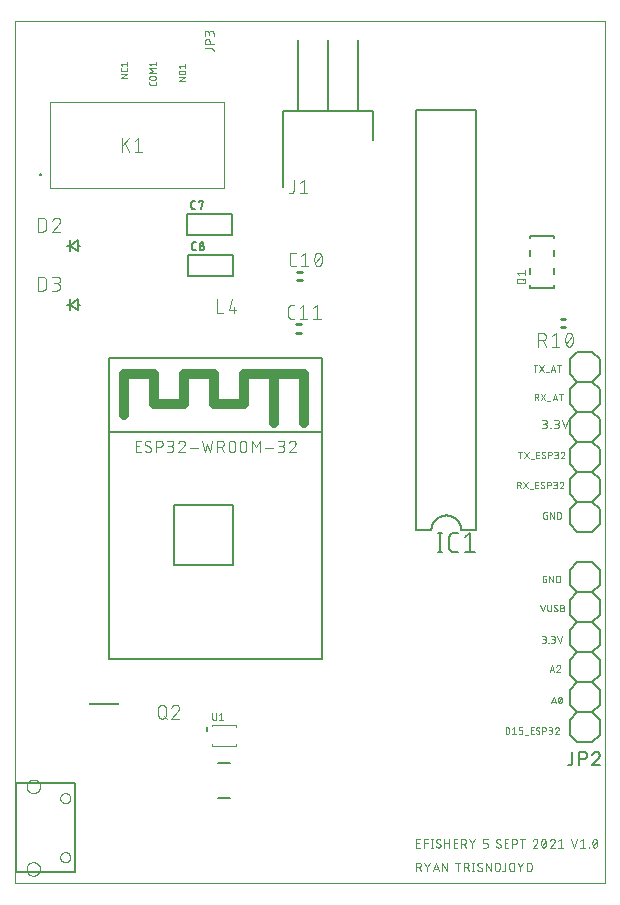
<source format=gto>
G75*
%MOIN*%
%OFA0B0*%
%FSLAX25Y25*%
%IPPOS*%
%LPD*%
%AMOC8*
5,1,8,0,0,1.08239X$1,22.5*
%
%ADD10C,0.00000*%
%ADD11C,0.00200*%
%ADD12C,0.00300*%
%ADD13C,0.00500*%
%ADD14C,0.00400*%
%ADD15C,0.00591*%
%ADD16C,0.00600*%
%ADD17R,0.10000X0.01000*%
%ADD18C,0.00700*%
%ADD19C,0.03200*%
%ADD20C,0.01000*%
%ADD21C,0.00787*%
%ADD22C,0.00394*%
%ADD23C,0.00800*%
D10*
X0001300Y0001300D02*
X0001300Y0288702D01*
X0198150Y0288702D01*
X0198150Y0001300D01*
X0001300Y0001300D01*
X0005228Y0006117D02*
X0005230Y0006212D01*
X0005236Y0006306D01*
X0005246Y0006401D01*
X0005260Y0006495D01*
X0005277Y0006588D01*
X0005299Y0006680D01*
X0005325Y0006771D01*
X0005354Y0006862D01*
X0005387Y0006950D01*
X0005424Y0007038D01*
X0005464Y0007124D01*
X0005508Y0007208D01*
X0005555Y0007290D01*
X0005606Y0007370D01*
X0005660Y0007448D01*
X0005718Y0007523D01*
X0005778Y0007596D01*
X0005842Y0007667D01*
X0005908Y0007735D01*
X0005977Y0007799D01*
X0006049Y0007861D01*
X0006123Y0007920D01*
X0006200Y0007976D01*
X0006279Y0008029D01*
X0006360Y0008078D01*
X0006443Y0008123D01*
X0006528Y0008166D01*
X0006615Y0008204D01*
X0006703Y0008239D01*
X0006792Y0008270D01*
X0006883Y0008298D01*
X0006975Y0008321D01*
X0007068Y0008341D01*
X0007161Y0008357D01*
X0007255Y0008369D01*
X0007350Y0008377D01*
X0007445Y0008381D01*
X0007539Y0008381D01*
X0007634Y0008377D01*
X0007729Y0008369D01*
X0007823Y0008357D01*
X0007916Y0008341D01*
X0008009Y0008321D01*
X0008101Y0008298D01*
X0008192Y0008270D01*
X0008281Y0008239D01*
X0008369Y0008204D01*
X0008456Y0008166D01*
X0008541Y0008123D01*
X0008624Y0008078D01*
X0008705Y0008029D01*
X0008784Y0007976D01*
X0008861Y0007920D01*
X0008935Y0007861D01*
X0009007Y0007799D01*
X0009076Y0007735D01*
X0009142Y0007667D01*
X0009206Y0007596D01*
X0009266Y0007523D01*
X0009324Y0007448D01*
X0009378Y0007370D01*
X0009429Y0007290D01*
X0009476Y0007208D01*
X0009520Y0007124D01*
X0009560Y0007038D01*
X0009597Y0006950D01*
X0009630Y0006862D01*
X0009659Y0006771D01*
X0009685Y0006680D01*
X0009707Y0006588D01*
X0009724Y0006495D01*
X0009738Y0006401D01*
X0009748Y0006306D01*
X0009754Y0006212D01*
X0009756Y0006117D01*
X0009754Y0006022D01*
X0009748Y0005928D01*
X0009738Y0005833D01*
X0009724Y0005739D01*
X0009707Y0005646D01*
X0009685Y0005554D01*
X0009659Y0005463D01*
X0009630Y0005372D01*
X0009597Y0005284D01*
X0009560Y0005196D01*
X0009520Y0005110D01*
X0009476Y0005026D01*
X0009429Y0004944D01*
X0009378Y0004864D01*
X0009324Y0004786D01*
X0009266Y0004711D01*
X0009206Y0004638D01*
X0009142Y0004567D01*
X0009076Y0004499D01*
X0009007Y0004435D01*
X0008935Y0004373D01*
X0008861Y0004314D01*
X0008784Y0004258D01*
X0008705Y0004205D01*
X0008624Y0004156D01*
X0008541Y0004111D01*
X0008456Y0004068D01*
X0008369Y0004030D01*
X0008281Y0003995D01*
X0008192Y0003964D01*
X0008101Y0003936D01*
X0008009Y0003913D01*
X0007916Y0003893D01*
X0007823Y0003877D01*
X0007729Y0003865D01*
X0007634Y0003857D01*
X0007539Y0003853D01*
X0007445Y0003853D01*
X0007350Y0003857D01*
X0007255Y0003865D01*
X0007161Y0003877D01*
X0007068Y0003893D01*
X0006975Y0003913D01*
X0006883Y0003936D01*
X0006792Y0003964D01*
X0006703Y0003995D01*
X0006615Y0004030D01*
X0006528Y0004068D01*
X0006443Y0004111D01*
X0006360Y0004156D01*
X0006279Y0004205D01*
X0006200Y0004258D01*
X0006123Y0004314D01*
X0006049Y0004373D01*
X0005977Y0004435D01*
X0005908Y0004499D01*
X0005842Y0004567D01*
X0005778Y0004638D01*
X0005718Y0004711D01*
X0005660Y0004786D01*
X0005606Y0004864D01*
X0005555Y0004944D01*
X0005508Y0005026D01*
X0005464Y0005110D01*
X0005424Y0005196D01*
X0005387Y0005284D01*
X0005354Y0005372D01*
X0005325Y0005463D01*
X0005299Y0005554D01*
X0005277Y0005646D01*
X0005260Y0005739D01*
X0005246Y0005833D01*
X0005236Y0005928D01*
X0005230Y0006022D01*
X0005228Y0006117D01*
X0016449Y0010054D02*
X0016451Y0010135D01*
X0016457Y0010217D01*
X0016467Y0010298D01*
X0016481Y0010378D01*
X0016498Y0010457D01*
X0016520Y0010536D01*
X0016545Y0010613D01*
X0016574Y0010690D01*
X0016607Y0010764D01*
X0016644Y0010837D01*
X0016683Y0010908D01*
X0016727Y0010977D01*
X0016773Y0011044D01*
X0016823Y0011108D01*
X0016876Y0011170D01*
X0016932Y0011230D01*
X0016990Y0011286D01*
X0017052Y0011340D01*
X0017116Y0011391D01*
X0017182Y0011438D01*
X0017250Y0011482D01*
X0017321Y0011523D01*
X0017393Y0011560D01*
X0017468Y0011594D01*
X0017543Y0011624D01*
X0017621Y0011650D01*
X0017699Y0011673D01*
X0017778Y0011691D01*
X0017858Y0011706D01*
X0017939Y0011717D01*
X0018020Y0011724D01*
X0018102Y0011727D01*
X0018183Y0011726D01*
X0018264Y0011721D01*
X0018345Y0011712D01*
X0018426Y0011699D01*
X0018506Y0011682D01*
X0018584Y0011662D01*
X0018662Y0011637D01*
X0018739Y0011609D01*
X0018814Y0011577D01*
X0018887Y0011542D01*
X0018958Y0011503D01*
X0019028Y0011460D01*
X0019095Y0011415D01*
X0019161Y0011366D01*
X0019223Y0011314D01*
X0019283Y0011258D01*
X0019340Y0011200D01*
X0019395Y0011140D01*
X0019446Y0011076D01*
X0019494Y0011011D01*
X0019539Y0010943D01*
X0019581Y0010873D01*
X0019619Y0010801D01*
X0019654Y0010727D01*
X0019685Y0010652D01*
X0019712Y0010575D01*
X0019735Y0010497D01*
X0019755Y0010418D01*
X0019771Y0010338D01*
X0019783Y0010257D01*
X0019791Y0010176D01*
X0019795Y0010095D01*
X0019795Y0010013D01*
X0019791Y0009932D01*
X0019783Y0009851D01*
X0019771Y0009770D01*
X0019755Y0009690D01*
X0019735Y0009611D01*
X0019712Y0009533D01*
X0019685Y0009456D01*
X0019654Y0009381D01*
X0019619Y0009307D01*
X0019581Y0009235D01*
X0019539Y0009165D01*
X0019494Y0009097D01*
X0019446Y0009032D01*
X0019395Y0008968D01*
X0019340Y0008908D01*
X0019283Y0008850D01*
X0019223Y0008794D01*
X0019161Y0008742D01*
X0019095Y0008693D01*
X0019028Y0008648D01*
X0018959Y0008605D01*
X0018887Y0008566D01*
X0018814Y0008531D01*
X0018739Y0008499D01*
X0018662Y0008471D01*
X0018584Y0008446D01*
X0018506Y0008426D01*
X0018426Y0008409D01*
X0018345Y0008396D01*
X0018264Y0008387D01*
X0018183Y0008382D01*
X0018102Y0008381D01*
X0018020Y0008384D01*
X0017939Y0008391D01*
X0017858Y0008402D01*
X0017778Y0008417D01*
X0017699Y0008435D01*
X0017621Y0008458D01*
X0017543Y0008484D01*
X0017468Y0008514D01*
X0017393Y0008548D01*
X0017321Y0008585D01*
X0017250Y0008626D01*
X0017182Y0008670D01*
X0017116Y0008717D01*
X0017052Y0008768D01*
X0016990Y0008822D01*
X0016932Y0008878D01*
X0016876Y0008938D01*
X0016823Y0009000D01*
X0016773Y0009064D01*
X0016727Y0009131D01*
X0016683Y0009200D01*
X0016644Y0009271D01*
X0016607Y0009344D01*
X0016574Y0009418D01*
X0016545Y0009495D01*
X0016520Y0009572D01*
X0016498Y0009651D01*
X0016481Y0009730D01*
X0016467Y0009810D01*
X0016457Y0009891D01*
X0016451Y0009973D01*
X0016449Y0010054D01*
X0016449Y0029739D02*
X0016451Y0029820D01*
X0016457Y0029902D01*
X0016467Y0029983D01*
X0016481Y0030063D01*
X0016498Y0030142D01*
X0016520Y0030221D01*
X0016545Y0030298D01*
X0016574Y0030375D01*
X0016607Y0030449D01*
X0016644Y0030522D01*
X0016683Y0030593D01*
X0016727Y0030662D01*
X0016773Y0030729D01*
X0016823Y0030793D01*
X0016876Y0030855D01*
X0016932Y0030915D01*
X0016990Y0030971D01*
X0017052Y0031025D01*
X0017116Y0031076D01*
X0017182Y0031123D01*
X0017250Y0031167D01*
X0017321Y0031208D01*
X0017393Y0031245D01*
X0017468Y0031279D01*
X0017543Y0031309D01*
X0017621Y0031335D01*
X0017699Y0031358D01*
X0017778Y0031376D01*
X0017858Y0031391D01*
X0017939Y0031402D01*
X0018020Y0031409D01*
X0018102Y0031412D01*
X0018183Y0031411D01*
X0018264Y0031406D01*
X0018345Y0031397D01*
X0018426Y0031384D01*
X0018506Y0031367D01*
X0018584Y0031347D01*
X0018662Y0031322D01*
X0018739Y0031294D01*
X0018814Y0031262D01*
X0018887Y0031227D01*
X0018958Y0031188D01*
X0019028Y0031145D01*
X0019095Y0031100D01*
X0019161Y0031051D01*
X0019223Y0030999D01*
X0019283Y0030943D01*
X0019340Y0030885D01*
X0019395Y0030825D01*
X0019446Y0030761D01*
X0019494Y0030696D01*
X0019539Y0030628D01*
X0019581Y0030558D01*
X0019619Y0030486D01*
X0019654Y0030412D01*
X0019685Y0030337D01*
X0019712Y0030260D01*
X0019735Y0030182D01*
X0019755Y0030103D01*
X0019771Y0030023D01*
X0019783Y0029942D01*
X0019791Y0029861D01*
X0019795Y0029780D01*
X0019795Y0029698D01*
X0019791Y0029617D01*
X0019783Y0029536D01*
X0019771Y0029455D01*
X0019755Y0029375D01*
X0019735Y0029296D01*
X0019712Y0029218D01*
X0019685Y0029141D01*
X0019654Y0029066D01*
X0019619Y0028992D01*
X0019581Y0028920D01*
X0019539Y0028850D01*
X0019494Y0028782D01*
X0019446Y0028717D01*
X0019395Y0028653D01*
X0019340Y0028593D01*
X0019283Y0028535D01*
X0019223Y0028479D01*
X0019161Y0028427D01*
X0019095Y0028378D01*
X0019028Y0028333D01*
X0018959Y0028290D01*
X0018887Y0028251D01*
X0018814Y0028216D01*
X0018739Y0028184D01*
X0018662Y0028156D01*
X0018584Y0028131D01*
X0018506Y0028111D01*
X0018426Y0028094D01*
X0018345Y0028081D01*
X0018264Y0028072D01*
X0018183Y0028067D01*
X0018102Y0028066D01*
X0018020Y0028069D01*
X0017939Y0028076D01*
X0017858Y0028087D01*
X0017778Y0028102D01*
X0017699Y0028120D01*
X0017621Y0028143D01*
X0017543Y0028169D01*
X0017468Y0028199D01*
X0017393Y0028233D01*
X0017321Y0028270D01*
X0017250Y0028311D01*
X0017182Y0028355D01*
X0017116Y0028402D01*
X0017052Y0028453D01*
X0016990Y0028507D01*
X0016932Y0028563D01*
X0016876Y0028623D01*
X0016823Y0028685D01*
X0016773Y0028749D01*
X0016727Y0028816D01*
X0016683Y0028885D01*
X0016644Y0028956D01*
X0016607Y0029029D01*
X0016574Y0029103D01*
X0016545Y0029180D01*
X0016520Y0029257D01*
X0016498Y0029336D01*
X0016481Y0029415D01*
X0016467Y0029495D01*
X0016457Y0029576D01*
X0016451Y0029658D01*
X0016449Y0029739D01*
X0005228Y0033676D02*
X0005230Y0033771D01*
X0005236Y0033865D01*
X0005246Y0033960D01*
X0005260Y0034054D01*
X0005277Y0034147D01*
X0005299Y0034239D01*
X0005325Y0034330D01*
X0005354Y0034421D01*
X0005387Y0034509D01*
X0005424Y0034597D01*
X0005464Y0034683D01*
X0005508Y0034767D01*
X0005555Y0034849D01*
X0005606Y0034929D01*
X0005660Y0035007D01*
X0005718Y0035082D01*
X0005778Y0035155D01*
X0005842Y0035226D01*
X0005908Y0035294D01*
X0005977Y0035358D01*
X0006049Y0035420D01*
X0006123Y0035479D01*
X0006200Y0035535D01*
X0006279Y0035588D01*
X0006360Y0035637D01*
X0006443Y0035682D01*
X0006528Y0035725D01*
X0006615Y0035763D01*
X0006703Y0035798D01*
X0006792Y0035829D01*
X0006883Y0035857D01*
X0006975Y0035880D01*
X0007068Y0035900D01*
X0007161Y0035916D01*
X0007255Y0035928D01*
X0007350Y0035936D01*
X0007445Y0035940D01*
X0007539Y0035940D01*
X0007634Y0035936D01*
X0007729Y0035928D01*
X0007823Y0035916D01*
X0007916Y0035900D01*
X0008009Y0035880D01*
X0008101Y0035857D01*
X0008192Y0035829D01*
X0008281Y0035798D01*
X0008369Y0035763D01*
X0008456Y0035725D01*
X0008541Y0035682D01*
X0008624Y0035637D01*
X0008705Y0035588D01*
X0008784Y0035535D01*
X0008861Y0035479D01*
X0008935Y0035420D01*
X0009007Y0035358D01*
X0009076Y0035294D01*
X0009142Y0035226D01*
X0009206Y0035155D01*
X0009266Y0035082D01*
X0009324Y0035007D01*
X0009378Y0034929D01*
X0009429Y0034849D01*
X0009476Y0034767D01*
X0009520Y0034683D01*
X0009560Y0034597D01*
X0009597Y0034509D01*
X0009630Y0034421D01*
X0009659Y0034330D01*
X0009685Y0034239D01*
X0009707Y0034147D01*
X0009724Y0034054D01*
X0009738Y0033960D01*
X0009748Y0033865D01*
X0009754Y0033771D01*
X0009756Y0033676D01*
X0009754Y0033581D01*
X0009748Y0033487D01*
X0009738Y0033392D01*
X0009724Y0033298D01*
X0009707Y0033205D01*
X0009685Y0033113D01*
X0009659Y0033022D01*
X0009630Y0032931D01*
X0009597Y0032843D01*
X0009560Y0032755D01*
X0009520Y0032669D01*
X0009476Y0032585D01*
X0009429Y0032503D01*
X0009378Y0032423D01*
X0009324Y0032345D01*
X0009266Y0032270D01*
X0009206Y0032197D01*
X0009142Y0032126D01*
X0009076Y0032058D01*
X0009007Y0031994D01*
X0008935Y0031932D01*
X0008861Y0031873D01*
X0008784Y0031817D01*
X0008705Y0031764D01*
X0008624Y0031715D01*
X0008541Y0031670D01*
X0008456Y0031627D01*
X0008369Y0031589D01*
X0008281Y0031554D01*
X0008192Y0031523D01*
X0008101Y0031495D01*
X0008009Y0031472D01*
X0007916Y0031452D01*
X0007823Y0031436D01*
X0007729Y0031424D01*
X0007634Y0031416D01*
X0007539Y0031412D01*
X0007445Y0031412D01*
X0007350Y0031416D01*
X0007255Y0031424D01*
X0007161Y0031436D01*
X0007068Y0031452D01*
X0006975Y0031472D01*
X0006883Y0031495D01*
X0006792Y0031523D01*
X0006703Y0031554D01*
X0006615Y0031589D01*
X0006528Y0031627D01*
X0006443Y0031670D01*
X0006360Y0031715D01*
X0006279Y0031764D01*
X0006200Y0031817D01*
X0006123Y0031873D01*
X0006049Y0031932D01*
X0005977Y0031994D01*
X0005908Y0032058D01*
X0005842Y0032126D01*
X0005778Y0032197D01*
X0005718Y0032270D01*
X0005660Y0032345D01*
X0005606Y0032423D01*
X0005555Y0032503D01*
X0005508Y0032585D01*
X0005464Y0032669D01*
X0005424Y0032755D01*
X0005387Y0032843D01*
X0005354Y0032931D01*
X0005325Y0033022D01*
X0005299Y0033113D01*
X0005277Y0033205D01*
X0005260Y0033298D01*
X0005246Y0033392D01*
X0005236Y0033487D01*
X0005230Y0033581D01*
X0005228Y0033676D01*
D11*
X0067122Y0056343D02*
X0067122Y0058004D01*
X0068400Y0058004D02*
X0068400Y0056343D01*
X0068398Y0056294D01*
X0068393Y0056245D01*
X0068383Y0056197D01*
X0068370Y0056150D01*
X0068354Y0056104D01*
X0068334Y0056059D01*
X0068310Y0056016D01*
X0068284Y0055975D01*
X0068254Y0055936D01*
X0068221Y0055900D01*
X0068186Y0055866D01*
X0068148Y0055835D01*
X0068108Y0055807D01*
X0068066Y0055782D01*
X0068022Y0055760D01*
X0067977Y0055742D01*
X0067930Y0055727D01*
X0067883Y0055716D01*
X0067834Y0055708D01*
X0067785Y0055704D01*
X0067737Y0055704D01*
X0067688Y0055708D01*
X0067639Y0055716D01*
X0067592Y0055727D01*
X0067545Y0055742D01*
X0067500Y0055760D01*
X0067456Y0055782D01*
X0067414Y0055807D01*
X0067374Y0055835D01*
X0067336Y0055866D01*
X0067301Y0055900D01*
X0067268Y0055936D01*
X0067238Y0055975D01*
X0067212Y0056016D01*
X0067188Y0056059D01*
X0067168Y0056104D01*
X0067152Y0056150D01*
X0067139Y0056197D01*
X0067129Y0056245D01*
X0067124Y0056294D01*
X0067122Y0056343D01*
X0069447Y0055704D02*
X0070725Y0055704D01*
X0070086Y0055704D02*
X0070086Y0058004D01*
X0069447Y0057493D01*
X0164902Y0053349D02*
X0164902Y0051149D01*
X0165513Y0051149D01*
X0165561Y0051151D01*
X0165609Y0051157D01*
X0165656Y0051166D01*
X0165702Y0051179D01*
X0165747Y0051196D01*
X0165790Y0051216D01*
X0165832Y0051239D01*
X0165872Y0051266D01*
X0165910Y0051295D01*
X0165945Y0051328D01*
X0165978Y0051363D01*
X0166007Y0051401D01*
X0166034Y0051441D01*
X0166057Y0051483D01*
X0166077Y0051526D01*
X0166094Y0051571D01*
X0166107Y0051617D01*
X0166116Y0051664D01*
X0166122Y0051712D01*
X0166124Y0051760D01*
X0166125Y0051760D02*
X0166125Y0052738D01*
X0166124Y0052738D02*
X0166122Y0052786D01*
X0166116Y0052834D01*
X0166107Y0052881D01*
X0166094Y0052927D01*
X0166077Y0052972D01*
X0166057Y0053015D01*
X0166034Y0053057D01*
X0166007Y0053097D01*
X0165978Y0053135D01*
X0165945Y0053170D01*
X0165910Y0053203D01*
X0165872Y0053232D01*
X0165832Y0053259D01*
X0165790Y0053282D01*
X0165747Y0053302D01*
X0165702Y0053319D01*
X0165656Y0053332D01*
X0165609Y0053341D01*
X0165561Y0053347D01*
X0165513Y0053349D01*
X0164902Y0053349D01*
X0167134Y0052860D02*
X0167745Y0053349D01*
X0167745Y0051149D01*
X0167134Y0051149D02*
X0168357Y0051149D01*
X0169294Y0051149D02*
X0170028Y0051149D01*
X0170071Y0051151D01*
X0170113Y0051156D01*
X0170155Y0051166D01*
X0170195Y0051178D01*
X0170235Y0051195D01*
X0170272Y0051215D01*
X0170308Y0051237D01*
X0170342Y0051263D01*
X0170374Y0051292D01*
X0170403Y0051324D01*
X0170429Y0051358D01*
X0170451Y0051393D01*
X0170471Y0051431D01*
X0170488Y0051471D01*
X0170500Y0051511D01*
X0170510Y0051553D01*
X0170515Y0051595D01*
X0170517Y0051638D01*
X0170517Y0051882D01*
X0170515Y0051925D01*
X0170510Y0051967D01*
X0170500Y0052009D01*
X0170488Y0052049D01*
X0170471Y0052089D01*
X0170451Y0052127D01*
X0170429Y0052162D01*
X0170403Y0052196D01*
X0170374Y0052228D01*
X0170342Y0052257D01*
X0170308Y0052283D01*
X0170273Y0052305D01*
X0170235Y0052325D01*
X0170195Y0052342D01*
X0170155Y0052354D01*
X0170113Y0052364D01*
X0170071Y0052369D01*
X0170028Y0052371D01*
X0169294Y0052371D01*
X0169294Y0053349D01*
X0170517Y0053349D01*
X0171361Y0050904D02*
X0172338Y0050904D01*
X0173259Y0051149D02*
X0173259Y0053349D01*
X0174236Y0053349D01*
X0173992Y0052371D02*
X0173259Y0052371D01*
X0173259Y0051149D02*
X0174236Y0051149D01*
X0175960Y0052066D02*
X0175996Y0052043D01*
X0176030Y0052016D01*
X0176062Y0051987D01*
X0176091Y0051955D01*
X0176117Y0051921D01*
X0176140Y0051885D01*
X0176159Y0051846D01*
X0176176Y0051807D01*
X0176188Y0051766D01*
X0176198Y0051724D01*
X0176203Y0051681D01*
X0176205Y0051638D01*
X0176203Y0051595D01*
X0176198Y0051553D01*
X0176188Y0051511D01*
X0176176Y0051471D01*
X0176159Y0051431D01*
X0176139Y0051394D01*
X0176117Y0051358D01*
X0176091Y0051324D01*
X0176062Y0051292D01*
X0176030Y0051263D01*
X0175996Y0051237D01*
X0175961Y0051215D01*
X0175923Y0051195D01*
X0175883Y0051178D01*
X0175843Y0051166D01*
X0175801Y0051156D01*
X0175759Y0051151D01*
X0175716Y0051149D01*
X0175960Y0052065D02*
X0175288Y0052432D01*
X0175532Y0053349D02*
X0175591Y0053347D01*
X0175650Y0053341D01*
X0175708Y0053332D01*
X0175765Y0053319D01*
X0175822Y0053302D01*
X0175877Y0053281D01*
X0175931Y0053258D01*
X0175983Y0053230D01*
X0176034Y0053199D01*
X0176082Y0053166D01*
X0175288Y0052432D02*
X0175252Y0052455D01*
X0175218Y0052482D01*
X0175186Y0052511D01*
X0175157Y0052543D01*
X0175131Y0052577D01*
X0175108Y0052613D01*
X0175089Y0052652D01*
X0175072Y0052691D01*
X0175060Y0052732D01*
X0175050Y0052774D01*
X0175045Y0052817D01*
X0175043Y0052860D01*
X0175045Y0052903D01*
X0175050Y0052945D01*
X0175060Y0052987D01*
X0175072Y0053027D01*
X0175089Y0053067D01*
X0175109Y0053105D01*
X0175131Y0053140D01*
X0175157Y0053174D01*
X0175186Y0053206D01*
X0175218Y0053235D01*
X0175252Y0053261D01*
X0175288Y0053283D01*
X0175325Y0053303D01*
X0175365Y0053320D01*
X0175405Y0053332D01*
X0175447Y0053342D01*
X0175489Y0053347D01*
X0175532Y0053349D01*
X0174983Y0051455D02*
X0175028Y0051411D01*
X0175076Y0051371D01*
X0175126Y0051334D01*
X0175179Y0051300D01*
X0175234Y0051269D01*
X0175290Y0051241D01*
X0175348Y0051217D01*
X0175407Y0051196D01*
X0175468Y0051179D01*
X0175529Y0051166D01*
X0175591Y0051157D01*
X0175653Y0051151D01*
X0175716Y0051149D01*
X0177175Y0051149D02*
X0177175Y0053349D01*
X0177786Y0053349D01*
X0177834Y0053347D01*
X0177882Y0053341D01*
X0177929Y0053332D01*
X0177975Y0053319D01*
X0178020Y0053302D01*
X0178063Y0053282D01*
X0178105Y0053259D01*
X0178145Y0053232D01*
X0178183Y0053203D01*
X0178218Y0053170D01*
X0178251Y0053135D01*
X0178280Y0053097D01*
X0178307Y0053057D01*
X0178330Y0053015D01*
X0178350Y0052972D01*
X0178367Y0052927D01*
X0178380Y0052881D01*
X0178389Y0052834D01*
X0178395Y0052786D01*
X0178397Y0052738D01*
X0178395Y0052690D01*
X0178389Y0052642D01*
X0178380Y0052595D01*
X0178367Y0052549D01*
X0178350Y0052504D01*
X0178330Y0052461D01*
X0178307Y0052419D01*
X0178280Y0052379D01*
X0178251Y0052341D01*
X0178218Y0052306D01*
X0178183Y0052273D01*
X0178145Y0052244D01*
X0178105Y0052217D01*
X0178063Y0052194D01*
X0178020Y0052174D01*
X0177975Y0052157D01*
X0177929Y0052144D01*
X0177882Y0052135D01*
X0177834Y0052129D01*
X0177786Y0052127D01*
X0177175Y0052127D01*
X0179230Y0051149D02*
X0179841Y0051149D01*
X0179889Y0051151D01*
X0179937Y0051157D01*
X0179984Y0051166D01*
X0180030Y0051179D01*
X0180075Y0051196D01*
X0180118Y0051216D01*
X0180160Y0051239D01*
X0180200Y0051266D01*
X0180238Y0051295D01*
X0180273Y0051328D01*
X0180306Y0051363D01*
X0180335Y0051401D01*
X0180362Y0051441D01*
X0180385Y0051483D01*
X0180405Y0051526D01*
X0180422Y0051571D01*
X0180435Y0051617D01*
X0180444Y0051664D01*
X0180450Y0051712D01*
X0180452Y0051760D01*
X0180450Y0051808D01*
X0180444Y0051856D01*
X0180435Y0051903D01*
X0180422Y0051949D01*
X0180405Y0051994D01*
X0180385Y0052037D01*
X0180362Y0052079D01*
X0180335Y0052119D01*
X0180306Y0052157D01*
X0180273Y0052192D01*
X0180238Y0052225D01*
X0180200Y0052254D01*
X0180160Y0052281D01*
X0180118Y0052304D01*
X0180075Y0052324D01*
X0180030Y0052341D01*
X0179984Y0052354D01*
X0179937Y0052363D01*
X0179889Y0052369D01*
X0179841Y0052371D01*
X0179964Y0052371D02*
X0179475Y0052371D01*
X0179964Y0052371D02*
X0180007Y0052373D01*
X0180049Y0052378D01*
X0180091Y0052388D01*
X0180131Y0052400D01*
X0180171Y0052417D01*
X0180209Y0052437D01*
X0180244Y0052459D01*
X0180278Y0052485D01*
X0180310Y0052514D01*
X0180339Y0052546D01*
X0180365Y0052580D01*
X0180387Y0052616D01*
X0180407Y0052653D01*
X0180424Y0052693D01*
X0180436Y0052733D01*
X0180446Y0052775D01*
X0180451Y0052817D01*
X0180453Y0052860D01*
X0180451Y0052903D01*
X0180446Y0052945D01*
X0180436Y0052987D01*
X0180424Y0053027D01*
X0180407Y0053067D01*
X0180387Y0053105D01*
X0180365Y0053140D01*
X0180339Y0053174D01*
X0180310Y0053206D01*
X0180278Y0053235D01*
X0180244Y0053261D01*
X0180209Y0053283D01*
X0180171Y0053303D01*
X0180131Y0053320D01*
X0180091Y0053332D01*
X0180049Y0053342D01*
X0180007Y0053347D01*
X0179964Y0053349D01*
X0179230Y0053349D01*
X0181390Y0051149D02*
X0182612Y0051149D01*
X0181390Y0051149D02*
X0182429Y0052371D01*
X0182062Y0053349D02*
X0182010Y0053347D01*
X0181958Y0053341D01*
X0181906Y0053332D01*
X0181856Y0053318D01*
X0181806Y0053301D01*
X0181758Y0053280D01*
X0181712Y0053256D01*
X0181668Y0053229D01*
X0181625Y0053198D01*
X0181585Y0053164D01*
X0181548Y0053128D01*
X0181514Y0053088D01*
X0181482Y0053046D01*
X0181454Y0053003D01*
X0181429Y0052957D01*
X0181407Y0052909D01*
X0181389Y0052860D01*
X0182430Y0052371D02*
X0182463Y0052405D01*
X0182493Y0052442D01*
X0182521Y0052482D01*
X0182545Y0052523D01*
X0182565Y0052566D01*
X0182582Y0052611D01*
X0182596Y0052657D01*
X0182605Y0052704D01*
X0182611Y0052751D01*
X0182613Y0052799D01*
X0182612Y0052799D02*
X0182610Y0052844D01*
X0182604Y0052890D01*
X0182595Y0052934D01*
X0182582Y0052978D01*
X0182566Y0053020D01*
X0182546Y0053061D01*
X0182522Y0053100D01*
X0182496Y0053137D01*
X0182467Y0053172D01*
X0182435Y0053204D01*
X0182400Y0053233D01*
X0182363Y0053259D01*
X0182324Y0053283D01*
X0182283Y0053303D01*
X0182241Y0053319D01*
X0182197Y0053332D01*
X0182153Y0053341D01*
X0182107Y0053347D01*
X0182062Y0053349D01*
X0181617Y0061375D02*
X0180884Y0063575D01*
X0180150Y0061375D01*
X0180334Y0061925D02*
X0181434Y0061925D01*
X0183472Y0061681D02*
X0183506Y0061755D01*
X0183537Y0061831D01*
X0183564Y0061909D01*
X0183588Y0061988D01*
X0183609Y0062067D01*
X0183625Y0062148D01*
X0183638Y0062229D01*
X0183648Y0062311D01*
X0183653Y0062393D01*
X0183655Y0062475D01*
X0182433Y0062475D02*
X0182435Y0062557D01*
X0182440Y0062639D01*
X0182450Y0062721D01*
X0182463Y0062802D01*
X0182479Y0062883D01*
X0182500Y0062962D01*
X0182524Y0063041D01*
X0182551Y0063119D01*
X0182582Y0063195D01*
X0182616Y0063269D01*
X0183044Y0063575D02*
X0183084Y0063573D01*
X0183124Y0063568D01*
X0183163Y0063559D01*
X0183201Y0063547D01*
X0183238Y0063531D01*
X0183273Y0063513D01*
X0183307Y0063491D01*
X0183338Y0063466D01*
X0183367Y0063439D01*
X0183394Y0063409D01*
X0183418Y0063377D01*
X0183439Y0063343D01*
X0183457Y0063307D01*
X0183472Y0063270D01*
X0183533Y0063086D02*
X0182555Y0061864D01*
X0183044Y0061375D02*
X0183084Y0061377D01*
X0183124Y0061382D01*
X0183163Y0061391D01*
X0183201Y0061403D01*
X0183238Y0061419D01*
X0183273Y0061437D01*
X0183307Y0061459D01*
X0183338Y0061484D01*
X0183367Y0061511D01*
X0183394Y0061541D01*
X0183418Y0061573D01*
X0183439Y0061607D01*
X0183457Y0061643D01*
X0183472Y0061680D01*
X0183044Y0061375D02*
X0183004Y0061377D01*
X0182964Y0061382D01*
X0182925Y0061391D01*
X0182887Y0061403D01*
X0182850Y0061419D01*
X0182815Y0061437D01*
X0182781Y0061459D01*
X0182750Y0061484D01*
X0182721Y0061511D01*
X0182694Y0061541D01*
X0182670Y0061573D01*
X0182649Y0061607D01*
X0182631Y0061643D01*
X0182616Y0061680D01*
X0183655Y0062475D02*
X0183653Y0062557D01*
X0183648Y0062639D01*
X0183638Y0062721D01*
X0183625Y0062802D01*
X0183609Y0062883D01*
X0183588Y0062962D01*
X0183564Y0063041D01*
X0183537Y0063119D01*
X0183506Y0063195D01*
X0183472Y0063269D01*
X0183044Y0063575D02*
X0183004Y0063573D01*
X0182964Y0063568D01*
X0182925Y0063559D01*
X0182887Y0063547D01*
X0182850Y0063531D01*
X0182815Y0063513D01*
X0182781Y0063491D01*
X0182750Y0063466D01*
X0182721Y0063439D01*
X0182694Y0063409D01*
X0182670Y0063377D01*
X0182649Y0063343D01*
X0182631Y0063307D01*
X0182616Y0063270D01*
X0182433Y0062475D02*
X0182435Y0062393D01*
X0182440Y0062311D01*
X0182450Y0062229D01*
X0182463Y0062148D01*
X0182479Y0062067D01*
X0182500Y0061988D01*
X0182524Y0061909D01*
X0182551Y0061831D01*
X0182582Y0061755D01*
X0182616Y0061681D01*
X0183092Y0071864D02*
X0181870Y0071864D01*
X0182908Y0073086D01*
X0182542Y0074064D02*
X0182490Y0074062D01*
X0182438Y0074056D01*
X0182386Y0074047D01*
X0182336Y0074033D01*
X0182286Y0074016D01*
X0182238Y0073995D01*
X0182192Y0073971D01*
X0182148Y0073944D01*
X0182105Y0073913D01*
X0182065Y0073879D01*
X0182028Y0073843D01*
X0181994Y0073803D01*
X0181962Y0073761D01*
X0181934Y0073718D01*
X0181909Y0073672D01*
X0181887Y0073624D01*
X0181869Y0073575D01*
X0182909Y0073086D02*
X0182942Y0073120D01*
X0182972Y0073157D01*
X0183000Y0073197D01*
X0183024Y0073238D01*
X0183044Y0073281D01*
X0183061Y0073326D01*
X0183075Y0073372D01*
X0183084Y0073419D01*
X0183090Y0073466D01*
X0183092Y0073514D01*
X0183090Y0073559D01*
X0183084Y0073605D01*
X0183075Y0073649D01*
X0183062Y0073693D01*
X0183046Y0073735D01*
X0183026Y0073776D01*
X0183002Y0073815D01*
X0182976Y0073852D01*
X0182947Y0073887D01*
X0182915Y0073919D01*
X0182880Y0073948D01*
X0182843Y0073974D01*
X0182804Y0073998D01*
X0182763Y0074018D01*
X0182721Y0074034D01*
X0182677Y0074047D01*
X0182633Y0074056D01*
X0182587Y0074062D01*
X0182542Y0074064D01*
X0180321Y0074064D02*
X0181054Y0071864D01*
X0180871Y0072414D02*
X0179771Y0072414D01*
X0179587Y0071864D02*
X0180321Y0074064D01*
X0180137Y0081453D02*
X0180748Y0081453D01*
X0180796Y0081455D01*
X0180844Y0081461D01*
X0180891Y0081470D01*
X0180937Y0081483D01*
X0180982Y0081500D01*
X0181025Y0081520D01*
X0181067Y0081543D01*
X0181107Y0081570D01*
X0181145Y0081599D01*
X0181180Y0081632D01*
X0181213Y0081667D01*
X0181242Y0081705D01*
X0181269Y0081745D01*
X0181292Y0081787D01*
X0181312Y0081830D01*
X0181329Y0081875D01*
X0181342Y0081921D01*
X0181351Y0081968D01*
X0181357Y0082016D01*
X0181359Y0082064D01*
X0181357Y0082112D01*
X0181351Y0082160D01*
X0181342Y0082207D01*
X0181329Y0082253D01*
X0181312Y0082298D01*
X0181292Y0082341D01*
X0181269Y0082383D01*
X0181242Y0082423D01*
X0181213Y0082461D01*
X0181180Y0082496D01*
X0181145Y0082529D01*
X0181107Y0082558D01*
X0181067Y0082585D01*
X0181025Y0082608D01*
X0180982Y0082628D01*
X0180937Y0082645D01*
X0180891Y0082658D01*
X0180844Y0082667D01*
X0180796Y0082673D01*
X0180748Y0082675D01*
X0180871Y0082675D02*
X0180382Y0082675D01*
X0180871Y0082675D02*
X0180914Y0082677D01*
X0180956Y0082682D01*
X0180998Y0082692D01*
X0181038Y0082704D01*
X0181078Y0082721D01*
X0181116Y0082741D01*
X0181151Y0082763D01*
X0181185Y0082789D01*
X0181217Y0082818D01*
X0181246Y0082850D01*
X0181272Y0082884D01*
X0181294Y0082920D01*
X0181314Y0082957D01*
X0181331Y0082997D01*
X0181343Y0083037D01*
X0181353Y0083079D01*
X0181358Y0083121D01*
X0181360Y0083164D01*
X0181358Y0083207D01*
X0181353Y0083249D01*
X0181343Y0083291D01*
X0181331Y0083331D01*
X0181314Y0083371D01*
X0181294Y0083409D01*
X0181272Y0083444D01*
X0181246Y0083478D01*
X0181217Y0083510D01*
X0181185Y0083539D01*
X0181151Y0083565D01*
X0181116Y0083587D01*
X0181078Y0083607D01*
X0181038Y0083624D01*
X0180998Y0083636D01*
X0180956Y0083646D01*
X0180914Y0083651D01*
X0180871Y0083653D01*
X0180137Y0083653D01*
X0182175Y0083653D02*
X0182908Y0081453D01*
X0183642Y0083653D01*
X0179298Y0081575D02*
X0179298Y0081453D01*
X0179175Y0081453D01*
X0179175Y0081575D01*
X0179298Y0081575D01*
X0177724Y0081453D02*
X0177113Y0081453D01*
X0177724Y0081453D02*
X0177772Y0081455D01*
X0177820Y0081461D01*
X0177867Y0081470D01*
X0177913Y0081483D01*
X0177958Y0081500D01*
X0178001Y0081520D01*
X0178043Y0081543D01*
X0178083Y0081570D01*
X0178121Y0081599D01*
X0178156Y0081632D01*
X0178189Y0081667D01*
X0178218Y0081705D01*
X0178245Y0081745D01*
X0178268Y0081787D01*
X0178288Y0081830D01*
X0178305Y0081875D01*
X0178318Y0081921D01*
X0178327Y0081968D01*
X0178333Y0082016D01*
X0178335Y0082064D01*
X0178333Y0082112D01*
X0178327Y0082160D01*
X0178318Y0082207D01*
X0178305Y0082253D01*
X0178288Y0082298D01*
X0178268Y0082341D01*
X0178245Y0082383D01*
X0178218Y0082423D01*
X0178189Y0082461D01*
X0178156Y0082496D01*
X0178121Y0082529D01*
X0178083Y0082558D01*
X0178043Y0082585D01*
X0178001Y0082608D01*
X0177958Y0082628D01*
X0177913Y0082645D01*
X0177867Y0082658D01*
X0177820Y0082667D01*
X0177772Y0082673D01*
X0177724Y0082675D01*
X0177847Y0082675D02*
X0177358Y0082675D01*
X0177847Y0082675D02*
X0177890Y0082677D01*
X0177932Y0082682D01*
X0177974Y0082692D01*
X0178014Y0082704D01*
X0178054Y0082721D01*
X0178092Y0082741D01*
X0178127Y0082763D01*
X0178161Y0082789D01*
X0178193Y0082818D01*
X0178222Y0082850D01*
X0178248Y0082884D01*
X0178270Y0082920D01*
X0178290Y0082957D01*
X0178307Y0082997D01*
X0178319Y0083037D01*
X0178329Y0083079D01*
X0178334Y0083121D01*
X0178336Y0083164D01*
X0178334Y0083207D01*
X0178329Y0083249D01*
X0178319Y0083291D01*
X0178307Y0083331D01*
X0178290Y0083371D01*
X0178270Y0083409D01*
X0178248Y0083444D01*
X0178222Y0083478D01*
X0178193Y0083510D01*
X0178161Y0083539D01*
X0178127Y0083565D01*
X0178092Y0083587D01*
X0178054Y0083607D01*
X0178014Y0083624D01*
X0177974Y0083636D01*
X0177932Y0083646D01*
X0177890Y0083651D01*
X0177847Y0083653D01*
X0177113Y0083653D01*
X0177210Y0091979D02*
X0177943Y0094179D01*
X0178831Y0094179D02*
X0178831Y0092590D01*
X0178833Y0092542D01*
X0178839Y0092494D01*
X0178848Y0092447D01*
X0178861Y0092401D01*
X0178878Y0092356D01*
X0178898Y0092313D01*
X0178921Y0092271D01*
X0178948Y0092231D01*
X0178977Y0092193D01*
X0179010Y0092158D01*
X0179045Y0092125D01*
X0179083Y0092096D01*
X0179123Y0092069D01*
X0179165Y0092046D01*
X0179208Y0092026D01*
X0179253Y0092009D01*
X0179299Y0091996D01*
X0179346Y0091987D01*
X0179394Y0091981D01*
X0179442Y0091979D01*
X0179490Y0091981D01*
X0179538Y0091987D01*
X0179585Y0091996D01*
X0179631Y0092009D01*
X0179676Y0092026D01*
X0179719Y0092046D01*
X0179761Y0092069D01*
X0179801Y0092096D01*
X0179839Y0092125D01*
X0179874Y0092158D01*
X0179907Y0092193D01*
X0179936Y0092231D01*
X0179963Y0092271D01*
X0179986Y0092313D01*
X0180006Y0092356D01*
X0180023Y0092401D01*
X0180036Y0092447D01*
X0180045Y0092494D01*
X0180051Y0092542D01*
X0180053Y0092590D01*
X0180053Y0094179D01*
X0181296Y0093262D02*
X0181968Y0092895D01*
X0181724Y0091979D02*
X0181661Y0091981D01*
X0181599Y0091987D01*
X0181537Y0091996D01*
X0181476Y0092009D01*
X0181415Y0092026D01*
X0181356Y0092047D01*
X0181298Y0092071D01*
X0181242Y0092099D01*
X0181187Y0092130D01*
X0181134Y0092164D01*
X0181084Y0092201D01*
X0181036Y0092241D01*
X0180991Y0092285D01*
X0181968Y0092896D02*
X0182004Y0092873D01*
X0182038Y0092846D01*
X0182070Y0092817D01*
X0182099Y0092785D01*
X0182125Y0092751D01*
X0182148Y0092715D01*
X0182167Y0092676D01*
X0182184Y0092637D01*
X0182196Y0092596D01*
X0182206Y0092554D01*
X0182211Y0092511D01*
X0182213Y0092468D01*
X0182211Y0092425D01*
X0182206Y0092383D01*
X0182196Y0092341D01*
X0182184Y0092301D01*
X0182167Y0092261D01*
X0182147Y0092224D01*
X0182125Y0092188D01*
X0182099Y0092154D01*
X0182070Y0092122D01*
X0182038Y0092093D01*
X0182004Y0092067D01*
X0181969Y0092045D01*
X0181931Y0092025D01*
X0181891Y0092008D01*
X0181851Y0091996D01*
X0181809Y0091986D01*
X0181767Y0091981D01*
X0181724Y0091979D01*
X0182091Y0093996D02*
X0182043Y0094029D01*
X0181992Y0094060D01*
X0181940Y0094088D01*
X0181886Y0094111D01*
X0181831Y0094132D01*
X0181774Y0094149D01*
X0181717Y0094162D01*
X0181659Y0094171D01*
X0181600Y0094177D01*
X0181541Y0094179D01*
X0181498Y0094177D01*
X0181456Y0094172D01*
X0181414Y0094162D01*
X0181374Y0094150D01*
X0181334Y0094133D01*
X0181297Y0094113D01*
X0181261Y0094091D01*
X0181227Y0094065D01*
X0181195Y0094036D01*
X0181166Y0094004D01*
X0181140Y0093970D01*
X0181118Y0093935D01*
X0181098Y0093897D01*
X0181081Y0093857D01*
X0181069Y0093817D01*
X0181059Y0093775D01*
X0181054Y0093733D01*
X0181052Y0093690D01*
X0181051Y0093690D02*
X0181053Y0093647D01*
X0181058Y0093604D01*
X0181068Y0093562D01*
X0181080Y0093521D01*
X0181097Y0093482D01*
X0181116Y0093443D01*
X0181139Y0093407D01*
X0181165Y0093373D01*
X0181194Y0093341D01*
X0181226Y0093312D01*
X0181260Y0093285D01*
X0181296Y0093262D01*
X0183183Y0093201D02*
X0183794Y0093201D01*
X0183837Y0093203D01*
X0183879Y0093208D01*
X0183921Y0093218D01*
X0183961Y0093230D01*
X0184001Y0093247D01*
X0184039Y0093267D01*
X0184074Y0093289D01*
X0184108Y0093315D01*
X0184140Y0093344D01*
X0184169Y0093376D01*
X0184195Y0093410D01*
X0184217Y0093446D01*
X0184237Y0093483D01*
X0184254Y0093523D01*
X0184266Y0093563D01*
X0184276Y0093605D01*
X0184281Y0093647D01*
X0184283Y0093690D01*
X0184281Y0093733D01*
X0184276Y0093775D01*
X0184266Y0093817D01*
X0184254Y0093857D01*
X0184237Y0093897D01*
X0184217Y0093935D01*
X0184195Y0093970D01*
X0184169Y0094004D01*
X0184140Y0094036D01*
X0184108Y0094065D01*
X0184074Y0094091D01*
X0184039Y0094113D01*
X0184001Y0094133D01*
X0183961Y0094150D01*
X0183921Y0094162D01*
X0183879Y0094172D01*
X0183837Y0094177D01*
X0183794Y0094179D01*
X0183183Y0094179D01*
X0183183Y0091979D01*
X0183794Y0091979D01*
X0183842Y0091981D01*
X0183890Y0091987D01*
X0183937Y0091996D01*
X0183983Y0092009D01*
X0184028Y0092026D01*
X0184071Y0092046D01*
X0184113Y0092069D01*
X0184153Y0092096D01*
X0184191Y0092125D01*
X0184226Y0092158D01*
X0184259Y0092193D01*
X0184288Y0092231D01*
X0184315Y0092271D01*
X0184338Y0092313D01*
X0184358Y0092356D01*
X0184375Y0092401D01*
X0184388Y0092447D01*
X0184397Y0092494D01*
X0184403Y0092542D01*
X0184405Y0092590D01*
X0184403Y0092638D01*
X0184397Y0092686D01*
X0184388Y0092733D01*
X0184375Y0092779D01*
X0184358Y0092824D01*
X0184338Y0092867D01*
X0184315Y0092909D01*
X0184288Y0092949D01*
X0184259Y0092987D01*
X0184226Y0093022D01*
X0184191Y0093055D01*
X0184153Y0093084D01*
X0184113Y0093111D01*
X0184071Y0093134D01*
X0184028Y0093154D01*
X0183983Y0093171D01*
X0183937Y0093184D01*
X0183890Y0093193D01*
X0183842Y0093199D01*
X0183794Y0093201D01*
X0182432Y0101668D02*
X0181821Y0101668D01*
X0181821Y0103868D01*
X0182432Y0103868D01*
X0182480Y0103866D01*
X0182528Y0103860D01*
X0182575Y0103851D01*
X0182621Y0103838D01*
X0182666Y0103821D01*
X0182709Y0103801D01*
X0182751Y0103778D01*
X0182791Y0103751D01*
X0182829Y0103722D01*
X0182864Y0103689D01*
X0182897Y0103654D01*
X0182926Y0103616D01*
X0182953Y0103576D01*
X0182976Y0103534D01*
X0182996Y0103491D01*
X0183013Y0103446D01*
X0183026Y0103400D01*
X0183035Y0103353D01*
X0183041Y0103305D01*
X0183043Y0103257D01*
X0183044Y0103257D02*
X0183044Y0102279D01*
X0183043Y0102279D02*
X0183041Y0102231D01*
X0183035Y0102183D01*
X0183026Y0102136D01*
X0183013Y0102090D01*
X0182996Y0102045D01*
X0182976Y0102002D01*
X0182953Y0101960D01*
X0182926Y0101920D01*
X0182897Y0101882D01*
X0182864Y0101847D01*
X0182829Y0101814D01*
X0182791Y0101785D01*
X0182751Y0101758D01*
X0182709Y0101735D01*
X0182666Y0101715D01*
X0182621Y0101698D01*
X0182575Y0101685D01*
X0182528Y0101676D01*
X0182480Y0101670D01*
X0182432Y0101668D01*
X0180740Y0101668D02*
X0180740Y0103868D01*
X0179517Y0103868D02*
X0180740Y0101668D01*
X0179517Y0101668D02*
X0179517Y0103868D01*
X0178436Y0103868D02*
X0177702Y0103868D01*
X0177659Y0103866D01*
X0177617Y0103861D01*
X0177575Y0103851D01*
X0177535Y0103839D01*
X0177495Y0103822D01*
X0177457Y0103802D01*
X0177422Y0103780D01*
X0177388Y0103754D01*
X0177356Y0103725D01*
X0177327Y0103693D01*
X0177301Y0103659D01*
X0177279Y0103623D01*
X0177259Y0103586D01*
X0177242Y0103546D01*
X0177230Y0103506D01*
X0177220Y0103464D01*
X0177215Y0103422D01*
X0177213Y0103379D01*
X0177213Y0102157D01*
X0177215Y0102114D01*
X0177220Y0102072D01*
X0177230Y0102030D01*
X0177242Y0101990D01*
X0177259Y0101950D01*
X0177279Y0101913D01*
X0177301Y0101877D01*
X0177327Y0101843D01*
X0177356Y0101811D01*
X0177388Y0101782D01*
X0177422Y0101756D01*
X0177458Y0101734D01*
X0177495Y0101714D01*
X0177535Y0101697D01*
X0177575Y0101685D01*
X0177617Y0101675D01*
X0177659Y0101670D01*
X0177702Y0101668D01*
X0178436Y0101668D01*
X0178436Y0102890D01*
X0178069Y0102890D01*
X0176476Y0094179D02*
X0177210Y0091979D01*
X0177945Y0122878D02*
X0178678Y0122878D01*
X0178678Y0124100D01*
X0178311Y0124100D01*
X0177456Y0124589D02*
X0177458Y0124632D01*
X0177463Y0124674D01*
X0177473Y0124716D01*
X0177485Y0124756D01*
X0177502Y0124796D01*
X0177522Y0124833D01*
X0177544Y0124869D01*
X0177570Y0124903D01*
X0177599Y0124935D01*
X0177631Y0124964D01*
X0177665Y0124990D01*
X0177700Y0125012D01*
X0177738Y0125032D01*
X0177778Y0125049D01*
X0177818Y0125061D01*
X0177860Y0125071D01*
X0177902Y0125076D01*
X0177945Y0125078D01*
X0178678Y0125078D01*
X0179760Y0125078D02*
X0180982Y0122878D01*
X0180982Y0125078D01*
X0182064Y0125078D02*
X0182064Y0122878D01*
X0182675Y0122878D01*
X0182723Y0122880D01*
X0182771Y0122886D01*
X0182818Y0122895D01*
X0182864Y0122908D01*
X0182909Y0122925D01*
X0182952Y0122945D01*
X0182994Y0122968D01*
X0183034Y0122995D01*
X0183072Y0123024D01*
X0183107Y0123057D01*
X0183140Y0123092D01*
X0183169Y0123130D01*
X0183196Y0123170D01*
X0183219Y0123212D01*
X0183239Y0123255D01*
X0183256Y0123300D01*
X0183269Y0123346D01*
X0183278Y0123393D01*
X0183284Y0123441D01*
X0183286Y0123489D01*
X0183286Y0124467D01*
X0183284Y0124515D01*
X0183278Y0124563D01*
X0183269Y0124610D01*
X0183256Y0124656D01*
X0183239Y0124701D01*
X0183219Y0124744D01*
X0183196Y0124786D01*
X0183169Y0124826D01*
X0183140Y0124864D01*
X0183107Y0124899D01*
X0183072Y0124932D01*
X0183034Y0124961D01*
X0182994Y0124988D01*
X0182952Y0125011D01*
X0182909Y0125031D01*
X0182864Y0125048D01*
X0182818Y0125061D01*
X0182771Y0125070D01*
X0182723Y0125076D01*
X0182675Y0125078D01*
X0182064Y0125078D01*
X0179760Y0125078D02*
X0179760Y0122878D01*
X0177945Y0122878D02*
X0177902Y0122880D01*
X0177860Y0122885D01*
X0177818Y0122895D01*
X0177778Y0122907D01*
X0177738Y0122924D01*
X0177701Y0122944D01*
X0177665Y0122966D01*
X0177631Y0122992D01*
X0177599Y0123021D01*
X0177570Y0123053D01*
X0177544Y0123087D01*
X0177522Y0123123D01*
X0177502Y0123160D01*
X0177485Y0123200D01*
X0177473Y0123240D01*
X0177463Y0123282D01*
X0177458Y0123324D01*
X0177456Y0123367D01*
X0177456Y0124589D01*
X0178761Y0133001D02*
X0178761Y0135201D01*
X0179372Y0135201D01*
X0179420Y0135199D01*
X0179468Y0135193D01*
X0179515Y0135184D01*
X0179561Y0135171D01*
X0179606Y0135154D01*
X0179649Y0135134D01*
X0179691Y0135111D01*
X0179731Y0135084D01*
X0179769Y0135055D01*
X0179804Y0135022D01*
X0179837Y0134987D01*
X0179866Y0134949D01*
X0179893Y0134909D01*
X0179916Y0134867D01*
X0179936Y0134824D01*
X0179953Y0134779D01*
X0179966Y0134733D01*
X0179975Y0134686D01*
X0179981Y0134638D01*
X0179983Y0134590D01*
X0179981Y0134542D01*
X0179975Y0134494D01*
X0179966Y0134447D01*
X0179953Y0134401D01*
X0179936Y0134356D01*
X0179916Y0134313D01*
X0179893Y0134271D01*
X0179866Y0134231D01*
X0179837Y0134193D01*
X0179804Y0134158D01*
X0179769Y0134125D01*
X0179731Y0134096D01*
X0179691Y0134069D01*
X0179649Y0134046D01*
X0179606Y0134026D01*
X0179561Y0134009D01*
X0179515Y0133996D01*
X0179468Y0133987D01*
X0179420Y0133981D01*
X0179372Y0133979D01*
X0178761Y0133979D01*
X0177546Y0133917D02*
X0176874Y0134284D01*
X0177118Y0135201D02*
X0177177Y0135199D01*
X0177236Y0135193D01*
X0177294Y0135184D01*
X0177351Y0135171D01*
X0177408Y0135154D01*
X0177463Y0135133D01*
X0177517Y0135110D01*
X0177569Y0135082D01*
X0177620Y0135051D01*
X0177668Y0135018D01*
X0176874Y0134284D02*
X0176838Y0134307D01*
X0176804Y0134334D01*
X0176772Y0134363D01*
X0176743Y0134395D01*
X0176717Y0134429D01*
X0176694Y0134465D01*
X0176675Y0134504D01*
X0176658Y0134543D01*
X0176646Y0134584D01*
X0176636Y0134626D01*
X0176631Y0134669D01*
X0176629Y0134712D01*
X0176631Y0134755D01*
X0176636Y0134797D01*
X0176646Y0134839D01*
X0176658Y0134879D01*
X0176675Y0134919D01*
X0176695Y0134957D01*
X0176717Y0134992D01*
X0176743Y0135026D01*
X0176772Y0135058D01*
X0176804Y0135087D01*
X0176838Y0135113D01*
X0176874Y0135135D01*
X0176911Y0135155D01*
X0176951Y0135172D01*
X0176991Y0135184D01*
X0177033Y0135194D01*
X0177075Y0135199D01*
X0177118Y0135201D01*
X0176569Y0133307D02*
X0176614Y0133263D01*
X0176662Y0133223D01*
X0176712Y0133186D01*
X0176765Y0133152D01*
X0176820Y0133121D01*
X0176876Y0133093D01*
X0176934Y0133069D01*
X0176993Y0133048D01*
X0177054Y0133031D01*
X0177115Y0133018D01*
X0177177Y0133009D01*
X0177239Y0133003D01*
X0177302Y0133001D01*
X0177345Y0133003D01*
X0177387Y0133008D01*
X0177429Y0133018D01*
X0177469Y0133030D01*
X0177509Y0133047D01*
X0177547Y0133067D01*
X0177582Y0133089D01*
X0177616Y0133115D01*
X0177648Y0133144D01*
X0177677Y0133176D01*
X0177703Y0133210D01*
X0177725Y0133246D01*
X0177745Y0133283D01*
X0177762Y0133323D01*
X0177774Y0133363D01*
X0177784Y0133405D01*
X0177789Y0133447D01*
X0177791Y0133490D01*
X0177789Y0133533D01*
X0177784Y0133576D01*
X0177774Y0133618D01*
X0177762Y0133659D01*
X0177745Y0133698D01*
X0177726Y0133737D01*
X0177703Y0133773D01*
X0177677Y0133807D01*
X0177648Y0133839D01*
X0177616Y0133868D01*
X0177582Y0133895D01*
X0177546Y0133918D01*
X0175823Y0133001D02*
X0174845Y0133001D01*
X0174845Y0135201D01*
X0175823Y0135201D01*
X0175578Y0134223D02*
X0174845Y0134223D01*
X0173924Y0132756D02*
X0172947Y0132756D01*
X0172225Y0133001D02*
X0170758Y0135201D01*
X0169346Y0135201D02*
X0168735Y0135201D01*
X0168735Y0133001D01*
X0168735Y0133979D02*
X0169346Y0133979D01*
X0169468Y0133979D02*
X0169957Y0133001D01*
X0170758Y0133001D02*
X0172225Y0135201D01*
X0169346Y0135201D02*
X0169394Y0135199D01*
X0169442Y0135193D01*
X0169489Y0135184D01*
X0169535Y0135171D01*
X0169580Y0135154D01*
X0169623Y0135134D01*
X0169665Y0135111D01*
X0169705Y0135084D01*
X0169743Y0135055D01*
X0169778Y0135022D01*
X0169811Y0134987D01*
X0169840Y0134949D01*
X0169867Y0134909D01*
X0169890Y0134867D01*
X0169910Y0134824D01*
X0169927Y0134779D01*
X0169940Y0134733D01*
X0169949Y0134686D01*
X0169955Y0134638D01*
X0169957Y0134590D01*
X0169955Y0134542D01*
X0169949Y0134494D01*
X0169940Y0134447D01*
X0169927Y0134401D01*
X0169910Y0134356D01*
X0169890Y0134313D01*
X0169867Y0134271D01*
X0169840Y0134231D01*
X0169811Y0134193D01*
X0169778Y0134158D01*
X0169743Y0134125D01*
X0169705Y0134096D01*
X0169665Y0134069D01*
X0169623Y0134046D01*
X0169580Y0134026D01*
X0169535Y0134009D01*
X0169489Y0133996D01*
X0169442Y0133987D01*
X0169394Y0133981D01*
X0169346Y0133979D01*
X0169809Y0143016D02*
X0169809Y0145216D01*
X0169198Y0145216D02*
X0170420Y0145216D01*
X0171091Y0145216D02*
X0172558Y0143016D01*
X0173280Y0142771D02*
X0174258Y0142771D01*
X0175178Y0143016D02*
X0175178Y0145216D01*
X0176156Y0145216D01*
X0175911Y0144238D02*
X0175178Y0144238D01*
X0175178Y0143016D02*
X0176156Y0143016D01*
X0177879Y0143933D02*
X0177915Y0143910D01*
X0177949Y0143883D01*
X0177981Y0143854D01*
X0178010Y0143822D01*
X0178036Y0143788D01*
X0178059Y0143752D01*
X0178078Y0143713D01*
X0178095Y0143674D01*
X0178107Y0143633D01*
X0178117Y0143591D01*
X0178122Y0143548D01*
X0178124Y0143505D01*
X0178122Y0143462D01*
X0178117Y0143420D01*
X0178107Y0143378D01*
X0178095Y0143338D01*
X0178078Y0143298D01*
X0178058Y0143261D01*
X0178036Y0143225D01*
X0178010Y0143191D01*
X0177981Y0143159D01*
X0177949Y0143130D01*
X0177915Y0143104D01*
X0177880Y0143082D01*
X0177842Y0143062D01*
X0177802Y0143045D01*
X0177762Y0143033D01*
X0177720Y0143023D01*
X0177678Y0143018D01*
X0177635Y0143016D01*
X0177879Y0143932D02*
X0177207Y0144299D01*
X0177452Y0145216D02*
X0177511Y0145214D01*
X0177570Y0145208D01*
X0177628Y0145199D01*
X0177685Y0145186D01*
X0177742Y0145169D01*
X0177797Y0145148D01*
X0177851Y0145125D01*
X0177903Y0145097D01*
X0177954Y0145066D01*
X0178002Y0145033D01*
X0177207Y0144299D02*
X0177171Y0144322D01*
X0177137Y0144349D01*
X0177105Y0144378D01*
X0177076Y0144410D01*
X0177050Y0144444D01*
X0177027Y0144480D01*
X0177008Y0144519D01*
X0176991Y0144558D01*
X0176979Y0144599D01*
X0176969Y0144641D01*
X0176964Y0144684D01*
X0176962Y0144727D01*
X0176963Y0144727D02*
X0176965Y0144770D01*
X0176970Y0144812D01*
X0176980Y0144854D01*
X0176992Y0144894D01*
X0177009Y0144934D01*
X0177029Y0144972D01*
X0177051Y0145007D01*
X0177077Y0145041D01*
X0177106Y0145073D01*
X0177138Y0145102D01*
X0177172Y0145128D01*
X0177208Y0145150D01*
X0177245Y0145170D01*
X0177285Y0145187D01*
X0177325Y0145199D01*
X0177367Y0145209D01*
X0177409Y0145214D01*
X0177452Y0145216D01*
X0176902Y0143322D02*
X0176947Y0143278D01*
X0176995Y0143238D01*
X0177045Y0143201D01*
X0177098Y0143167D01*
X0177153Y0143136D01*
X0177209Y0143108D01*
X0177267Y0143084D01*
X0177326Y0143063D01*
X0177387Y0143046D01*
X0177448Y0143033D01*
X0177510Y0143024D01*
X0177572Y0143018D01*
X0177635Y0143016D01*
X0179094Y0143016D02*
X0179094Y0145216D01*
X0179705Y0145216D01*
X0179753Y0145214D01*
X0179801Y0145208D01*
X0179848Y0145199D01*
X0179894Y0145186D01*
X0179939Y0145169D01*
X0179982Y0145149D01*
X0180024Y0145126D01*
X0180064Y0145099D01*
X0180102Y0145070D01*
X0180137Y0145037D01*
X0180170Y0145002D01*
X0180199Y0144964D01*
X0180226Y0144924D01*
X0180249Y0144882D01*
X0180269Y0144839D01*
X0180286Y0144794D01*
X0180299Y0144748D01*
X0180308Y0144701D01*
X0180314Y0144653D01*
X0180316Y0144605D01*
X0180314Y0144557D01*
X0180308Y0144509D01*
X0180299Y0144462D01*
X0180286Y0144416D01*
X0180269Y0144371D01*
X0180249Y0144328D01*
X0180226Y0144286D01*
X0180199Y0144246D01*
X0180170Y0144208D01*
X0180137Y0144173D01*
X0180102Y0144140D01*
X0180064Y0144111D01*
X0180024Y0144084D01*
X0179982Y0144061D01*
X0179939Y0144041D01*
X0179894Y0144024D01*
X0179848Y0144011D01*
X0179801Y0144002D01*
X0179753Y0143996D01*
X0179705Y0143994D01*
X0179094Y0143994D01*
X0181150Y0143016D02*
X0181761Y0143016D01*
X0181809Y0143018D01*
X0181857Y0143024D01*
X0181904Y0143033D01*
X0181950Y0143046D01*
X0181995Y0143063D01*
X0182038Y0143083D01*
X0182080Y0143106D01*
X0182120Y0143133D01*
X0182158Y0143162D01*
X0182193Y0143195D01*
X0182226Y0143230D01*
X0182255Y0143268D01*
X0182282Y0143308D01*
X0182305Y0143350D01*
X0182325Y0143393D01*
X0182342Y0143438D01*
X0182355Y0143484D01*
X0182364Y0143531D01*
X0182370Y0143579D01*
X0182372Y0143627D01*
X0182370Y0143675D01*
X0182364Y0143723D01*
X0182355Y0143770D01*
X0182342Y0143816D01*
X0182325Y0143861D01*
X0182305Y0143904D01*
X0182282Y0143946D01*
X0182255Y0143986D01*
X0182226Y0144024D01*
X0182193Y0144059D01*
X0182158Y0144092D01*
X0182120Y0144121D01*
X0182080Y0144148D01*
X0182038Y0144171D01*
X0181995Y0144191D01*
X0181950Y0144208D01*
X0181904Y0144221D01*
X0181857Y0144230D01*
X0181809Y0144236D01*
X0181761Y0144238D01*
X0181883Y0144238D02*
X0181394Y0144238D01*
X0181883Y0144238D02*
X0181926Y0144240D01*
X0181968Y0144245D01*
X0182010Y0144255D01*
X0182050Y0144267D01*
X0182090Y0144284D01*
X0182128Y0144304D01*
X0182163Y0144326D01*
X0182197Y0144352D01*
X0182229Y0144381D01*
X0182258Y0144413D01*
X0182284Y0144447D01*
X0182306Y0144483D01*
X0182326Y0144520D01*
X0182343Y0144560D01*
X0182355Y0144600D01*
X0182365Y0144642D01*
X0182370Y0144684D01*
X0182372Y0144727D01*
X0182370Y0144770D01*
X0182365Y0144812D01*
X0182355Y0144854D01*
X0182343Y0144894D01*
X0182326Y0144934D01*
X0182306Y0144972D01*
X0182284Y0145007D01*
X0182258Y0145041D01*
X0182229Y0145073D01*
X0182197Y0145102D01*
X0182163Y0145128D01*
X0182128Y0145150D01*
X0182090Y0145170D01*
X0182050Y0145187D01*
X0182010Y0145199D01*
X0181968Y0145209D01*
X0181926Y0145214D01*
X0181883Y0145216D01*
X0181150Y0145216D01*
X0183310Y0143016D02*
X0184532Y0143016D01*
X0183310Y0143016D02*
X0184348Y0144238D01*
X0183982Y0145216D02*
X0183930Y0145214D01*
X0183878Y0145208D01*
X0183826Y0145199D01*
X0183776Y0145185D01*
X0183726Y0145168D01*
X0183678Y0145147D01*
X0183632Y0145123D01*
X0183588Y0145096D01*
X0183545Y0145065D01*
X0183505Y0145031D01*
X0183468Y0144995D01*
X0183434Y0144955D01*
X0183402Y0144913D01*
X0183374Y0144870D01*
X0183349Y0144824D01*
X0183327Y0144776D01*
X0183309Y0144727D01*
X0184349Y0144238D02*
X0184382Y0144272D01*
X0184412Y0144309D01*
X0184440Y0144349D01*
X0184464Y0144390D01*
X0184484Y0144433D01*
X0184501Y0144478D01*
X0184515Y0144524D01*
X0184524Y0144571D01*
X0184530Y0144618D01*
X0184532Y0144666D01*
X0184530Y0144711D01*
X0184524Y0144757D01*
X0184515Y0144801D01*
X0184502Y0144845D01*
X0184486Y0144887D01*
X0184466Y0144928D01*
X0184442Y0144967D01*
X0184416Y0145004D01*
X0184387Y0145039D01*
X0184355Y0145071D01*
X0184320Y0145100D01*
X0184283Y0145126D01*
X0184244Y0145150D01*
X0184203Y0145170D01*
X0184161Y0145186D01*
X0184117Y0145199D01*
X0184073Y0145208D01*
X0184027Y0145214D01*
X0183982Y0145216D01*
X0181550Y0135201D02*
X0180816Y0135201D01*
X0181550Y0135201D02*
X0181593Y0135199D01*
X0181635Y0135194D01*
X0181677Y0135184D01*
X0181717Y0135172D01*
X0181757Y0135155D01*
X0181795Y0135135D01*
X0181830Y0135113D01*
X0181864Y0135087D01*
X0181896Y0135058D01*
X0181925Y0135026D01*
X0181951Y0134992D01*
X0181973Y0134957D01*
X0181993Y0134919D01*
X0182010Y0134879D01*
X0182022Y0134839D01*
X0182032Y0134797D01*
X0182037Y0134755D01*
X0182039Y0134712D01*
X0182037Y0134669D01*
X0182032Y0134627D01*
X0182022Y0134585D01*
X0182010Y0134545D01*
X0181993Y0134505D01*
X0181973Y0134468D01*
X0181951Y0134432D01*
X0181925Y0134398D01*
X0181896Y0134366D01*
X0181864Y0134337D01*
X0181830Y0134311D01*
X0181795Y0134289D01*
X0181757Y0134269D01*
X0181717Y0134252D01*
X0181677Y0134240D01*
X0181635Y0134230D01*
X0181593Y0134225D01*
X0181550Y0134223D01*
X0181061Y0134223D01*
X0181427Y0134223D02*
X0181475Y0134221D01*
X0181523Y0134215D01*
X0181570Y0134206D01*
X0181616Y0134193D01*
X0181661Y0134176D01*
X0181704Y0134156D01*
X0181746Y0134133D01*
X0181786Y0134106D01*
X0181824Y0134077D01*
X0181859Y0134044D01*
X0181892Y0134009D01*
X0181921Y0133971D01*
X0181948Y0133931D01*
X0181971Y0133889D01*
X0181991Y0133846D01*
X0182008Y0133801D01*
X0182021Y0133755D01*
X0182030Y0133708D01*
X0182036Y0133660D01*
X0182038Y0133612D01*
X0182036Y0133564D01*
X0182030Y0133516D01*
X0182021Y0133469D01*
X0182008Y0133423D01*
X0181991Y0133378D01*
X0181971Y0133335D01*
X0181948Y0133293D01*
X0181921Y0133253D01*
X0181892Y0133215D01*
X0181859Y0133180D01*
X0181824Y0133147D01*
X0181786Y0133118D01*
X0181746Y0133091D01*
X0181704Y0133068D01*
X0181661Y0133048D01*
X0181616Y0133031D01*
X0181570Y0133018D01*
X0181523Y0133009D01*
X0181475Y0133003D01*
X0181427Y0133001D01*
X0180816Y0133001D01*
X0182976Y0133001D02*
X0184199Y0133001D01*
X0182976Y0133001D02*
X0184015Y0134223D01*
X0183649Y0135201D02*
X0183597Y0135199D01*
X0183545Y0135193D01*
X0183493Y0135184D01*
X0183443Y0135170D01*
X0183393Y0135153D01*
X0183345Y0135132D01*
X0183299Y0135108D01*
X0183255Y0135081D01*
X0183212Y0135050D01*
X0183172Y0135016D01*
X0183135Y0134980D01*
X0183101Y0134940D01*
X0183069Y0134898D01*
X0183041Y0134855D01*
X0183016Y0134809D01*
X0182994Y0134761D01*
X0182976Y0134712D01*
X0184016Y0134223D02*
X0184049Y0134257D01*
X0184079Y0134294D01*
X0184107Y0134334D01*
X0184131Y0134375D01*
X0184151Y0134418D01*
X0184168Y0134463D01*
X0184182Y0134509D01*
X0184191Y0134556D01*
X0184197Y0134603D01*
X0184199Y0134651D01*
X0184197Y0134696D01*
X0184191Y0134742D01*
X0184182Y0134786D01*
X0184169Y0134830D01*
X0184153Y0134872D01*
X0184133Y0134913D01*
X0184109Y0134952D01*
X0184083Y0134989D01*
X0184054Y0135024D01*
X0184022Y0135056D01*
X0183987Y0135085D01*
X0183950Y0135111D01*
X0183911Y0135135D01*
X0183870Y0135155D01*
X0183828Y0135171D01*
X0183784Y0135184D01*
X0183740Y0135193D01*
X0183694Y0135199D01*
X0183649Y0135201D01*
X0171091Y0143016D02*
X0172558Y0145216D01*
X0174635Y0162346D02*
X0174635Y0164546D01*
X0175246Y0164546D01*
X0175294Y0164544D01*
X0175342Y0164538D01*
X0175389Y0164529D01*
X0175435Y0164516D01*
X0175480Y0164499D01*
X0175523Y0164479D01*
X0175565Y0164456D01*
X0175605Y0164429D01*
X0175643Y0164400D01*
X0175678Y0164367D01*
X0175711Y0164332D01*
X0175740Y0164294D01*
X0175767Y0164254D01*
X0175790Y0164212D01*
X0175810Y0164169D01*
X0175827Y0164124D01*
X0175840Y0164078D01*
X0175849Y0164031D01*
X0175855Y0163983D01*
X0175857Y0163935D01*
X0175855Y0163887D01*
X0175849Y0163839D01*
X0175840Y0163792D01*
X0175827Y0163746D01*
X0175810Y0163701D01*
X0175790Y0163658D01*
X0175767Y0163616D01*
X0175740Y0163576D01*
X0175711Y0163538D01*
X0175678Y0163503D01*
X0175643Y0163470D01*
X0175605Y0163441D01*
X0175565Y0163414D01*
X0175523Y0163391D01*
X0175480Y0163371D01*
X0175435Y0163354D01*
X0175389Y0163341D01*
X0175342Y0163332D01*
X0175294Y0163326D01*
X0175246Y0163324D01*
X0175246Y0163323D02*
X0174635Y0163323D01*
X0175368Y0163323D02*
X0175857Y0162346D01*
X0176658Y0162346D02*
X0178125Y0164546D01*
X0176658Y0164546D02*
X0178125Y0162346D01*
X0178847Y0162101D02*
X0179824Y0162101D01*
X0180546Y0162346D02*
X0181280Y0164546D01*
X0182013Y0162346D01*
X0181830Y0162896D02*
X0180730Y0162896D01*
X0182684Y0164546D02*
X0183907Y0164546D01*
X0183296Y0164546D02*
X0183296Y0162346D01*
X0182750Y0171934D02*
X0182750Y0174134D01*
X0182139Y0174134D02*
X0183361Y0174134D01*
X0180734Y0174134D02*
X0181467Y0171934D01*
X0181284Y0172484D02*
X0180184Y0172484D01*
X0180001Y0171934D02*
X0180734Y0174134D01*
X0179279Y0171689D02*
X0178301Y0171689D01*
X0177579Y0171934D02*
X0176113Y0174134D01*
X0175441Y0174134D02*
X0174219Y0174134D01*
X0174830Y0174134D02*
X0174830Y0171934D01*
X0176113Y0171934D02*
X0177579Y0174134D01*
X0058144Y0268728D02*
X0055944Y0268728D01*
X0058144Y0269951D01*
X0055944Y0269951D01*
X0056555Y0270960D02*
X0057533Y0270960D01*
X0057581Y0270962D01*
X0057629Y0270968D01*
X0057676Y0270977D01*
X0057722Y0270990D01*
X0057767Y0271007D01*
X0057810Y0271027D01*
X0057852Y0271050D01*
X0057892Y0271077D01*
X0057930Y0271106D01*
X0057965Y0271139D01*
X0057998Y0271174D01*
X0058027Y0271212D01*
X0058054Y0271252D01*
X0058077Y0271294D01*
X0058097Y0271337D01*
X0058114Y0271382D01*
X0058127Y0271428D01*
X0058136Y0271475D01*
X0058142Y0271523D01*
X0058144Y0271571D01*
X0058142Y0271619D01*
X0058136Y0271667D01*
X0058127Y0271714D01*
X0058114Y0271760D01*
X0058097Y0271805D01*
X0058077Y0271848D01*
X0058054Y0271890D01*
X0058027Y0271930D01*
X0057998Y0271968D01*
X0057965Y0272003D01*
X0057930Y0272036D01*
X0057892Y0272065D01*
X0057852Y0272092D01*
X0057810Y0272115D01*
X0057767Y0272135D01*
X0057722Y0272152D01*
X0057676Y0272165D01*
X0057629Y0272174D01*
X0057581Y0272180D01*
X0057533Y0272182D01*
X0057533Y0272183D02*
X0056555Y0272183D01*
X0056555Y0272182D02*
X0056507Y0272180D01*
X0056459Y0272174D01*
X0056412Y0272165D01*
X0056366Y0272152D01*
X0056321Y0272135D01*
X0056278Y0272115D01*
X0056236Y0272092D01*
X0056196Y0272065D01*
X0056158Y0272036D01*
X0056123Y0272003D01*
X0056090Y0271968D01*
X0056061Y0271930D01*
X0056034Y0271890D01*
X0056011Y0271848D01*
X0055991Y0271805D01*
X0055974Y0271760D01*
X0055961Y0271714D01*
X0055952Y0271667D01*
X0055946Y0271619D01*
X0055944Y0271571D01*
X0055946Y0271523D01*
X0055952Y0271475D01*
X0055961Y0271428D01*
X0055974Y0271382D01*
X0055991Y0271337D01*
X0056011Y0271294D01*
X0056034Y0271252D01*
X0056061Y0271212D01*
X0056090Y0271174D01*
X0056123Y0271139D01*
X0056158Y0271106D01*
X0056196Y0271077D01*
X0056236Y0271050D01*
X0056278Y0271027D01*
X0056321Y0271007D01*
X0056366Y0270990D01*
X0056412Y0270977D01*
X0056459Y0270968D01*
X0056507Y0270962D01*
X0056555Y0270960D01*
X0056433Y0273120D02*
X0055944Y0273731D01*
X0058144Y0273731D01*
X0058144Y0273120D02*
X0058144Y0274343D01*
X0048344Y0274598D02*
X0046144Y0274598D01*
X0046633Y0273987D01*
X0046144Y0272955D02*
X0048344Y0272955D01*
X0048344Y0273987D02*
X0048344Y0275209D01*
X0047366Y0272222D02*
X0046144Y0272955D01*
X0047366Y0272222D02*
X0046144Y0271489D01*
X0048344Y0271489D01*
X0047733Y0270457D02*
X0046755Y0270457D01*
X0046707Y0270455D01*
X0046659Y0270449D01*
X0046612Y0270440D01*
X0046566Y0270427D01*
X0046521Y0270410D01*
X0046478Y0270390D01*
X0046436Y0270367D01*
X0046396Y0270340D01*
X0046358Y0270311D01*
X0046323Y0270278D01*
X0046290Y0270243D01*
X0046261Y0270205D01*
X0046234Y0270165D01*
X0046211Y0270123D01*
X0046191Y0270080D01*
X0046174Y0270035D01*
X0046161Y0269989D01*
X0046152Y0269942D01*
X0046146Y0269894D01*
X0046144Y0269846D01*
X0046146Y0269798D01*
X0046152Y0269750D01*
X0046161Y0269703D01*
X0046174Y0269657D01*
X0046191Y0269612D01*
X0046211Y0269569D01*
X0046234Y0269527D01*
X0046261Y0269487D01*
X0046290Y0269449D01*
X0046323Y0269414D01*
X0046358Y0269381D01*
X0046396Y0269352D01*
X0046436Y0269325D01*
X0046478Y0269302D01*
X0046521Y0269282D01*
X0046566Y0269265D01*
X0046612Y0269252D01*
X0046659Y0269243D01*
X0046707Y0269237D01*
X0046755Y0269235D01*
X0047733Y0269235D01*
X0047781Y0269237D01*
X0047829Y0269243D01*
X0047876Y0269252D01*
X0047922Y0269265D01*
X0047967Y0269282D01*
X0048010Y0269302D01*
X0048052Y0269325D01*
X0048092Y0269352D01*
X0048130Y0269381D01*
X0048165Y0269414D01*
X0048198Y0269449D01*
X0048227Y0269487D01*
X0048254Y0269527D01*
X0048277Y0269569D01*
X0048297Y0269612D01*
X0048314Y0269657D01*
X0048327Y0269703D01*
X0048336Y0269750D01*
X0048342Y0269798D01*
X0048344Y0269846D01*
X0048342Y0269894D01*
X0048336Y0269942D01*
X0048327Y0269989D01*
X0048314Y0270035D01*
X0048297Y0270080D01*
X0048277Y0270123D01*
X0048254Y0270165D01*
X0048227Y0270205D01*
X0048198Y0270243D01*
X0048165Y0270278D01*
X0048130Y0270311D01*
X0048092Y0270340D01*
X0048052Y0270367D01*
X0048010Y0270390D01*
X0047967Y0270410D01*
X0047922Y0270427D01*
X0047876Y0270440D01*
X0047829Y0270449D01*
X0047781Y0270455D01*
X0047733Y0270457D01*
X0048344Y0268406D02*
X0048344Y0267917D01*
X0048342Y0267874D01*
X0048337Y0267832D01*
X0048327Y0267790D01*
X0048315Y0267750D01*
X0048298Y0267710D01*
X0048278Y0267673D01*
X0048256Y0267637D01*
X0048230Y0267603D01*
X0048201Y0267571D01*
X0048169Y0267542D01*
X0048135Y0267516D01*
X0048100Y0267494D01*
X0048062Y0267474D01*
X0048022Y0267457D01*
X0047982Y0267445D01*
X0047940Y0267435D01*
X0047898Y0267430D01*
X0047855Y0267428D01*
X0046633Y0267428D01*
X0046590Y0267430D01*
X0046548Y0267435D01*
X0046506Y0267445D01*
X0046466Y0267457D01*
X0046426Y0267474D01*
X0046389Y0267494D01*
X0046353Y0267516D01*
X0046319Y0267542D01*
X0046287Y0267571D01*
X0046258Y0267603D01*
X0046232Y0267637D01*
X0046210Y0267672D01*
X0046190Y0267710D01*
X0046173Y0267750D01*
X0046161Y0267790D01*
X0046151Y0267832D01*
X0046146Y0267874D01*
X0046144Y0267917D01*
X0046144Y0268406D01*
X0038796Y0269902D02*
X0036596Y0269902D01*
X0038796Y0271125D01*
X0036596Y0271125D01*
X0037085Y0272128D02*
X0038307Y0272128D01*
X0038350Y0272130D01*
X0038392Y0272135D01*
X0038434Y0272145D01*
X0038474Y0272157D01*
X0038514Y0272174D01*
X0038552Y0272194D01*
X0038587Y0272216D01*
X0038621Y0272242D01*
X0038653Y0272271D01*
X0038682Y0272303D01*
X0038708Y0272337D01*
X0038730Y0272373D01*
X0038750Y0272410D01*
X0038767Y0272450D01*
X0038779Y0272490D01*
X0038789Y0272532D01*
X0038794Y0272574D01*
X0038796Y0272617D01*
X0038796Y0273106D01*
X0038796Y0273934D02*
X0038796Y0275157D01*
X0038796Y0274545D02*
X0036596Y0274545D01*
X0037085Y0273934D01*
X0036596Y0273106D02*
X0036596Y0272617D01*
X0036598Y0272574D01*
X0036603Y0272532D01*
X0036613Y0272490D01*
X0036625Y0272450D01*
X0036642Y0272410D01*
X0036662Y0272372D01*
X0036684Y0272337D01*
X0036710Y0272303D01*
X0036739Y0272271D01*
X0036771Y0272242D01*
X0036805Y0272216D01*
X0036841Y0272194D01*
X0036878Y0272174D01*
X0036918Y0272157D01*
X0036958Y0272145D01*
X0037000Y0272135D01*
X0037042Y0272130D01*
X0037085Y0272128D01*
D12*
X0064661Y0279641D02*
X0066917Y0279641D01*
X0066965Y0279639D01*
X0067013Y0279634D01*
X0067060Y0279625D01*
X0067107Y0279612D01*
X0067152Y0279596D01*
X0067196Y0279577D01*
X0067239Y0279555D01*
X0067280Y0279529D01*
X0067319Y0279500D01*
X0067355Y0279469D01*
X0067389Y0279435D01*
X0067420Y0279399D01*
X0067449Y0279360D01*
X0067475Y0279319D01*
X0067497Y0279276D01*
X0067516Y0279232D01*
X0067532Y0279187D01*
X0067545Y0279140D01*
X0067554Y0279093D01*
X0067559Y0279045D01*
X0067561Y0278997D01*
X0067561Y0278674D01*
X0067561Y0281136D02*
X0064661Y0281136D01*
X0064661Y0281941D01*
X0064663Y0281996D01*
X0064669Y0282051D01*
X0064678Y0282105D01*
X0064691Y0282158D01*
X0064708Y0282211D01*
X0064728Y0282262D01*
X0064751Y0282312D01*
X0064778Y0282360D01*
X0064809Y0282406D01*
X0064842Y0282450D01*
X0064878Y0282491D01*
X0064917Y0282530D01*
X0064958Y0282566D01*
X0065002Y0282599D01*
X0065048Y0282630D01*
X0065096Y0282657D01*
X0065146Y0282680D01*
X0065197Y0282700D01*
X0065250Y0282717D01*
X0065303Y0282730D01*
X0065357Y0282739D01*
X0065412Y0282745D01*
X0065467Y0282747D01*
X0065522Y0282745D01*
X0065577Y0282739D01*
X0065631Y0282730D01*
X0065684Y0282717D01*
X0065737Y0282700D01*
X0065788Y0282680D01*
X0065838Y0282657D01*
X0065886Y0282630D01*
X0065932Y0282599D01*
X0065976Y0282566D01*
X0066017Y0282530D01*
X0066056Y0282491D01*
X0066092Y0282450D01*
X0066125Y0282406D01*
X0066156Y0282360D01*
X0066183Y0282312D01*
X0066206Y0282262D01*
X0066226Y0282211D01*
X0066243Y0282158D01*
X0066256Y0282105D01*
X0066265Y0282051D01*
X0066271Y0281996D01*
X0066273Y0281941D01*
X0066272Y0281941D02*
X0066272Y0281136D01*
X0067561Y0283873D02*
X0067561Y0284679D01*
X0067559Y0284734D01*
X0067553Y0284789D01*
X0067544Y0284843D01*
X0067531Y0284896D01*
X0067514Y0284949D01*
X0067494Y0285000D01*
X0067471Y0285050D01*
X0067444Y0285098D01*
X0067413Y0285144D01*
X0067380Y0285188D01*
X0067344Y0285229D01*
X0067305Y0285268D01*
X0067264Y0285304D01*
X0067220Y0285337D01*
X0067174Y0285368D01*
X0067126Y0285395D01*
X0067076Y0285418D01*
X0067025Y0285438D01*
X0066972Y0285455D01*
X0066919Y0285468D01*
X0066865Y0285477D01*
X0066810Y0285483D01*
X0066755Y0285485D01*
X0066700Y0285483D01*
X0066645Y0285477D01*
X0066591Y0285468D01*
X0066538Y0285455D01*
X0066485Y0285438D01*
X0066434Y0285418D01*
X0066384Y0285395D01*
X0066336Y0285368D01*
X0066290Y0285337D01*
X0066246Y0285304D01*
X0066205Y0285268D01*
X0066166Y0285229D01*
X0066130Y0285188D01*
X0066097Y0285144D01*
X0066066Y0285098D01*
X0066039Y0285050D01*
X0066016Y0285000D01*
X0065996Y0284949D01*
X0065979Y0284896D01*
X0065966Y0284843D01*
X0065957Y0284789D01*
X0065951Y0284734D01*
X0065949Y0284679D01*
X0065950Y0284840D02*
X0065950Y0284195D01*
X0065949Y0284840D02*
X0065947Y0284889D01*
X0065941Y0284938D01*
X0065932Y0284987D01*
X0065919Y0285034D01*
X0065902Y0285081D01*
X0065882Y0285126D01*
X0065859Y0285169D01*
X0065832Y0285211D01*
X0065802Y0285250D01*
X0065769Y0285287D01*
X0065733Y0285321D01*
X0065695Y0285352D01*
X0065655Y0285381D01*
X0065613Y0285406D01*
X0065568Y0285428D01*
X0065523Y0285446D01*
X0065476Y0285461D01*
X0065428Y0285472D01*
X0065379Y0285480D01*
X0065330Y0285484D01*
X0065280Y0285484D01*
X0065231Y0285480D01*
X0065182Y0285472D01*
X0065134Y0285461D01*
X0065087Y0285446D01*
X0065042Y0285428D01*
X0064997Y0285406D01*
X0064955Y0285381D01*
X0064915Y0285352D01*
X0064877Y0285321D01*
X0064841Y0285287D01*
X0064808Y0285250D01*
X0064778Y0285211D01*
X0064751Y0285169D01*
X0064728Y0285126D01*
X0064708Y0285081D01*
X0064691Y0285034D01*
X0064678Y0284987D01*
X0064669Y0284938D01*
X0064663Y0284889D01*
X0064661Y0284840D01*
X0064661Y0283873D01*
X0063720Y0148919D02*
X0064587Y0145019D01*
X0065454Y0147619D01*
X0066320Y0145019D01*
X0067187Y0148919D01*
X0068803Y0148919D02*
X0068803Y0145019D01*
X0068803Y0146753D02*
X0069887Y0146753D01*
X0070103Y0146753D02*
X0070970Y0145019D01*
X0072560Y0146103D02*
X0072560Y0147836D01*
X0072561Y0147836D02*
X0072563Y0147900D01*
X0072569Y0147964D01*
X0072578Y0148028D01*
X0072591Y0148090D01*
X0072608Y0148152D01*
X0072629Y0148213D01*
X0072653Y0148273D01*
X0072681Y0148331D01*
X0072711Y0148387D01*
X0072746Y0148441D01*
X0072783Y0148493D01*
X0072824Y0148543D01*
X0072867Y0148590D01*
X0072913Y0148635D01*
X0072962Y0148677D01*
X0073013Y0148716D01*
X0073066Y0148752D01*
X0073121Y0148784D01*
X0073178Y0148814D01*
X0073237Y0148840D01*
X0073297Y0148862D01*
X0073359Y0148881D01*
X0073421Y0148896D01*
X0073484Y0148907D01*
X0073548Y0148915D01*
X0073612Y0148919D01*
X0073676Y0148919D01*
X0073740Y0148915D01*
X0073804Y0148907D01*
X0073867Y0148896D01*
X0073929Y0148881D01*
X0073991Y0148862D01*
X0074051Y0148840D01*
X0074110Y0148814D01*
X0074167Y0148784D01*
X0074222Y0148752D01*
X0074275Y0148716D01*
X0074326Y0148677D01*
X0074375Y0148635D01*
X0074421Y0148590D01*
X0074464Y0148543D01*
X0074505Y0148493D01*
X0074542Y0148441D01*
X0074577Y0148387D01*
X0074607Y0148331D01*
X0074635Y0148273D01*
X0074659Y0148213D01*
X0074680Y0148152D01*
X0074697Y0148090D01*
X0074710Y0148028D01*
X0074719Y0147964D01*
X0074725Y0147900D01*
X0074727Y0147836D01*
X0074727Y0146103D01*
X0074725Y0146039D01*
X0074719Y0145975D01*
X0074710Y0145911D01*
X0074697Y0145849D01*
X0074680Y0145787D01*
X0074659Y0145726D01*
X0074635Y0145666D01*
X0074607Y0145608D01*
X0074577Y0145552D01*
X0074542Y0145498D01*
X0074505Y0145446D01*
X0074464Y0145396D01*
X0074421Y0145349D01*
X0074375Y0145304D01*
X0074326Y0145262D01*
X0074275Y0145223D01*
X0074222Y0145187D01*
X0074167Y0145155D01*
X0074110Y0145125D01*
X0074051Y0145099D01*
X0073991Y0145077D01*
X0073929Y0145058D01*
X0073867Y0145043D01*
X0073804Y0145032D01*
X0073740Y0145024D01*
X0073676Y0145020D01*
X0073612Y0145020D01*
X0073548Y0145024D01*
X0073484Y0145032D01*
X0073421Y0145043D01*
X0073359Y0145058D01*
X0073297Y0145077D01*
X0073237Y0145099D01*
X0073178Y0145125D01*
X0073121Y0145155D01*
X0073066Y0145187D01*
X0073013Y0145223D01*
X0072962Y0145262D01*
X0072913Y0145304D01*
X0072867Y0145349D01*
X0072824Y0145396D01*
X0072783Y0145446D01*
X0072746Y0145498D01*
X0072711Y0145552D01*
X0072681Y0145608D01*
X0072653Y0145666D01*
X0072629Y0145726D01*
X0072608Y0145787D01*
X0072591Y0145849D01*
X0072578Y0145911D01*
X0072569Y0145975D01*
X0072563Y0146039D01*
X0072561Y0146103D01*
X0069887Y0146753D02*
X0069951Y0146755D01*
X0070015Y0146761D01*
X0070079Y0146770D01*
X0070141Y0146783D01*
X0070203Y0146800D01*
X0070264Y0146821D01*
X0070324Y0146845D01*
X0070382Y0146873D01*
X0070438Y0146903D01*
X0070492Y0146938D01*
X0070544Y0146975D01*
X0070594Y0147016D01*
X0070641Y0147059D01*
X0070686Y0147105D01*
X0070728Y0147154D01*
X0070767Y0147205D01*
X0070803Y0147258D01*
X0070835Y0147313D01*
X0070865Y0147370D01*
X0070891Y0147429D01*
X0070913Y0147489D01*
X0070932Y0147551D01*
X0070947Y0147613D01*
X0070958Y0147676D01*
X0070966Y0147740D01*
X0070970Y0147804D01*
X0070970Y0147868D01*
X0070966Y0147932D01*
X0070958Y0147996D01*
X0070947Y0148059D01*
X0070932Y0148121D01*
X0070913Y0148183D01*
X0070891Y0148243D01*
X0070865Y0148302D01*
X0070835Y0148359D01*
X0070803Y0148414D01*
X0070767Y0148467D01*
X0070728Y0148518D01*
X0070686Y0148567D01*
X0070641Y0148613D01*
X0070594Y0148656D01*
X0070544Y0148697D01*
X0070492Y0148734D01*
X0070438Y0148769D01*
X0070382Y0148799D01*
X0070324Y0148827D01*
X0070264Y0148851D01*
X0070203Y0148872D01*
X0070141Y0148889D01*
X0070079Y0148902D01*
X0070015Y0148911D01*
X0069951Y0148917D01*
X0069887Y0148919D01*
X0068803Y0148919D01*
X0062218Y0146536D02*
X0059618Y0146536D01*
X0057644Y0147186D02*
X0055802Y0145019D01*
X0057969Y0145019D01*
X0055802Y0148053D02*
X0055825Y0148118D01*
X0055851Y0148181D01*
X0055881Y0148243D01*
X0055914Y0148302D01*
X0055950Y0148361D01*
X0055990Y0148417D01*
X0056032Y0148470D01*
X0056078Y0148522D01*
X0056126Y0148570D01*
X0056176Y0148617D01*
X0056230Y0148660D01*
X0056285Y0148700D01*
X0056343Y0148737D01*
X0056402Y0148771D01*
X0056463Y0148802D01*
X0056526Y0148829D01*
X0056590Y0148853D01*
X0056656Y0148873D01*
X0056722Y0148890D01*
X0056789Y0148903D01*
X0056857Y0148913D01*
X0056926Y0148918D01*
X0056994Y0148920D01*
X0056994Y0148919D02*
X0057055Y0148917D01*
X0057116Y0148911D01*
X0057177Y0148902D01*
X0057236Y0148888D01*
X0057295Y0148871D01*
X0057353Y0148851D01*
X0057409Y0148826D01*
X0057464Y0148798D01*
X0057516Y0148767D01*
X0057567Y0148733D01*
X0057615Y0148695D01*
X0057661Y0148655D01*
X0057705Y0148611D01*
X0057745Y0148565D01*
X0057783Y0148517D01*
X0057817Y0148466D01*
X0057848Y0148414D01*
X0057876Y0148359D01*
X0057901Y0148303D01*
X0057921Y0148245D01*
X0057938Y0148186D01*
X0057952Y0148127D01*
X0057961Y0148066D01*
X0057967Y0148005D01*
X0057969Y0147944D01*
X0057967Y0147883D01*
X0057962Y0147823D01*
X0057953Y0147763D01*
X0057941Y0147704D01*
X0057926Y0147645D01*
X0057907Y0147588D01*
X0057884Y0147532D01*
X0057859Y0147477D01*
X0057830Y0147423D01*
X0057799Y0147372D01*
X0057764Y0147322D01*
X0057727Y0147274D01*
X0057687Y0147229D01*
X0057644Y0147186D01*
X0053322Y0147186D02*
X0052456Y0147186D01*
X0053322Y0147186D02*
X0053380Y0147188D01*
X0053438Y0147194D01*
X0053495Y0147203D01*
X0053551Y0147217D01*
X0053606Y0147234D01*
X0053660Y0147255D01*
X0053713Y0147279D01*
X0053764Y0147307D01*
X0053813Y0147338D01*
X0053859Y0147373D01*
X0053904Y0147410D01*
X0053945Y0147450D01*
X0053984Y0147493D01*
X0054020Y0147539D01*
X0054053Y0147586D01*
X0054082Y0147636D01*
X0054108Y0147688D01*
X0054131Y0147741D01*
X0054150Y0147796D01*
X0054165Y0147852D01*
X0054177Y0147909D01*
X0054185Y0147966D01*
X0054189Y0148024D01*
X0054189Y0148082D01*
X0054185Y0148140D01*
X0054177Y0148197D01*
X0054165Y0148254D01*
X0054150Y0148310D01*
X0054131Y0148365D01*
X0054108Y0148418D01*
X0054082Y0148470D01*
X0054053Y0148520D01*
X0054020Y0148567D01*
X0053984Y0148613D01*
X0053945Y0148656D01*
X0053904Y0148696D01*
X0053859Y0148733D01*
X0053813Y0148768D01*
X0053764Y0148799D01*
X0053713Y0148827D01*
X0053660Y0148851D01*
X0053606Y0148872D01*
X0053551Y0148889D01*
X0053495Y0148903D01*
X0053438Y0148912D01*
X0053380Y0148918D01*
X0053322Y0148920D01*
X0053322Y0148919D02*
X0052022Y0148919D01*
X0053106Y0147186D02*
X0053170Y0147184D01*
X0053234Y0147178D01*
X0053298Y0147169D01*
X0053360Y0147156D01*
X0053422Y0147139D01*
X0053483Y0147118D01*
X0053543Y0147094D01*
X0053601Y0147066D01*
X0053657Y0147036D01*
X0053711Y0147001D01*
X0053763Y0146964D01*
X0053813Y0146923D01*
X0053860Y0146880D01*
X0053905Y0146834D01*
X0053947Y0146785D01*
X0053986Y0146734D01*
X0054022Y0146681D01*
X0054054Y0146626D01*
X0054084Y0146569D01*
X0054110Y0146510D01*
X0054132Y0146450D01*
X0054151Y0146388D01*
X0054166Y0146326D01*
X0054177Y0146263D01*
X0054185Y0146199D01*
X0054189Y0146135D01*
X0054189Y0146071D01*
X0054185Y0146007D01*
X0054177Y0145943D01*
X0054166Y0145880D01*
X0054151Y0145818D01*
X0054132Y0145756D01*
X0054110Y0145696D01*
X0054084Y0145637D01*
X0054054Y0145580D01*
X0054022Y0145525D01*
X0053986Y0145472D01*
X0053947Y0145421D01*
X0053905Y0145372D01*
X0053860Y0145326D01*
X0053813Y0145283D01*
X0053763Y0145242D01*
X0053711Y0145205D01*
X0053657Y0145170D01*
X0053601Y0145140D01*
X0053543Y0145112D01*
X0053483Y0145088D01*
X0053422Y0145067D01*
X0053360Y0145050D01*
X0053298Y0145037D01*
X0053234Y0145028D01*
X0053170Y0145022D01*
X0053106Y0145020D01*
X0053106Y0145019D02*
X0052022Y0145019D01*
X0049505Y0146753D02*
X0048421Y0146753D01*
X0049505Y0146753D02*
X0049569Y0146755D01*
X0049633Y0146761D01*
X0049697Y0146770D01*
X0049759Y0146783D01*
X0049821Y0146800D01*
X0049882Y0146821D01*
X0049942Y0146845D01*
X0050000Y0146873D01*
X0050056Y0146903D01*
X0050110Y0146938D01*
X0050162Y0146975D01*
X0050212Y0147016D01*
X0050259Y0147059D01*
X0050304Y0147105D01*
X0050346Y0147154D01*
X0050385Y0147205D01*
X0050421Y0147258D01*
X0050453Y0147313D01*
X0050483Y0147370D01*
X0050509Y0147429D01*
X0050531Y0147489D01*
X0050550Y0147551D01*
X0050565Y0147613D01*
X0050576Y0147676D01*
X0050584Y0147740D01*
X0050588Y0147804D01*
X0050588Y0147868D01*
X0050584Y0147932D01*
X0050576Y0147996D01*
X0050565Y0148059D01*
X0050550Y0148121D01*
X0050531Y0148183D01*
X0050509Y0148243D01*
X0050483Y0148302D01*
X0050453Y0148359D01*
X0050421Y0148414D01*
X0050385Y0148467D01*
X0050346Y0148518D01*
X0050304Y0148567D01*
X0050259Y0148613D01*
X0050212Y0148656D01*
X0050162Y0148697D01*
X0050110Y0148734D01*
X0050056Y0148769D01*
X0050000Y0148799D01*
X0049942Y0148827D01*
X0049882Y0148851D01*
X0049821Y0148872D01*
X0049759Y0148889D01*
X0049697Y0148902D01*
X0049633Y0148911D01*
X0049569Y0148917D01*
X0049505Y0148919D01*
X0048421Y0148919D01*
X0048421Y0145019D01*
X0046322Y0146644D02*
X0045130Y0147294D01*
X0045563Y0148919D02*
X0045638Y0148917D01*
X0045712Y0148912D01*
X0045786Y0148904D01*
X0045860Y0148892D01*
X0045933Y0148876D01*
X0046005Y0148858D01*
X0046077Y0148836D01*
X0046147Y0148810D01*
X0046216Y0148782D01*
X0046284Y0148750D01*
X0046350Y0148716D01*
X0046415Y0148678D01*
X0046477Y0148637D01*
X0046538Y0148594D01*
X0045130Y0147295D02*
X0045082Y0147325D01*
X0045036Y0147359D01*
X0044992Y0147396D01*
X0044951Y0147435D01*
X0044912Y0147477D01*
X0044876Y0147521D01*
X0044843Y0147568D01*
X0044813Y0147616D01*
X0044786Y0147667D01*
X0044763Y0147719D01*
X0044743Y0147772D01*
X0044726Y0147827D01*
X0044714Y0147883D01*
X0044704Y0147939D01*
X0044699Y0147996D01*
X0044697Y0148053D01*
X0044696Y0148053D02*
X0044698Y0148110D01*
X0044703Y0148166D01*
X0044713Y0148222D01*
X0044726Y0148277D01*
X0044742Y0148332D01*
X0044762Y0148385D01*
X0044785Y0148436D01*
X0044812Y0148487D01*
X0044842Y0148535D01*
X0044875Y0148581D01*
X0044911Y0148625D01*
X0044950Y0148666D01*
X0044991Y0148705D01*
X0045035Y0148741D01*
X0045081Y0148774D01*
X0045130Y0148804D01*
X0045180Y0148831D01*
X0045231Y0148854D01*
X0045284Y0148874D01*
X0045339Y0148890D01*
X0045394Y0148903D01*
X0045450Y0148913D01*
X0045506Y0148918D01*
X0045563Y0148920D01*
X0044588Y0145561D02*
X0044649Y0145502D01*
X0044713Y0145446D01*
X0044780Y0145393D01*
X0044848Y0145343D01*
X0044920Y0145296D01*
X0044993Y0145253D01*
X0045068Y0145213D01*
X0045145Y0145177D01*
X0045223Y0145144D01*
X0045303Y0145115D01*
X0045384Y0145090D01*
X0045467Y0145068D01*
X0045550Y0145051D01*
X0045634Y0145037D01*
X0045718Y0145027D01*
X0045803Y0145021D01*
X0045888Y0145019D01*
X0045945Y0145021D01*
X0046001Y0145026D01*
X0046057Y0145036D01*
X0046112Y0145049D01*
X0046167Y0145065D01*
X0046220Y0145085D01*
X0046271Y0145108D01*
X0046322Y0145135D01*
X0046370Y0145165D01*
X0046416Y0145198D01*
X0046460Y0145234D01*
X0046501Y0145273D01*
X0046540Y0145314D01*
X0046576Y0145358D01*
X0046609Y0145404D01*
X0046639Y0145453D01*
X0046666Y0145503D01*
X0046689Y0145554D01*
X0046709Y0145607D01*
X0046725Y0145662D01*
X0046738Y0145717D01*
X0046748Y0145773D01*
X0046753Y0145829D01*
X0046755Y0145886D01*
X0046753Y0145943D01*
X0046748Y0146000D01*
X0046738Y0146056D01*
X0046726Y0146112D01*
X0046709Y0146167D01*
X0046689Y0146220D01*
X0046666Y0146272D01*
X0046639Y0146323D01*
X0046609Y0146371D01*
X0046576Y0146418D01*
X0046540Y0146462D01*
X0046501Y0146504D01*
X0046460Y0146543D01*
X0046416Y0146580D01*
X0046370Y0146614D01*
X0046322Y0146644D01*
X0043305Y0145019D02*
X0041571Y0145019D01*
X0041571Y0148919D01*
X0043305Y0148919D01*
X0042871Y0147186D02*
X0041571Y0147186D01*
X0076340Y0147836D02*
X0076340Y0146103D01*
X0076341Y0146103D02*
X0076343Y0146039D01*
X0076349Y0145975D01*
X0076358Y0145911D01*
X0076371Y0145849D01*
X0076388Y0145787D01*
X0076409Y0145726D01*
X0076433Y0145666D01*
X0076461Y0145608D01*
X0076491Y0145552D01*
X0076526Y0145498D01*
X0076563Y0145446D01*
X0076604Y0145396D01*
X0076647Y0145349D01*
X0076693Y0145304D01*
X0076742Y0145262D01*
X0076793Y0145223D01*
X0076846Y0145187D01*
X0076901Y0145155D01*
X0076958Y0145125D01*
X0077017Y0145099D01*
X0077077Y0145077D01*
X0077139Y0145058D01*
X0077201Y0145043D01*
X0077264Y0145032D01*
X0077328Y0145024D01*
X0077392Y0145020D01*
X0077456Y0145020D01*
X0077520Y0145024D01*
X0077584Y0145032D01*
X0077647Y0145043D01*
X0077709Y0145058D01*
X0077771Y0145077D01*
X0077831Y0145099D01*
X0077890Y0145125D01*
X0077947Y0145155D01*
X0078002Y0145187D01*
X0078055Y0145223D01*
X0078106Y0145262D01*
X0078155Y0145304D01*
X0078201Y0145349D01*
X0078244Y0145396D01*
X0078285Y0145446D01*
X0078322Y0145498D01*
X0078357Y0145552D01*
X0078387Y0145608D01*
X0078415Y0145666D01*
X0078439Y0145726D01*
X0078460Y0145787D01*
X0078477Y0145849D01*
X0078490Y0145911D01*
X0078499Y0145975D01*
X0078505Y0146039D01*
X0078507Y0146103D01*
X0078507Y0147836D01*
X0078505Y0147900D01*
X0078499Y0147964D01*
X0078490Y0148028D01*
X0078477Y0148090D01*
X0078460Y0148152D01*
X0078439Y0148213D01*
X0078415Y0148273D01*
X0078387Y0148331D01*
X0078357Y0148387D01*
X0078322Y0148441D01*
X0078285Y0148493D01*
X0078244Y0148543D01*
X0078201Y0148590D01*
X0078155Y0148635D01*
X0078106Y0148677D01*
X0078055Y0148716D01*
X0078002Y0148752D01*
X0077947Y0148784D01*
X0077890Y0148814D01*
X0077831Y0148840D01*
X0077771Y0148862D01*
X0077709Y0148881D01*
X0077647Y0148896D01*
X0077584Y0148907D01*
X0077520Y0148915D01*
X0077456Y0148919D01*
X0077392Y0148919D01*
X0077328Y0148915D01*
X0077264Y0148907D01*
X0077201Y0148896D01*
X0077139Y0148881D01*
X0077077Y0148862D01*
X0077017Y0148840D01*
X0076958Y0148814D01*
X0076901Y0148784D01*
X0076846Y0148752D01*
X0076793Y0148716D01*
X0076742Y0148677D01*
X0076693Y0148635D01*
X0076647Y0148590D01*
X0076604Y0148543D01*
X0076563Y0148493D01*
X0076526Y0148441D01*
X0076491Y0148387D01*
X0076461Y0148331D01*
X0076433Y0148273D01*
X0076409Y0148213D01*
X0076388Y0148152D01*
X0076371Y0148090D01*
X0076358Y0148028D01*
X0076349Y0147964D01*
X0076343Y0147900D01*
X0076341Y0147836D01*
X0080282Y0148919D02*
X0081582Y0146753D01*
X0082882Y0148919D01*
X0082882Y0145019D01*
X0084692Y0146536D02*
X0087292Y0146536D01*
X0089374Y0147186D02*
X0090240Y0147186D01*
X0090298Y0147188D01*
X0090356Y0147194D01*
X0090413Y0147203D01*
X0090469Y0147217D01*
X0090524Y0147234D01*
X0090578Y0147255D01*
X0090631Y0147279D01*
X0090682Y0147307D01*
X0090731Y0147338D01*
X0090777Y0147373D01*
X0090822Y0147410D01*
X0090863Y0147450D01*
X0090902Y0147493D01*
X0090938Y0147539D01*
X0090971Y0147586D01*
X0091000Y0147636D01*
X0091026Y0147688D01*
X0091049Y0147741D01*
X0091068Y0147796D01*
X0091083Y0147852D01*
X0091095Y0147909D01*
X0091103Y0147966D01*
X0091107Y0148024D01*
X0091107Y0148082D01*
X0091103Y0148140D01*
X0091095Y0148197D01*
X0091083Y0148254D01*
X0091068Y0148310D01*
X0091049Y0148365D01*
X0091026Y0148418D01*
X0091000Y0148470D01*
X0090971Y0148520D01*
X0090938Y0148567D01*
X0090902Y0148613D01*
X0090863Y0148656D01*
X0090822Y0148696D01*
X0090777Y0148733D01*
X0090731Y0148768D01*
X0090682Y0148799D01*
X0090631Y0148827D01*
X0090578Y0148851D01*
X0090524Y0148872D01*
X0090469Y0148889D01*
X0090413Y0148903D01*
X0090356Y0148912D01*
X0090298Y0148918D01*
X0090240Y0148920D01*
X0090240Y0148919D02*
X0088940Y0148919D01*
X0090024Y0147186D02*
X0090088Y0147184D01*
X0090152Y0147178D01*
X0090216Y0147169D01*
X0090278Y0147156D01*
X0090340Y0147139D01*
X0090401Y0147118D01*
X0090461Y0147094D01*
X0090519Y0147066D01*
X0090575Y0147036D01*
X0090629Y0147001D01*
X0090681Y0146964D01*
X0090731Y0146923D01*
X0090778Y0146880D01*
X0090823Y0146834D01*
X0090865Y0146785D01*
X0090904Y0146734D01*
X0090940Y0146681D01*
X0090972Y0146626D01*
X0091002Y0146569D01*
X0091028Y0146510D01*
X0091050Y0146450D01*
X0091069Y0146388D01*
X0091084Y0146326D01*
X0091095Y0146263D01*
X0091103Y0146199D01*
X0091107Y0146135D01*
X0091107Y0146071D01*
X0091103Y0146007D01*
X0091095Y0145943D01*
X0091084Y0145880D01*
X0091069Y0145818D01*
X0091050Y0145756D01*
X0091028Y0145696D01*
X0091002Y0145637D01*
X0090972Y0145580D01*
X0090940Y0145525D01*
X0090904Y0145472D01*
X0090865Y0145421D01*
X0090823Y0145372D01*
X0090778Y0145326D01*
X0090731Y0145283D01*
X0090681Y0145242D01*
X0090629Y0145205D01*
X0090575Y0145170D01*
X0090519Y0145140D01*
X0090461Y0145112D01*
X0090401Y0145088D01*
X0090340Y0145067D01*
X0090278Y0145050D01*
X0090216Y0145037D01*
X0090152Y0145028D01*
X0090088Y0145022D01*
X0090024Y0145020D01*
X0090024Y0145019D02*
X0088940Y0145019D01*
X0092720Y0145019D02*
X0094887Y0145019D01*
X0092720Y0145019D02*
X0094562Y0147186D01*
X0093912Y0148920D02*
X0093844Y0148918D01*
X0093775Y0148913D01*
X0093707Y0148903D01*
X0093640Y0148890D01*
X0093574Y0148873D01*
X0093508Y0148853D01*
X0093444Y0148829D01*
X0093381Y0148802D01*
X0093320Y0148771D01*
X0093261Y0148737D01*
X0093203Y0148700D01*
X0093148Y0148660D01*
X0093094Y0148617D01*
X0093044Y0148570D01*
X0092996Y0148522D01*
X0092950Y0148470D01*
X0092908Y0148417D01*
X0092868Y0148361D01*
X0092832Y0148302D01*
X0092799Y0148243D01*
X0092769Y0148181D01*
X0092743Y0148118D01*
X0092720Y0148053D01*
X0094562Y0147186D02*
X0094605Y0147229D01*
X0094645Y0147274D01*
X0094682Y0147322D01*
X0094717Y0147372D01*
X0094748Y0147423D01*
X0094777Y0147477D01*
X0094802Y0147532D01*
X0094825Y0147588D01*
X0094844Y0147645D01*
X0094859Y0147704D01*
X0094871Y0147763D01*
X0094880Y0147823D01*
X0094885Y0147883D01*
X0094887Y0147944D01*
X0094885Y0148005D01*
X0094879Y0148066D01*
X0094870Y0148127D01*
X0094856Y0148186D01*
X0094839Y0148245D01*
X0094819Y0148303D01*
X0094794Y0148359D01*
X0094766Y0148414D01*
X0094735Y0148466D01*
X0094701Y0148517D01*
X0094663Y0148565D01*
X0094623Y0148611D01*
X0094579Y0148655D01*
X0094533Y0148695D01*
X0094485Y0148733D01*
X0094434Y0148767D01*
X0094382Y0148798D01*
X0094327Y0148826D01*
X0094271Y0148851D01*
X0094213Y0148871D01*
X0094154Y0148888D01*
X0094095Y0148902D01*
X0094034Y0148911D01*
X0093973Y0148917D01*
X0093912Y0148919D01*
X0080282Y0148919D02*
X0080282Y0145019D01*
X0169408Y0201293D02*
X0170696Y0201293D01*
X0170696Y0201292D02*
X0170751Y0201294D01*
X0170806Y0201300D01*
X0170860Y0201309D01*
X0170913Y0201322D01*
X0170966Y0201339D01*
X0171017Y0201359D01*
X0171067Y0201382D01*
X0171115Y0201409D01*
X0171161Y0201440D01*
X0171205Y0201473D01*
X0171246Y0201509D01*
X0171285Y0201548D01*
X0171321Y0201589D01*
X0171354Y0201633D01*
X0171385Y0201679D01*
X0171412Y0201727D01*
X0171435Y0201777D01*
X0171455Y0201828D01*
X0171472Y0201881D01*
X0171485Y0201934D01*
X0171494Y0201988D01*
X0171500Y0202043D01*
X0171502Y0202098D01*
X0171500Y0202153D01*
X0171494Y0202208D01*
X0171485Y0202262D01*
X0171472Y0202315D01*
X0171455Y0202368D01*
X0171435Y0202419D01*
X0171412Y0202469D01*
X0171385Y0202517D01*
X0171354Y0202563D01*
X0171321Y0202607D01*
X0171285Y0202648D01*
X0171246Y0202687D01*
X0171205Y0202723D01*
X0171161Y0202756D01*
X0171115Y0202787D01*
X0171067Y0202814D01*
X0171017Y0202837D01*
X0170966Y0202857D01*
X0170913Y0202874D01*
X0170860Y0202887D01*
X0170806Y0202896D01*
X0170751Y0202902D01*
X0170696Y0202904D01*
X0169408Y0202904D01*
X0169353Y0202902D01*
X0169298Y0202896D01*
X0169244Y0202887D01*
X0169191Y0202874D01*
X0169138Y0202857D01*
X0169087Y0202837D01*
X0169037Y0202814D01*
X0168989Y0202787D01*
X0168943Y0202756D01*
X0168899Y0202723D01*
X0168858Y0202687D01*
X0168819Y0202648D01*
X0168783Y0202607D01*
X0168750Y0202563D01*
X0168719Y0202517D01*
X0168692Y0202469D01*
X0168669Y0202419D01*
X0168649Y0202368D01*
X0168632Y0202315D01*
X0168619Y0202262D01*
X0168610Y0202208D01*
X0168604Y0202153D01*
X0168602Y0202098D01*
X0168604Y0202043D01*
X0168610Y0201988D01*
X0168619Y0201934D01*
X0168632Y0201881D01*
X0168649Y0201828D01*
X0168669Y0201777D01*
X0168692Y0201727D01*
X0168719Y0201679D01*
X0168750Y0201633D01*
X0168783Y0201589D01*
X0168819Y0201548D01*
X0168858Y0201509D01*
X0168899Y0201473D01*
X0168943Y0201440D01*
X0168989Y0201409D01*
X0169037Y0201382D01*
X0169087Y0201359D01*
X0169138Y0201339D01*
X0169191Y0201322D01*
X0169244Y0201309D01*
X0169298Y0201300D01*
X0169353Y0201294D01*
X0169408Y0201292D01*
X0170858Y0202581D02*
X0171502Y0203226D01*
X0171502Y0204086D02*
X0171502Y0205697D01*
X0171502Y0204892D02*
X0168602Y0204892D01*
X0169246Y0204086D01*
X0177022Y0155881D02*
X0177988Y0155881D01*
X0177988Y0155880D02*
X0178037Y0155878D01*
X0178086Y0155872D01*
X0178135Y0155863D01*
X0178182Y0155850D01*
X0178229Y0155833D01*
X0178274Y0155813D01*
X0178317Y0155790D01*
X0178359Y0155763D01*
X0178398Y0155733D01*
X0178435Y0155700D01*
X0178469Y0155664D01*
X0178500Y0155626D01*
X0178529Y0155586D01*
X0178554Y0155544D01*
X0178576Y0155499D01*
X0178594Y0155454D01*
X0178609Y0155407D01*
X0178620Y0155359D01*
X0178628Y0155310D01*
X0178632Y0155261D01*
X0178632Y0155211D01*
X0178628Y0155162D01*
X0178620Y0155113D01*
X0178609Y0155065D01*
X0178594Y0155018D01*
X0178576Y0154973D01*
X0178554Y0154928D01*
X0178529Y0154886D01*
X0178500Y0154846D01*
X0178469Y0154808D01*
X0178435Y0154772D01*
X0178398Y0154739D01*
X0178359Y0154709D01*
X0178317Y0154682D01*
X0178274Y0154659D01*
X0178229Y0154639D01*
X0178182Y0154622D01*
X0178135Y0154609D01*
X0178086Y0154600D01*
X0178037Y0154594D01*
X0177988Y0154592D01*
X0177344Y0154592D01*
X0177827Y0154592D02*
X0177882Y0154590D01*
X0177937Y0154584D01*
X0177991Y0154575D01*
X0178044Y0154562D01*
X0178097Y0154545D01*
X0178148Y0154525D01*
X0178198Y0154502D01*
X0178246Y0154475D01*
X0178292Y0154444D01*
X0178336Y0154411D01*
X0178377Y0154375D01*
X0178416Y0154336D01*
X0178452Y0154295D01*
X0178485Y0154251D01*
X0178516Y0154205D01*
X0178543Y0154157D01*
X0178566Y0154107D01*
X0178586Y0154056D01*
X0178603Y0154003D01*
X0178616Y0153950D01*
X0178625Y0153896D01*
X0178631Y0153841D01*
X0178633Y0153786D01*
X0178631Y0153731D01*
X0178625Y0153676D01*
X0178616Y0153622D01*
X0178603Y0153569D01*
X0178586Y0153516D01*
X0178566Y0153465D01*
X0178543Y0153415D01*
X0178516Y0153367D01*
X0178485Y0153321D01*
X0178452Y0153277D01*
X0178416Y0153236D01*
X0178377Y0153197D01*
X0178336Y0153161D01*
X0178292Y0153128D01*
X0178246Y0153097D01*
X0178198Y0153070D01*
X0178148Y0153047D01*
X0178097Y0153027D01*
X0178044Y0153010D01*
X0177991Y0152997D01*
X0177937Y0152988D01*
X0177882Y0152982D01*
X0177827Y0152980D01*
X0177827Y0152981D02*
X0177022Y0152981D01*
X0179763Y0152981D02*
X0179924Y0152981D01*
X0179924Y0153142D01*
X0179763Y0153142D01*
X0179763Y0152981D01*
X0181054Y0152981D02*
X0181859Y0152981D01*
X0181859Y0152980D02*
X0181914Y0152982D01*
X0181969Y0152988D01*
X0182023Y0152997D01*
X0182076Y0153010D01*
X0182129Y0153027D01*
X0182180Y0153047D01*
X0182230Y0153070D01*
X0182278Y0153097D01*
X0182324Y0153128D01*
X0182368Y0153161D01*
X0182409Y0153197D01*
X0182448Y0153236D01*
X0182484Y0153277D01*
X0182517Y0153321D01*
X0182548Y0153367D01*
X0182575Y0153415D01*
X0182598Y0153465D01*
X0182618Y0153516D01*
X0182635Y0153569D01*
X0182648Y0153622D01*
X0182657Y0153676D01*
X0182663Y0153731D01*
X0182665Y0153786D01*
X0182663Y0153841D01*
X0182657Y0153896D01*
X0182648Y0153950D01*
X0182635Y0154003D01*
X0182618Y0154056D01*
X0182598Y0154107D01*
X0182575Y0154157D01*
X0182548Y0154205D01*
X0182517Y0154251D01*
X0182484Y0154295D01*
X0182448Y0154336D01*
X0182409Y0154375D01*
X0182368Y0154411D01*
X0182324Y0154444D01*
X0182278Y0154475D01*
X0182230Y0154502D01*
X0182180Y0154525D01*
X0182129Y0154545D01*
X0182076Y0154562D01*
X0182023Y0154575D01*
X0181969Y0154584D01*
X0181914Y0154590D01*
X0181859Y0154592D01*
X0182020Y0154592D02*
X0181376Y0154592D01*
X0182020Y0154592D02*
X0182069Y0154594D01*
X0182118Y0154600D01*
X0182167Y0154609D01*
X0182214Y0154622D01*
X0182261Y0154639D01*
X0182306Y0154659D01*
X0182349Y0154682D01*
X0182391Y0154709D01*
X0182430Y0154739D01*
X0182467Y0154772D01*
X0182501Y0154808D01*
X0182532Y0154846D01*
X0182561Y0154886D01*
X0182586Y0154928D01*
X0182608Y0154973D01*
X0182626Y0155018D01*
X0182641Y0155065D01*
X0182652Y0155113D01*
X0182660Y0155162D01*
X0182664Y0155211D01*
X0182664Y0155261D01*
X0182660Y0155310D01*
X0182652Y0155359D01*
X0182641Y0155407D01*
X0182626Y0155454D01*
X0182608Y0155499D01*
X0182586Y0155544D01*
X0182561Y0155586D01*
X0182532Y0155626D01*
X0182501Y0155664D01*
X0182467Y0155700D01*
X0182430Y0155733D01*
X0182391Y0155763D01*
X0182349Y0155790D01*
X0182306Y0155813D01*
X0182261Y0155833D01*
X0182214Y0155850D01*
X0182167Y0155863D01*
X0182118Y0155872D01*
X0182069Y0155878D01*
X0182020Y0155880D01*
X0182020Y0155881D02*
X0181054Y0155881D01*
X0183773Y0155881D02*
X0184739Y0152981D01*
X0185706Y0155881D01*
X0186776Y0016144D02*
X0187743Y0013244D01*
X0188710Y0016144D01*
X0189817Y0015499D02*
X0190623Y0016144D01*
X0190623Y0013244D01*
X0191428Y0013244D02*
X0189817Y0013244D01*
X0192558Y0013244D02*
X0192719Y0013244D01*
X0192719Y0013405D01*
X0192558Y0013405D01*
X0192558Y0013244D01*
X0195219Y0013647D02*
X0195257Y0013729D01*
X0195292Y0013812D01*
X0195324Y0013897D01*
X0195353Y0013982D01*
X0195378Y0014069D01*
X0195400Y0014157D01*
X0195418Y0014245D01*
X0195434Y0014334D01*
X0195446Y0014424D01*
X0195454Y0014513D01*
X0195459Y0014604D01*
X0195461Y0014694D01*
X0193849Y0014694D02*
X0193851Y0014784D01*
X0193856Y0014875D01*
X0193864Y0014964D01*
X0193876Y0015054D01*
X0193892Y0015143D01*
X0193910Y0015231D01*
X0193932Y0015319D01*
X0193957Y0015406D01*
X0193986Y0015491D01*
X0194018Y0015576D01*
X0194053Y0015659D01*
X0194091Y0015741D01*
X0194655Y0016144D02*
X0194701Y0016142D01*
X0194747Y0016137D01*
X0194792Y0016128D01*
X0194837Y0016116D01*
X0194880Y0016100D01*
X0194922Y0016081D01*
X0194963Y0016058D01*
X0195001Y0016033D01*
X0195038Y0016005D01*
X0195072Y0015974D01*
X0195104Y0015940D01*
X0195133Y0015904D01*
X0195159Y0015866D01*
X0195182Y0015826D01*
X0195202Y0015784D01*
X0195219Y0015741D01*
X0195299Y0015499D02*
X0194010Y0013888D01*
X0194655Y0013244D02*
X0194701Y0013246D01*
X0194747Y0013251D01*
X0194792Y0013260D01*
X0194837Y0013272D01*
X0194880Y0013288D01*
X0194922Y0013307D01*
X0194963Y0013330D01*
X0195001Y0013355D01*
X0195038Y0013383D01*
X0195072Y0013414D01*
X0195104Y0013448D01*
X0195133Y0013484D01*
X0195159Y0013522D01*
X0195182Y0013562D01*
X0195202Y0013604D01*
X0195219Y0013647D01*
X0194655Y0013244D02*
X0194609Y0013246D01*
X0194563Y0013251D01*
X0194518Y0013260D01*
X0194473Y0013272D01*
X0194430Y0013288D01*
X0194388Y0013307D01*
X0194347Y0013330D01*
X0194309Y0013355D01*
X0194272Y0013383D01*
X0194238Y0013414D01*
X0194206Y0013448D01*
X0194177Y0013484D01*
X0194151Y0013522D01*
X0194128Y0013562D01*
X0194108Y0013604D01*
X0194091Y0013647D01*
X0195461Y0014694D02*
X0195459Y0014784D01*
X0195454Y0014875D01*
X0195446Y0014964D01*
X0195434Y0015054D01*
X0195418Y0015143D01*
X0195400Y0015231D01*
X0195378Y0015319D01*
X0195353Y0015406D01*
X0195324Y0015491D01*
X0195292Y0015576D01*
X0195257Y0015659D01*
X0195219Y0015741D01*
X0194655Y0016144D02*
X0194609Y0016142D01*
X0194563Y0016137D01*
X0194518Y0016128D01*
X0194473Y0016116D01*
X0194430Y0016100D01*
X0194388Y0016081D01*
X0194347Y0016058D01*
X0194309Y0016033D01*
X0194272Y0016005D01*
X0194238Y0015974D01*
X0194206Y0015940D01*
X0194177Y0015904D01*
X0194151Y0015866D01*
X0194128Y0015826D01*
X0194108Y0015784D01*
X0194091Y0015741D01*
X0193849Y0014694D02*
X0193851Y0014604D01*
X0193856Y0014513D01*
X0193864Y0014424D01*
X0193876Y0014334D01*
X0193892Y0014245D01*
X0193910Y0014157D01*
X0193932Y0014069D01*
X0193957Y0013982D01*
X0193986Y0013897D01*
X0194018Y0013812D01*
X0194053Y0013729D01*
X0194091Y0013647D01*
X0184132Y0013244D02*
X0182521Y0013244D01*
X0183327Y0013244D02*
X0183327Y0016144D01*
X0182521Y0015499D01*
X0181011Y0014855D02*
X0179641Y0013244D01*
X0181252Y0013244D01*
X0179641Y0015499D02*
X0179661Y0015554D01*
X0179684Y0015608D01*
X0179711Y0015660D01*
X0179741Y0015710D01*
X0179773Y0015759D01*
X0179809Y0015805D01*
X0179848Y0015849D01*
X0179889Y0015890D01*
X0179933Y0015929D01*
X0179979Y0015965D01*
X0180028Y0015998D01*
X0180078Y0016028D01*
X0180130Y0016054D01*
X0180184Y0016078D01*
X0180239Y0016097D01*
X0180295Y0016114D01*
X0180352Y0016126D01*
X0180410Y0016136D01*
X0180468Y0016141D01*
X0180527Y0016143D01*
X0180527Y0016144D02*
X0180579Y0016142D01*
X0180630Y0016137D01*
X0180681Y0016127D01*
X0180731Y0016115D01*
X0180780Y0016098D01*
X0180828Y0016078D01*
X0180874Y0016055D01*
X0180919Y0016029D01*
X0180961Y0015999D01*
X0181002Y0015967D01*
X0181040Y0015932D01*
X0181075Y0015894D01*
X0181107Y0015853D01*
X0181137Y0015811D01*
X0181163Y0015766D01*
X0181186Y0015720D01*
X0181206Y0015672D01*
X0181223Y0015623D01*
X0181235Y0015573D01*
X0181245Y0015522D01*
X0181250Y0015471D01*
X0181252Y0015419D01*
X0181253Y0015419D02*
X0181251Y0015366D01*
X0181246Y0015314D01*
X0181237Y0015262D01*
X0181225Y0015211D01*
X0181209Y0015161D01*
X0181190Y0015112D01*
X0181168Y0015065D01*
X0181142Y0015019D01*
X0181114Y0014974D01*
X0181082Y0014932D01*
X0181048Y0014892D01*
X0181011Y0014855D01*
X0177003Y0013647D02*
X0176965Y0013729D01*
X0176930Y0013812D01*
X0176898Y0013897D01*
X0176869Y0013982D01*
X0176844Y0014069D01*
X0176822Y0014157D01*
X0176804Y0014245D01*
X0176788Y0014334D01*
X0176776Y0014424D01*
X0176768Y0014513D01*
X0176763Y0014604D01*
X0176761Y0014694D01*
X0178373Y0014694D02*
X0178371Y0014784D01*
X0178366Y0014875D01*
X0178358Y0014964D01*
X0178346Y0015054D01*
X0178330Y0015143D01*
X0178312Y0015231D01*
X0178290Y0015319D01*
X0178265Y0015406D01*
X0178236Y0015491D01*
X0178204Y0015576D01*
X0178169Y0015659D01*
X0178131Y0015741D01*
X0178211Y0015499D02*
X0176922Y0013888D01*
X0177567Y0013244D02*
X0177613Y0013246D01*
X0177659Y0013251D01*
X0177704Y0013260D01*
X0177749Y0013272D01*
X0177792Y0013288D01*
X0177834Y0013307D01*
X0177875Y0013330D01*
X0177913Y0013355D01*
X0177950Y0013383D01*
X0177984Y0013414D01*
X0178016Y0013448D01*
X0178045Y0013484D01*
X0178071Y0013522D01*
X0178094Y0013562D01*
X0178114Y0013604D01*
X0178131Y0013647D01*
X0177567Y0013244D02*
X0177521Y0013246D01*
X0177475Y0013251D01*
X0177430Y0013260D01*
X0177385Y0013272D01*
X0177342Y0013288D01*
X0177300Y0013307D01*
X0177259Y0013330D01*
X0177221Y0013355D01*
X0177184Y0013383D01*
X0177150Y0013414D01*
X0177118Y0013448D01*
X0177089Y0013484D01*
X0177063Y0013522D01*
X0177040Y0013562D01*
X0177020Y0013604D01*
X0177003Y0013647D01*
X0178131Y0013647D02*
X0178169Y0013729D01*
X0178204Y0013812D01*
X0178236Y0013897D01*
X0178265Y0013982D01*
X0178290Y0014069D01*
X0178312Y0014157D01*
X0178330Y0014245D01*
X0178346Y0014334D01*
X0178358Y0014424D01*
X0178366Y0014513D01*
X0178371Y0014604D01*
X0178373Y0014694D01*
X0176761Y0014694D02*
X0176763Y0014784D01*
X0176768Y0014875D01*
X0176776Y0014964D01*
X0176788Y0015054D01*
X0176804Y0015143D01*
X0176822Y0015231D01*
X0176844Y0015319D01*
X0176869Y0015406D01*
X0176898Y0015491D01*
X0176930Y0015576D01*
X0176965Y0015659D01*
X0177003Y0015741D01*
X0177567Y0016144D02*
X0177613Y0016142D01*
X0177659Y0016137D01*
X0177704Y0016128D01*
X0177749Y0016116D01*
X0177792Y0016100D01*
X0177834Y0016081D01*
X0177875Y0016058D01*
X0177913Y0016033D01*
X0177950Y0016005D01*
X0177984Y0015974D01*
X0178016Y0015940D01*
X0178045Y0015904D01*
X0178071Y0015866D01*
X0178094Y0015826D01*
X0178114Y0015784D01*
X0178131Y0015741D01*
X0177567Y0016144D02*
X0177521Y0016142D01*
X0177475Y0016137D01*
X0177430Y0016128D01*
X0177385Y0016116D01*
X0177342Y0016100D01*
X0177300Y0016081D01*
X0177259Y0016058D01*
X0177221Y0016033D01*
X0177184Y0016005D01*
X0177150Y0015974D01*
X0177118Y0015940D01*
X0177089Y0015904D01*
X0177063Y0015866D01*
X0177040Y0015826D01*
X0177020Y0015784D01*
X0177003Y0015741D01*
X0175251Y0014855D02*
X0173881Y0013244D01*
X0175492Y0013244D01*
X0173881Y0015499D02*
X0173901Y0015554D01*
X0173924Y0015608D01*
X0173951Y0015660D01*
X0173981Y0015710D01*
X0174013Y0015759D01*
X0174049Y0015805D01*
X0174088Y0015849D01*
X0174129Y0015890D01*
X0174173Y0015929D01*
X0174219Y0015965D01*
X0174268Y0015998D01*
X0174318Y0016028D01*
X0174370Y0016054D01*
X0174424Y0016078D01*
X0174479Y0016097D01*
X0174535Y0016114D01*
X0174592Y0016126D01*
X0174650Y0016136D01*
X0174708Y0016141D01*
X0174767Y0016143D01*
X0174767Y0016144D02*
X0174819Y0016142D01*
X0174870Y0016137D01*
X0174921Y0016127D01*
X0174971Y0016115D01*
X0175020Y0016098D01*
X0175068Y0016078D01*
X0175114Y0016055D01*
X0175159Y0016029D01*
X0175201Y0015999D01*
X0175242Y0015967D01*
X0175280Y0015932D01*
X0175315Y0015894D01*
X0175347Y0015853D01*
X0175377Y0015811D01*
X0175403Y0015766D01*
X0175426Y0015720D01*
X0175446Y0015672D01*
X0175463Y0015623D01*
X0175475Y0015573D01*
X0175485Y0015522D01*
X0175490Y0015471D01*
X0175492Y0015419D01*
X0175493Y0015419D02*
X0175491Y0015366D01*
X0175486Y0015314D01*
X0175477Y0015262D01*
X0175465Y0015211D01*
X0175449Y0015161D01*
X0175430Y0015112D01*
X0175408Y0015065D01*
X0175382Y0015019D01*
X0175354Y0014974D01*
X0175322Y0014932D01*
X0175288Y0014892D01*
X0175251Y0014855D01*
X0171268Y0016144D02*
X0169657Y0016144D01*
X0170463Y0016144D02*
X0170463Y0013244D01*
X0167917Y0014533D02*
X0167112Y0014533D01*
X0167917Y0014532D02*
X0167972Y0014534D01*
X0168027Y0014540D01*
X0168081Y0014549D01*
X0168134Y0014562D01*
X0168187Y0014579D01*
X0168238Y0014599D01*
X0168288Y0014622D01*
X0168336Y0014649D01*
X0168382Y0014680D01*
X0168426Y0014713D01*
X0168467Y0014749D01*
X0168506Y0014788D01*
X0168542Y0014829D01*
X0168575Y0014873D01*
X0168606Y0014919D01*
X0168633Y0014967D01*
X0168656Y0015017D01*
X0168676Y0015068D01*
X0168693Y0015121D01*
X0168706Y0015174D01*
X0168715Y0015228D01*
X0168721Y0015283D01*
X0168723Y0015338D01*
X0168721Y0015393D01*
X0168715Y0015448D01*
X0168706Y0015502D01*
X0168693Y0015555D01*
X0168676Y0015608D01*
X0168656Y0015659D01*
X0168633Y0015709D01*
X0168606Y0015757D01*
X0168575Y0015803D01*
X0168542Y0015847D01*
X0168506Y0015888D01*
X0168467Y0015927D01*
X0168426Y0015963D01*
X0168382Y0015996D01*
X0168336Y0016027D01*
X0168288Y0016054D01*
X0168238Y0016077D01*
X0168187Y0016097D01*
X0168134Y0016114D01*
X0168081Y0016127D01*
X0168027Y0016136D01*
X0167972Y0016142D01*
X0167917Y0016144D01*
X0167112Y0016144D01*
X0167112Y0013244D01*
X0165864Y0013244D02*
X0164575Y0013244D01*
X0164575Y0016144D01*
X0165864Y0016144D01*
X0165542Y0014855D02*
X0164575Y0014855D01*
X0162978Y0014452D02*
X0162092Y0014935D01*
X0162414Y0016143D02*
X0162479Y0016141D01*
X0162543Y0016136D01*
X0162608Y0016127D01*
X0162671Y0016115D01*
X0162734Y0016100D01*
X0162796Y0016081D01*
X0162857Y0016059D01*
X0162916Y0016034D01*
X0162975Y0016005D01*
X0163031Y0015973D01*
X0163086Y0015939D01*
X0163139Y0015901D01*
X0162091Y0014935D02*
X0162051Y0014961D01*
X0162012Y0014990D01*
X0161975Y0015022D01*
X0161941Y0015057D01*
X0161910Y0015094D01*
X0161881Y0015133D01*
X0161855Y0015174D01*
X0161833Y0015217D01*
X0161814Y0015262D01*
X0161798Y0015308D01*
X0161785Y0015354D01*
X0161776Y0015402D01*
X0161771Y0015450D01*
X0161769Y0015499D01*
X0161770Y0015499D02*
X0161772Y0015547D01*
X0161777Y0015595D01*
X0161786Y0015642D01*
X0161799Y0015689D01*
X0161815Y0015734D01*
X0161834Y0015778D01*
X0161856Y0015821D01*
X0161882Y0015862D01*
X0161911Y0015901D01*
X0161942Y0015937D01*
X0161976Y0015971D01*
X0162012Y0016003D01*
X0162051Y0016031D01*
X0162092Y0016057D01*
X0162135Y0016079D01*
X0162179Y0016098D01*
X0162224Y0016114D01*
X0162271Y0016127D01*
X0162318Y0016136D01*
X0162366Y0016141D01*
X0162414Y0016143D01*
X0161690Y0013647D02*
X0161741Y0013597D01*
X0161796Y0013550D01*
X0161852Y0013507D01*
X0161911Y0013466D01*
X0161972Y0013428D01*
X0162035Y0013394D01*
X0162100Y0013363D01*
X0162166Y0013335D01*
X0162233Y0013311D01*
X0162302Y0013291D01*
X0162372Y0013274D01*
X0162442Y0013261D01*
X0162513Y0013252D01*
X0162584Y0013246D01*
X0162656Y0013244D01*
X0162704Y0013246D01*
X0162752Y0013251D01*
X0162799Y0013260D01*
X0162846Y0013273D01*
X0162891Y0013289D01*
X0162935Y0013308D01*
X0162978Y0013330D01*
X0163019Y0013356D01*
X0163058Y0013385D01*
X0163094Y0013416D01*
X0163128Y0013450D01*
X0163159Y0013486D01*
X0163188Y0013525D01*
X0163214Y0013566D01*
X0163236Y0013609D01*
X0163255Y0013653D01*
X0163271Y0013698D01*
X0163284Y0013745D01*
X0163293Y0013792D01*
X0163298Y0013840D01*
X0163300Y0013888D01*
X0163301Y0013888D02*
X0163299Y0013937D01*
X0163294Y0013985D01*
X0163285Y0014033D01*
X0163272Y0014079D01*
X0163256Y0014125D01*
X0163237Y0014170D01*
X0163215Y0014213D01*
X0163189Y0014254D01*
X0163160Y0014293D01*
X0163129Y0014330D01*
X0163095Y0014365D01*
X0163058Y0014397D01*
X0163019Y0014426D01*
X0162979Y0014452D01*
X0158980Y0014210D02*
X0158980Y0013888D01*
X0158978Y0013840D01*
X0158973Y0013792D01*
X0158964Y0013745D01*
X0158951Y0013698D01*
X0158935Y0013653D01*
X0158916Y0013609D01*
X0158894Y0013566D01*
X0158868Y0013525D01*
X0158839Y0013486D01*
X0158808Y0013450D01*
X0158774Y0013416D01*
X0158738Y0013385D01*
X0158699Y0013356D01*
X0158658Y0013330D01*
X0158615Y0013308D01*
X0158571Y0013289D01*
X0158526Y0013273D01*
X0158479Y0013260D01*
X0158432Y0013251D01*
X0158384Y0013246D01*
X0158336Y0013244D01*
X0157369Y0013244D01*
X0158980Y0014210D02*
X0158978Y0014258D01*
X0158973Y0014306D01*
X0158964Y0014353D01*
X0158951Y0014400D01*
X0158935Y0014445D01*
X0158916Y0014489D01*
X0158894Y0014532D01*
X0158868Y0014573D01*
X0158839Y0014612D01*
X0158808Y0014648D01*
X0158774Y0014682D01*
X0158738Y0014713D01*
X0158699Y0014742D01*
X0158658Y0014768D01*
X0158615Y0014790D01*
X0158571Y0014809D01*
X0158526Y0014825D01*
X0158479Y0014838D01*
X0158432Y0014847D01*
X0158384Y0014852D01*
X0158336Y0014854D01*
X0158336Y0014855D02*
X0157369Y0014855D01*
X0157369Y0016144D01*
X0158980Y0016144D01*
X0154726Y0016144D02*
X0153759Y0014774D01*
X0153759Y0013244D01*
X0153759Y0014774D02*
X0152792Y0016144D01*
X0150899Y0016144D02*
X0150093Y0016144D01*
X0150093Y0013244D01*
X0148872Y0013244D02*
X0147584Y0013244D01*
X0147584Y0016144D01*
X0148872Y0016144D01*
X0148550Y0014855D02*
X0147584Y0014855D01*
X0146116Y0014855D02*
X0144505Y0014855D01*
X0144505Y0016144D02*
X0144505Y0013244D01*
X0146116Y0013244D02*
X0146116Y0016144D01*
X0142914Y0014452D02*
X0142028Y0014935D01*
X0142350Y0016143D02*
X0142415Y0016141D01*
X0142479Y0016136D01*
X0142544Y0016127D01*
X0142607Y0016115D01*
X0142670Y0016100D01*
X0142732Y0016081D01*
X0142793Y0016059D01*
X0142852Y0016034D01*
X0142911Y0016005D01*
X0142967Y0015973D01*
X0143022Y0015939D01*
X0143075Y0015901D01*
X0142027Y0014935D02*
X0141987Y0014961D01*
X0141948Y0014990D01*
X0141911Y0015022D01*
X0141877Y0015057D01*
X0141846Y0015094D01*
X0141817Y0015133D01*
X0141791Y0015174D01*
X0141769Y0015217D01*
X0141750Y0015262D01*
X0141734Y0015308D01*
X0141721Y0015354D01*
X0141712Y0015402D01*
X0141707Y0015450D01*
X0141705Y0015499D01*
X0141706Y0015499D02*
X0141708Y0015547D01*
X0141713Y0015595D01*
X0141722Y0015642D01*
X0141735Y0015689D01*
X0141751Y0015734D01*
X0141770Y0015778D01*
X0141792Y0015821D01*
X0141818Y0015862D01*
X0141847Y0015901D01*
X0141878Y0015937D01*
X0141912Y0015971D01*
X0141948Y0016003D01*
X0141987Y0016031D01*
X0142028Y0016057D01*
X0142071Y0016079D01*
X0142115Y0016098D01*
X0142160Y0016114D01*
X0142207Y0016127D01*
X0142254Y0016136D01*
X0142302Y0016141D01*
X0142350Y0016143D01*
X0141626Y0013647D02*
X0141677Y0013597D01*
X0141732Y0013550D01*
X0141788Y0013507D01*
X0141847Y0013466D01*
X0141908Y0013428D01*
X0141971Y0013394D01*
X0142036Y0013363D01*
X0142102Y0013335D01*
X0142169Y0013311D01*
X0142238Y0013291D01*
X0142308Y0013274D01*
X0142378Y0013261D01*
X0142449Y0013252D01*
X0142520Y0013246D01*
X0142592Y0013244D01*
X0142640Y0013246D01*
X0142688Y0013251D01*
X0142735Y0013260D01*
X0142782Y0013273D01*
X0142827Y0013289D01*
X0142871Y0013308D01*
X0142914Y0013330D01*
X0142955Y0013356D01*
X0142994Y0013385D01*
X0143030Y0013416D01*
X0143064Y0013450D01*
X0143095Y0013486D01*
X0143124Y0013525D01*
X0143150Y0013566D01*
X0143172Y0013609D01*
X0143191Y0013653D01*
X0143207Y0013698D01*
X0143220Y0013745D01*
X0143229Y0013792D01*
X0143234Y0013840D01*
X0143236Y0013888D01*
X0143237Y0013888D02*
X0143235Y0013937D01*
X0143230Y0013985D01*
X0143221Y0014033D01*
X0143208Y0014079D01*
X0143192Y0014125D01*
X0143173Y0014170D01*
X0143151Y0014213D01*
X0143125Y0014254D01*
X0143096Y0014293D01*
X0143065Y0014330D01*
X0143031Y0014365D01*
X0142994Y0014397D01*
X0142955Y0014426D01*
X0142915Y0014452D01*
X0140545Y0013244D02*
X0139901Y0013244D01*
X0140223Y0013244D02*
X0140223Y0016144D01*
X0139901Y0016144D02*
X0140545Y0016144D01*
X0138888Y0016144D02*
X0137600Y0016144D01*
X0137600Y0013244D01*
X0136392Y0013244D02*
X0135104Y0013244D01*
X0135104Y0016144D01*
X0136392Y0016144D01*
X0136070Y0014855D02*
X0135104Y0014855D01*
X0137600Y0014855D02*
X0138888Y0014855D01*
X0139736Y0008270D02*
X0138769Y0006900D01*
X0138769Y0005370D01*
X0138769Y0006900D02*
X0137802Y0008270D01*
X0135909Y0008270D02*
X0135104Y0008270D01*
X0135104Y0005370D01*
X0135104Y0006659D02*
X0135909Y0006659D01*
X0136070Y0006659D02*
X0136715Y0005370D01*
X0135909Y0006658D02*
X0135964Y0006660D01*
X0136019Y0006666D01*
X0136073Y0006675D01*
X0136126Y0006688D01*
X0136179Y0006705D01*
X0136230Y0006725D01*
X0136280Y0006748D01*
X0136328Y0006775D01*
X0136374Y0006806D01*
X0136418Y0006839D01*
X0136459Y0006875D01*
X0136498Y0006914D01*
X0136534Y0006955D01*
X0136567Y0006999D01*
X0136598Y0007045D01*
X0136625Y0007093D01*
X0136648Y0007143D01*
X0136668Y0007194D01*
X0136685Y0007247D01*
X0136698Y0007300D01*
X0136707Y0007354D01*
X0136713Y0007409D01*
X0136715Y0007464D01*
X0136713Y0007519D01*
X0136707Y0007574D01*
X0136698Y0007628D01*
X0136685Y0007681D01*
X0136668Y0007734D01*
X0136648Y0007785D01*
X0136625Y0007835D01*
X0136598Y0007883D01*
X0136567Y0007929D01*
X0136534Y0007973D01*
X0136498Y0008014D01*
X0136459Y0008053D01*
X0136418Y0008089D01*
X0136374Y0008122D01*
X0136328Y0008153D01*
X0136280Y0008180D01*
X0136230Y0008203D01*
X0136179Y0008223D01*
X0136126Y0008240D01*
X0136073Y0008253D01*
X0136019Y0008262D01*
X0135964Y0008268D01*
X0135909Y0008270D01*
X0140924Y0006095D02*
X0142374Y0006095D01*
X0142616Y0005370D02*
X0141649Y0008270D01*
X0140682Y0005370D01*
X0143819Y0005370D02*
X0143819Y0008270D01*
X0145430Y0005370D01*
X0145430Y0008270D01*
X0148139Y0008270D02*
X0149750Y0008270D01*
X0148945Y0008270D02*
X0148945Y0005370D01*
X0150943Y0005370D02*
X0150943Y0008270D01*
X0151749Y0008270D01*
X0151804Y0008268D01*
X0151859Y0008262D01*
X0151913Y0008253D01*
X0151966Y0008240D01*
X0152019Y0008223D01*
X0152070Y0008203D01*
X0152120Y0008180D01*
X0152168Y0008153D01*
X0152214Y0008122D01*
X0152258Y0008089D01*
X0152299Y0008053D01*
X0152338Y0008014D01*
X0152374Y0007973D01*
X0152407Y0007929D01*
X0152438Y0007883D01*
X0152465Y0007835D01*
X0152488Y0007785D01*
X0152508Y0007734D01*
X0152525Y0007681D01*
X0152538Y0007628D01*
X0152547Y0007574D01*
X0152553Y0007519D01*
X0152555Y0007464D01*
X0152553Y0007409D01*
X0152547Y0007354D01*
X0152538Y0007300D01*
X0152525Y0007247D01*
X0152508Y0007194D01*
X0152488Y0007143D01*
X0152465Y0007093D01*
X0152438Y0007045D01*
X0152407Y0006999D01*
X0152374Y0006955D01*
X0152338Y0006914D01*
X0152299Y0006875D01*
X0152258Y0006839D01*
X0152214Y0006806D01*
X0152168Y0006775D01*
X0152120Y0006748D01*
X0152070Y0006725D01*
X0152019Y0006705D01*
X0151966Y0006688D01*
X0151913Y0006675D01*
X0151859Y0006666D01*
X0151804Y0006660D01*
X0151749Y0006658D01*
X0151749Y0006659D02*
X0150943Y0006659D01*
X0151910Y0006659D02*
X0152555Y0005370D01*
X0153711Y0005370D02*
X0154355Y0005370D01*
X0154033Y0005370D02*
X0154033Y0008270D01*
X0153711Y0008270D02*
X0154355Y0008270D01*
X0155838Y0007061D02*
X0156724Y0006578D01*
X0156402Y0005370D02*
X0156330Y0005372D01*
X0156259Y0005378D01*
X0156188Y0005387D01*
X0156118Y0005400D01*
X0156048Y0005417D01*
X0155979Y0005437D01*
X0155912Y0005461D01*
X0155846Y0005489D01*
X0155781Y0005520D01*
X0155718Y0005554D01*
X0155657Y0005592D01*
X0155598Y0005633D01*
X0155542Y0005676D01*
X0155487Y0005723D01*
X0155436Y0005773D01*
X0156725Y0006578D02*
X0156765Y0006552D01*
X0156804Y0006523D01*
X0156841Y0006491D01*
X0156875Y0006456D01*
X0156906Y0006419D01*
X0156935Y0006380D01*
X0156961Y0006339D01*
X0156983Y0006296D01*
X0157002Y0006251D01*
X0157018Y0006205D01*
X0157031Y0006159D01*
X0157040Y0006111D01*
X0157045Y0006063D01*
X0157047Y0006014D01*
X0157046Y0006014D02*
X0157044Y0005966D01*
X0157039Y0005918D01*
X0157030Y0005871D01*
X0157017Y0005824D01*
X0157001Y0005779D01*
X0156982Y0005735D01*
X0156960Y0005692D01*
X0156934Y0005651D01*
X0156905Y0005612D01*
X0156874Y0005576D01*
X0156840Y0005542D01*
X0156804Y0005511D01*
X0156765Y0005482D01*
X0156724Y0005456D01*
X0156681Y0005434D01*
X0156637Y0005415D01*
X0156592Y0005399D01*
X0156545Y0005386D01*
X0156498Y0005377D01*
X0156450Y0005372D01*
X0156402Y0005370D01*
X0156885Y0008027D02*
X0156832Y0008065D01*
X0156777Y0008099D01*
X0156721Y0008131D01*
X0156662Y0008160D01*
X0156603Y0008185D01*
X0156542Y0008207D01*
X0156480Y0008226D01*
X0156417Y0008241D01*
X0156354Y0008253D01*
X0156289Y0008262D01*
X0156225Y0008267D01*
X0156160Y0008269D01*
X0156112Y0008267D01*
X0156064Y0008262D01*
X0156017Y0008253D01*
X0155970Y0008240D01*
X0155925Y0008224D01*
X0155881Y0008205D01*
X0155838Y0008183D01*
X0155797Y0008157D01*
X0155758Y0008129D01*
X0155722Y0008097D01*
X0155688Y0008063D01*
X0155657Y0008027D01*
X0155628Y0007988D01*
X0155602Y0007947D01*
X0155580Y0007904D01*
X0155561Y0007860D01*
X0155545Y0007815D01*
X0155532Y0007768D01*
X0155523Y0007721D01*
X0155518Y0007673D01*
X0155516Y0007625D01*
X0155515Y0007625D02*
X0155517Y0007576D01*
X0155522Y0007528D01*
X0155531Y0007480D01*
X0155544Y0007434D01*
X0155560Y0007388D01*
X0155579Y0007343D01*
X0155601Y0007300D01*
X0155627Y0007259D01*
X0155656Y0007220D01*
X0155687Y0007183D01*
X0155721Y0007148D01*
X0155758Y0007116D01*
X0155797Y0007087D01*
X0155837Y0007061D01*
X0158315Y0008270D02*
X0158315Y0005370D01*
X0159926Y0005370D02*
X0158315Y0008270D01*
X0159926Y0008270D02*
X0159926Y0005370D01*
X0161291Y0006175D02*
X0161291Y0007464D01*
X0161293Y0007519D01*
X0161299Y0007574D01*
X0161308Y0007628D01*
X0161321Y0007681D01*
X0161338Y0007734D01*
X0161358Y0007785D01*
X0161381Y0007835D01*
X0161408Y0007883D01*
X0161439Y0007929D01*
X0161472Y0007973D01*
X0161508Y0008014D01*
X0161547Y0008053D01*
X0161588Y0008089D01*
X0161632Y0008122D01*
X0161678Y0008153D01*
X0161726Y0008180D01*
X0161776Y0008203D01*
X0161827Y0008223D01*
X0161880Y0008240D01*
X0161933Y0008253D01*
X0161987Y0008262D01*
X0162042Y0008268D01*
X0162097Y0008270D01*
X0162152Y0008268D01*
X0162207Y0008262D01*
X0162261Y0008253D01*
X0162314Y0008240D01*
X0162367Y0008223D01*
X0162418Y0008203D01*
X0162468Y0008180D01*
X0162516Y0008153D01*
X0162562Y0008122D01*
X0162606Y0008089D01*
X0162647Y0008053D01*
X0162686Y0008014D01*
X0162722Y0007973D01*
X0162755Y0007929D01*
X0162786Y0007883D01*
X0162813Y0007835D01*
X0162836Y0007785D01*
X0162856Y0007734D01*
X0162873Y0007681D01*
X0162886Y0007628D01*
X0162895Y0007574D01*
X0162901Y0007519D01*
X0162903Y0007464D01*
X0162902Y0007464D02*
X0162902Y0006175D01*
X0162903Y0006175D02*
X0162901Y0006120D01*
X0162895Y0006065D01*
X0162886Y0006011D01*
X0162873Y0005958D01*
X0162856Y0005905D01*
X0162836Y0005854D01*
X0162813Y0005804D01*
X0162786Y0005756D01*
X0162755Y0005710D01*
X0162722Y0005666D01*
X0162686Y0005625D01*
X0162647Y0005586D01*
X0162606Y0005550D01*
X0162562Y0005517D01*
X0162516Y0005486D01*
X0162468Y0005459D01*
X0162418Y0005436D01*
X0162367Y0005416D01*
X0162314Y0005399D01*
X0162261Y0005386D01*
X0162207Y0005377D01*
X0162152Y0005371D01*
X0162097Y0005369D01*
X0162042Y0005371D01*
X0161987Y0005377D01*
X0161933Y0005386D01*
X0161880Y0005399D01*
X0161827Y0005416D01*
X0161776Y0005436D01*
X0161726Y0005459D01*
X0161678Y0005486D01*
X0161632Y0005517D01*
X0161588Y0005550D01*
X0161547Y0005586D01*
X0161508Y0005625D01*
X0161472Y0005666D01*
X0161439Y0005710D01*
X0161408Y0005756D01*
X0161381Y0005804D01*
X0161358Y0005854D01*
X0161338Y0005905D01*
X0161321Y0005958D01*
X0161308Y0006011D01*
X0161299Y0006065D01*
X0161293Y0006120D01*
X0161291Y0006175D01*
X0163869Y0005370D02*
X0164191Y0005370D01*
X0164239Y0005372D01*
X0164287Y0005377D01*
X0164334Y0005386D01*
X0164381Y0005399D01*
X0164426Y0005415D01*
X0164470Y0005434D01*
X0164513Y0005456D01*
X0164554Y0005482D01*
X0164593Y0005511D01*
X0164629Y0005542D01*
X0164663Y0005576D01*
X0164694Y0005612D01*
X0164723Y0005651D01*
X0164749Y0005692D01*
X0164771Y0005735D01*
X0164790Y0005779D01*
X0164806Y0005824D01*
X0164819Y0005871D01*
X0164828Y0005918D01*
X0164833Y0005966D01*
X0164835Y0006014D01*
X0164835Y0008270D01*
X0166187Y0007464D02*
X0166187Y0006175D01*
X0166189Y0006120D01*
X0166195Y0006065D01*
X0166204Y0006011D01*
X0166217Y0005958D01*
X0166234Y0005905D01*
X0166254Y0005854D01*
X0166277Y0005804D01*
X0166304Y0005756D01*
X0166335Y0005710D01*
X0166368Y0005666D01*
X0166404Y0005625D01*
X0166443Y0005586D01*
X0166484Y0005550D01*
X0166528Y0005517D01*
X0166574Y0005486D01*
X0166622Y0005459D01*
X0166672Y0005436D01*
X0166723Y0005416D01*
X0166776Y0005399D01*
X0166829Y0005386D01*
X0166883Y0005377D01*
X0166938Y0005371D01*
X0166993Y0005369D01*
X0167048Y0005371D01*
X0167103Y0005377D01*
X0167157Y0005386D01*
X0167210Y0005399D01*
X0167263Y0005416D01*
X0167314Y0005436D01*
X0167364Y0005459D01*
X0167412Y0005486D01*
X0167458Y0005517D01*
X0167502Y0005550D01*
X0167543Y0005586D01*
X0167582Y0005625D01*
X0167618Y0005666D01*
X0167651Y0005710D01*
X0167682Y0005756D01*
X0167709Y0005804D01*
X0167732Y0005854D01*
X0167752Y0005905D01*
X0167769Y0005958D01*
X0167782Y0006011D01*
X0167791Y0006065D01*
X0167797Y0006120D01*
X0167799Y0006175D01*
X0167798Y0006175D02*
X0167798Y0007464D01*
X0167799Y0007464D02*
X0167797Y0007519D01*
X0167791Y0007574D01*
X0167782Y0007628D01*
X0167769Y0007681D01*
X0167752Y0007734D01*
X0167732Y0007785D01*
X0167709Y0007835D01*
X0167682Y0007883D01*
X0167651Y0007929D01*
X0167618Y0007973D01*
X0167582Y0008014D01*
X0167543Y0008053D01*
X0167502Y0008089D01*
X0167458Y0008122D01*
X0167412Y0008153D01*
X0167364Y0008180D01*
X0167314Y0008203D01*
X0167263Y0008223D01*
X0167210Y0008240D01*
X0167157Y0008253D01*
X0167103Y0008262D01*
X0167048Y0008268D01*
X0166993Y0008270D01*
X0166938Y0008268D01*
X0166883Y0008262D01*
X0166829Y0008253D01*
X0166776Y0008240D01*
X0166723Y0008223D01*
X0166672Y0008203D01*
X0166622Y0008180D01*
X0166574Y0008153D01*
X0166528Y0008122D01*
X0166484Y0008089D01*
X0166443Y0008053D01*
X0166404Y0008014D01*
X0166368Y0007973D01*
X0166335Y0007929D01*
X0166304Y0007883D01*
X0166277Y0007835D01*
X0166254Y0007785D01*
X0166234Y0007734D01*
X0166217Y0007681D01*
X0166204Y0007628D01*
X0166195Y0007574D01*
X0166189Y0007519D01*
X0166187Y0007464D01*
X0168906Y0008270D02*
X0169873Y0006900D01*
X0169873Y0005370D01*
X0169873Y0006900D02*
X0170840Y0008270D01*
X0171947Y0007464D02*
X0171947Y0006175D01*
X0171949Y0006120D01*
X0171955Y0006065D01*
X0171964Y0006011D01*
X0171977Y0005958D01*
X0171994Y0005905D01*
X0172014Y0005854D01*
X0172037Y0005804D01*
X0172064Y0005756D01*
X0172095Y0005710D01*
X0172128Y0005666D01*
X0172164Y0005625D01*
X0172203Y0005586D01*
X0172244Y0005550D01*
X0172288Y0005517D01*
X0172334Y0005486D01*
X0172382Y0005459D01*
X0172432Y0005436D01*
X0172483Y0005416D01*
X0172536Y0005399D01*
X0172589Y0005386D01*
X0172643Y0005377D01*
X0172698Y0005371D01*
X0172753Y0005369D01*
X0172808Y0005371D01*
X0172863Y0005377D01*
X0172917Y0005386D01*
X0172970Y0005399D01*
X0173023Y0005416D01*
X0173074Y0005436D01*
X0173124Y0005459D01*
X0173172Y0005486D01*
X0173218Y0005517D01*
X0173262Y0005550D01*
X0173303Y0005586D01*
X0173342Y0005625D01*
X0173378Y0005666D01*
X0173411Y0005710D01*
X0173442Y0005756D01*
X0173469Y0005804D01*
X0173492Y0005854D01*
X0173512Y0005905D01*
X0173529Y0005958D01*
X0173542Y0006011D01*
X0173551Y0006065D01*
X0173557Y0006120D01*
X0173559Y0006175D01*
X0173558Y0006175D02*
X0173558Y0007464D01*
X0173559Y0007464D02*
X0173557Y0007519D01*
X0173551Y0007574D01*
X0173542Y0007628D01*
X0173529Y0007681D01*
X0173512Y0007734D01*
X0173492Y0007785D01*
X0173469Y0007835D01*
X0173442Y0007883D01*
X0173411Y0007929D01*
X0173378Y0007973D01*
X0173342Y0008014D01*
X0173303Y0008053D01*
X0173262Y0008089D01*
X0173218Y0008122D01*
X0173172Y0008153D01*
X0173124Y0008180D01*
X0173074Y0008203D01*
X0173023Y0008223D01*
X0172970Y0008240D01*
X0172917Y0008253D01*
X0172863Y0008262D01*
X0172808Y0008268D01*
X0172753Y0008270D01*
X0172698Y0008268D01*
X0172643Y0008262D01*
X0172589Y0008253D01*
X0172536Y0008240D01*
X0172483Y0008223D01*
X0172432Y0008203D01*
X0172382Y0008180D01*
X0172334Y0008153D01*
X0172288Y0008122D01*
X0172244Y0008089D01*
X0172203Y0008053D01*
X0172164Y0008014D01*
X0172128Y0007973D01*
X0172095Y0007929D01*
X0172064Y0007883D01*
X0172037Y0007835D01*
X0172014Y0007785D01*
X0171994Y0007734D01*
X0171977Y0007681D01*
X0171964Y0007628D01*
X0171955Y0007574D01*
X0171949Y0007519D01*
X0171947Y0007464D01*
X0151705Y0013244D02*
X0151060Y0014533D01*
X0150899Y0014533D02*
X0150093Y0014533D01*
X0150899Y0014532D02*
X0150954Y0014534D01*
X0151009Y0014540D01*
X0151063Y0014549D01*
X0151116Y0014562D01*
X0151169Y0014579D01*
X0151220Y0014599D01*
X0151270Y0014622D01*
X0151318Y0014649D01*
X0151364Y0014680D01*
X0151408Y0014713D01*
X0151449Y0014749D01*
X0151488Y0014788D01*
X0151524Y0014829D01*
X0151557Y0014873D01*
X0151588Y0014919D01*
X0151615Y0014967D01*
X0151638Y0015017D01*
X0151658Y0015068D01*
X0151675Y0015121D01*
X0151688Y0015174D01*
X0151697Y0015228D01*
X0151703Y0015283D01*
X0151705Y0015338D01*
X0151703Y0015393D01*
X0151697Y0015448D01*
X0151688Y0015502D01*
X0151675Y0015555D01*
X0151658Y0015608D01*
X0151638Y0015659D01*
X0151615Y0015709D01*
X0151588Y0015757D01*
X0151557Y0015803D01*
X0151524Y0015847D01*
X0151488Y0015888D01*
X0151449Y0015927D01*
X0151408Y0015963D01*
X0151364Y0015996D01*
X0151318Y0016027D01*
X0151270Y0016054D01*
X0151220Y0016077D01*
X0151169Y0016097D01*
X0151116Y0016114D01*
X0151063Y0016127D01*
X0151009Y0016136D01*
X0150954Y0016142D01*
X0150899Y0016144D01*
D13*
X0185662Y0040752D02*
X0186162Y0040752D01*
X0186222Y0040754D01*
X0186283Y0040759D01*
X0186342Y0040768D01*
X0186401Y0040781D01*
X0186460Y0040797D01*
X0186517Y0040817D01*
X0186572Y0040840D01*
X0186627Y0040867D01*
X0186679Y0040896D01*
X0186730Y0040929D01*
X0186779Y0040965D01*
X0186825Y0041003D01*
X0186869Y0041045D01*
X0186911Y0041089D01*
X0186949Y0041135D01*
X0186985Y0041184D01*
X0187018Y0041235D01*
X0187047Y0041287D01*
X0187074Y0041342D01*
X0187097Y0041397D01*
X0187117Y0041454D01*
X0187133Y0041513D01*
X0187146Y0041572D01*
X0187155Y0041631D01*
X0187160Y0041692D01*
X0187162Y0041752D01*
X0187162Y0045252D01*
X0189517Y0045252D02*
X0189517Y0040752D01*
X0189517Y0042752D02*
X0190767Y0042752D01*
X0190836Y0042754D01*
X0190905Y0042760D01*
X0190973Y0042769D01*
X0191040Y0042782D01*
X0191107Y0042799D01*
X0191173Y0042820D01*
X0191237Y0042844D01*
X0191300Y0042872D01*
X0191362Y0042903D01*
X0191422Y0042937D01*
X0191479Y0042975D01*
X0191535Y0043016D01*
X0191588Y0043059D01*
X0191639Y0043106D01*
X0191687Y0043155D01*
X0191732Y0043207D01*
X0191774Y0043262D01*
X0191813Y0043318D01*
X0191850Y0043377D01*
X0191882Y0043438D01*
X0191912Y0043500D01*
X0191938Y0043564D01*
X0191960Y0043629D01*
X0191979Y0043695D01*
X0191994Y0043762D01*
X0192005Y0043830D01*
X0192013Y0043899D01*
X0192017Y0043968D01*
X0192017Y0044036D01*
X0192013Y0044105D01*
X0192005Y0044174D01*
X0191994Y0044242D01*
X0191979Y0044309D01*
X0191960Y0044375D01*
X0191938Y0044440D01*
X0191912Y0044504D01*
X0191882Y0044566D01*
X0191850Y0044627D01*
X0191813Y0044686D01*
X0191774Y0044742D01*
X0191732Y0044797D01*
X0191687Y0044849D01*
X0191639Y0044898D01*
X0191588Y0044945D01*
X0191535Y0044988D01*
X0191479Y0045029D01*
X0191422Y0045067D01*
X0191362Y0045101D01*
X0191300Y0045132D01*
X0191237Y0045160D01*
X0191173Y0045184D01*
X0191107Y0045205D01*
X0191040Y0045222D01*
X0190973Y0045235D01*
X0190905Y0045244D01*
X0190836Y0045250D01*
X0190767Y0045252D01*
X0189517Y0045252D01*
X0195916Y0043252D02*
X0195962Y0043298D01*
X0196006Y0043347D01*
X0196046Y0043398D01*
X0196084Y0043451D01*
X0196119Y0043506D01*
X0196151Y0043563D01*
X0196180Y0043621D01*
X0196206Y0043681D01*
X0196228Y0043743D01*
X0196247Y0043805D01*
X0196263Y0043868D01*
X0196275Y0043932D01*
X0196284Y0043997D01*
X0196289Y0044062D01*
X0196291Y0044127D01*
X0195917Y0043252D02*
X0193792Y0040752D01*
X0196292Y0040752D01*
X0193792Y0044251D02*
X0193816Y0044320D01*
X0193844Y0044387D01*
X0193875Y0044453D01*
X0193909Y0044517D01*
X0193946Y0044579D01*
X0193987Y0044640D01*
X0194030Y0044698D01*
X0194076Y0044754D01*
X0194126Y0044808D01*
X0194177Y0044859D01*
X0194231Y0044907D01*
X0194288Y0044953D01*
X0194347Y0044996D01*
X0194408Y0045035D01*
X0194470Y0045072D01*
X0194535Y0045105D01*
X0194601Y0045136D01*
X0194669Y0045162D01*
X0194737Y0045186D01*
X0194807Y0045206D01*
X0194878Y0045222D01*
X0194950Y0045235D01*
X0195022Y0045244D01*
X0195094Y0045249D01*
X0195167Y0045251D01*
X0195167Y0045252D02*
X0195232Y0045250D01*
X0195298Y0045244D01*
X0195362Y0045235D01*
X0195426Y0045222D01*
X0195490Y0045205D01*
X0195552Y0045184D01*
X0195613Y0045160D01*
X0195672Y0045132D01*
X0195730Y0045101D01*
X0195785Y0045067D01*
X0195839Y0045029D01*
X0195890Y0044989D01*
X0195939Y0044945D01*
X0195985Y0044899D01*
X0196029Y0044850D01*
X0196069Y0044799D01*
X0196107Y0044745D01*
X0196141Y0044690D01*
X0196172Y0044632D01*
X0196200Y0044573D01*
X0196224Y0044512D01*
X0196245Y0044450D01*
X0196262Y0044386D01*
X0196275Y0044322D01*
X0196284Y0044258D01*
X0196290Y0044192D01*
X0196292Y0044127D01*
X0103662Y0076103D02*
X0103662Y0151694D01*
X0032796Y0151694D01*
X0032796Y0076103D01*
X0103662Y0076103D01*
X0074135Y0107599D02*
X0074135Y0127284D01*
X0054450Y0127284D01*
X0054450Y0107599D01*
X0074135Y0107599D01*
X0103662Y0151694D02*
X0103662Y0176497D01*
X0032796Y0176497D01*
X0032796Y0151694D01*
X0022235Y0192338D02*
X0019735Y0194213D01*
X0018775Y0194213D01*
X0019735Y0194213D02*
X0019735Y0196089D01*
X0019735Y0194213D02*
X0019735Y0192338D01*
X0019735Y0194213D02*
X0022235Y0196089D01*
X0022235Y0194213D01*
X0023195Y0194213D01*
X0022235Y0194213D02*
X0022235Y0192338D01*
X0022235Y0212023D02*
X0019735Y0213898D01*
X0018775Y0213898D01*
X0019735Y0213898D02*
X0019735Y0215774D01*
X0019735Y0213898D02*
X0019735Y0212023D01*
X0019735Y0213898D02*
X0022235Y0215774D01*
X0022235Y0213898D01*
X0023195Y0213898D01*
X0022235Y0213898D02*
X0022235Y0212023D01*
X0069117Y0041509D02*
X0072928Y0041509D01*
X0072928Y0029698D02*
X0069117Y0029698D01*
X0021469Y0034661D02*
X0021469Y0005133D01*
X0001783Y0005133D01*
X0001783Y0034661D01*
X0021469Y0034661D01*
X0173128Y0199863D02*
X0181002Y0199863D01*
X0181002Y0200650D01*
X0181002Y0204587D02*
X0181002Y0206556D01*
X0181002Y0210493D02*
X0181002Y0212461D01*
X0181002Y0216398D02*
X0181002Y0217186D01*
X0173128Y0217186D01*
X0173128Y0216398D01*
X0173128Y0212461D02*
X0173128Y0210493D01*
X0173128Y0206556D02*
X0173128Y0204587D01*
X0173128Y0200650D02*
X0173128Y0199863D01*
D14*
X0175824Y0184840D02*
X0177102Y0184840D01*
X0177172Y0184838D01*
X0177243Y0184832D01*
X0177312Y0184823D01*
X0177381Y0184809D01*
X0177450Y0184792D01*
X0177517Y0184771D01*
X0177583Y0184746D01*
X0177647Y0184718D01*
X0177710Y0184686D01*
X0177771Y0184651D01*
X0177830Y0184612D01*
X0177887Y0184571D01*
X0177941Y0184526D01*
X0177993Y0184478D01*
X0178042Y0184428D01*
X0178089Y0184374D01*
X0178132Y0184319D01*
X0178172Y0184261D01*
X0178209Y0184201D01*
X0178242Y0184139D01*
X0178272Y0184075D01*
X0178299Y0184010D01*
X0178322Y0183944D01*
X0178341Y0183876D01*
X0178356Y0183807D01*
X0178368Y0183738D01*
X0178376Y0183668D01*
X0178380Y0183597D01*
X0178380Y0183527D01*
X0178376Y0183456D01*
X0178368Y0183386D01*
X0178356Y0183317D01*
X0178341Y0183248D01*
X0178322Y0183180D01*
X0178299Y0183114D01*
X0178272Y0183049D01*
X0178242Y0182985D01*
X0178209Y0182923D01*
X0178172Y0182863D01*
X0178132Y0182805D01*
X0178089Y0182750D01*
X0178042Y0182696D01*
X0177993Y0182646D01*
X0177941Y0182598D01*
X0177887Y0182553D01*
X0177830Y0182512D01*
X0177771Y0182473D01*
X0177710Y0182438D01*
X0177647Y0182406D01*
X0177583Y0182378D01*
X0177517Y0182353D01*
X0177450Y0182332D01*
X0177381Y0182315D01*
X0177312Y0182301D01*
X0177243Y0182292D01*
X0177172Y0182286D01*
X0177102Y0182284D01*
X0177102Y0182285D02*
X0175824Y0182285D01*
X0177357Y0182285D02*
X0178379Y0180240D01*
X0180295Y0180240D02*
X0182850Y0180240D01*
X0181573Y0180240D02*
X0181573Y0184840D01*
X0180295Y0183818D01*
X0187351Y0182540D02*
X0187349Y0182425D01*
X0187344Y0182311D01*
X0187335Y0182197D01*
X0187323Y0182083D01*
X0187308Y0181969D01*
X0187289Y0181856D01*
X0187266Y0181744D01*
X0187241Y0181632D01*
X0187211Y0181521D01*
X0187179Y0181411D01*
X0187143Y0181302D01*
X0187104Y0181194D01*
X0187062Y0181088D01*
X0187016Y0180983D01*
X0186968Y0180879D01*
X0186947Y0180824D01*
X0186923Y0180771D01*
X0186896Y0180719D01*
X0186865Y0180669D01*
X0186832Y0180621D01*
X0186795Y0180575D01*
X0186756Y0180531D01*
X0186714Y0180490D01*
X0186670Y0180452D01*
X0186623Y0180416D01*
X0186574Y0180384D01*
X0186523Y0180354D01*
X0186471Y0180328D01*
X0186417Y0180305D01*
X0186362Y0180285D01*
X0186305Y0180269D01*
X0186248Y0180256D01*
X0186190Y0180247D01*
X0186132Y0180242D01*
X0186073Y0180240D01*
X0186014Y0180242D01*
X0185956Y0180247D01*
X0185898Y0180256D01*
X0185841Y0180269D01*
X0185784Y0180285D01*
X0185729Y0180305D01*
X0185675Y0180328D01*
X0185623Y0180354D01*
X0185572Y0180384D01*
X0185523Y0180416D01*
X0185476Y0180452D01*
X0185432Y0180490D01*
X0185390Y0180531D01*
X0185351Y0180575D01*
X0185314Y0180621D01*
X0185281Y0180669D01*
X0185250Y0180719D01*
X0185223Y0180771D01*
X0185199Y0180824D01*
X0185178Y0180879D01*
X0185050Y0181262D02*
X0187095Y0183818D01*
X0186968Y0184202D02*
X0186947Y0184257D01*
X0186923Y0184310D01*
X0186896Y0184362D01*
X0186865Y0184412D01*
X0186832Y0184460D01*
X0186795Y0184506D01*
X0186756Y0184550D01*
X0186714Y0184591D01*
X0186670Y0184629D01*
X0186623Y0184665D01*
X0186574Y0184697D01*
X0186523Y0184727D01*
X0186471Y0184753D01*
X0186417Y0184776D01*
X0186362Y0184796D01*
X0186305Y0184812D01*
X0186248Y0184825D01*
X0186190Y0184834D01*
X0186132Y0184839D01*
X0186073Y0184841D01*
X0186014Y0184839D01*
X0185956Y0184834D01*
X0185898Y0184825D01*
X0185841Y0184812D01*
X0185784Y0184796D01*
X0185729Y0184776D01*
X0185675Y0184753D01*
X0185623Y0184727D01*
X0185572Y0184697D01*
X0185523Y0184665D01*
X0185476Y0184629D01*
X0185432Y0184591D01*
X0185390Y0184550D01*
X0185351Y0184506D01*
X0185314Y0184460D01*
X0185281Y0184412D01*
X0185250Y0184362D01*
X0185223Y0184310D01*
X0185199Y0184257D01*
X0185178Y0184202D01*
X0186968Y0184201D02*
X0187016Y0184097D01*
X0187062Y0183992D01*
X0187104Y0183886D01*
X0187143Y0183778D01*
X0187179Y0183669D01*
X0187211Y0183559D01*
X0187241Y0183448D01*
X0187266Y0183336D01*
X0187289Y0183224D01*
X0187308Y0183111D01*
X0187323Y0182997D01*
X0187335Y0182883D01*
X0187344Y0182769D01*
X0187349Y0182655D01*
X0187351Y0182540D01*
X0184795Y0182540D02*
X0184797Y0182655D01*
X0184802Y0182769D01*
X0184811Y0182883D01*
X0184823Y0182997D01*
X0184838Y0183111D01*
X0184857Y0183224D01*
X0184880Y0183336D01*
X0184905Y0183448D01*
X0184935Y0183559D01*
X0184967Y0183669D01*
X0185003Y0183778D01*
X0185042Y0183886D01*
X0185084Y0183992D01*
X0185130Y0184097D01*
X0185178Y0184201D01*
X0184795Y0182540D02*
X0184797Y0182425D01*
X0184802Y0182311D01*
X0184811Y0182197D01*
X0184823Y0182083D01*
X0184838Y0181969D01*
X0184857Y0181856D01*
X0184880Y0181744D01*
X0184905Y0181632D01*
X0184935Y0181521D01*
X0184967Y0181411D01*
X0185003Y0181302D01*
X0185042Y0181194D01*
X0185084Y0181088D01*
X0185130Y0180983D01*
X0185178Y0180879D01*
X0175824Y0180240D02*
X0175824Y0184840D01*
X0101534Y0207626D02*
X0101486Y0207730D01*
X0101440Y0207835D01*
X0101398Y0207941D01*
X0101359Y0208049D01*
X0101323Y0208158D01*
X0101291Y0208268D01*
X0101261Y0208379D01*
X0101236Y0208491D01*
X0101213Y0208603D01*
X0101194Y0208716D01*
X0101179Y0208830D01*
X0101167Y0208944D01*
X0101158Y0209058D01*
X0101153Y0209172D01*
X0101151Y0209287D01*
X0103707Y0209287D02*
X0103705Y0209402D01*
X0103700Y0209516D01*
X0103691Y0209630D01*
X0103679Y0209744D01*
X0103664Y0209858D01*
X0103645Y0209971D01*
X0103622Y0210083D01*
X0103597Y0210195D01*
X0103567Y0210306D01*
X0103535Y0210416D01*
X0103499Y0210525D01*
X0103460Y0210633D01*
X0103418Y0210739D01*
X0103372Y0210844D01*
X0103324Y0210948D01*
X0103451Y0210565D02*
X0101407Y0208010D01*
X0102429Y0206987D02*
X0102488Y0206989D01*
X0102546Y0206994D01*
X0102604Y0207003D01*
X0102661Y0207016D01*
X0102718Y0207032D01*
X0102773Y0207052D01*
X0102827Y0207075D01*
X0102879Y0207101D01*
X0102930Y0207131D01*
X0102979Y0207163D01*
X0103026Y0207199D01*
X0103070Y0207237D01*
X0103112Y0207278D01*
X0103151Y0207322D01*
X0103188Y0207368D01*
X0103221Y0207416D01*
X0103252Y0207466D01*
X0103279Y0207518D01*
X0103303Y0207571D01*
X0103324Y0207626D01*
X0102429Y0206987D02*
X0102370Y0206989D01*
X0102312Y0206994D01*
X0102254Y0207003D01*
X0102197Y0207016D01*
X0102140Y0207032D01*
X0102085Y0207052D01*
X0102031Y0207075D01*
X0101979Y0207101D01*
X0101928Y0207131D01*
X0101879Y0207163D01*
X0101832Y0207199D01*
X0101788Y0207237D01*
X0101746Y0207278D01*
X0101707Y0207322D01*
X0101670Y0207368D01*
X0101637Y0207416D01*
X0101606Y0207466D01*
X0101579Y0207518D01*
X0101555Y0207571D01*
X0101534Y0207626D01*
X0103324Y0207626D02*
X0103372Y0207730D01*
X0103418Y0207835D01*
X0103460Y0207941D01*
X0103499Y0208049D01*
X0103535Y0208158D01*
X0103567Y0208268D01*
X0103597Y0208379D01*
X0103622Y0208491D01*
X0103645Y0208603D01*
X0103664Y0208716D01*
X0103679Y0208830D01*
X0103691Y0208944D01*
X0103700Y0209058D01*
X0103705Y0209172D01*
X0103707Y0209287D01*
X0101151Y0209287D02*
X0101153Y0209402D01*
X0101158Y0209516D01*
X0101167Y0209630D01*
X0101179Y0209744D01*
X0101194Y0209858D01*
X0101213Y0209971D01*
X0101236Y0210083D01*
X0101261Y0210195D01*
X0101291Y0210306D01*
X0101323Y0210416D01*
X0101359Y0210525D01*
X0101398Y0210633D01*
X0101440Y0210739D01*
X0101486Y0210844D01*
X0101534Y0210948D01*
X0102429Y0211588D02*
X0102488Y0211586D01*
X0102546Y0211581D01*
X0102604Y0211572D01*
X0102661Y0211559D01*
X0102718Y0211543D01*
X0102773Y0211523D01*
X0102827Y0211500D01*
X0102879Y0211474D01*
X0102930Y0211444D01*
X0102979Y0211412D01*
X0103026Y0211376D01*
X0103070Y0211338D01*
X0103112Y0211297D01*
X0103151Y0211253D01*
X0103188Y0211207D01*
X0103221Y0211159D01*
X0103252Y0211109D01*
X0103279Y0211057D01*
X0103303Y0211004D01*
X0103324Y0210949D01*
X0102429Y0211588D02*
X0102370Y0211586D01*
X0102312Y0211581D01*
X0102254Y0211572D01*
X0102197Y0211559D01*
X0102140Y0211543D01*
X0102085Y0211523D01*
X0102031Y0211500D01*
X0101979Y0211474D01*
X0101928Y0211444D01*
X0101879Y0211412D01*
X0101832Y0211376D01*
X0101788Y0211338D01*
X0101746Y0211297D01*
X0101707Y0211253D01*
X0101670Y0211207D01*
X0101637Y0211159D01*
X0101606Y0211109D01*
X0101579Y0211057D01*
X0101555Y0211004D01*
X0101534Y0210949D01*
X0097929Y0211587D02*
X0097929Y0206987D01*
X0096651Y0206987D02*
X0099207Y0206987D01*
X0096651Y0210565D02*
X0097929Y0211587D01*
X0094933Y0211587D02*
X0093910Y0211587D01*
X0093848Y0211585D01*
X0093787Y0211580D01*
X0093726Y0211570D01*
X0093665Y0211557D01*
X0093606Y0211541D01*
X0093548Y0211521D01*
X0093491Y0211497D01*
X0093435Y0211470D01*
X0093381Y0211440D01*
X0093329Y0211406D01*
X0093280Y0211369D01*
X0093232Y0211330D01*
X0093187Y0211288D01*
X0093145Y0211243D01*
X0093105Y0211195D01*
X0093069Y0211146D01*
X0093035Y0211094D01*
X0093005Y0211040D01*
X0092978Y0210984D01*
X0092954Y0210927D01*
X0092934Y0210869D01*
X0092918Y0210810D01*
X0092905Y0210749D01*
X0092895Y0210688D01*
X0092890Y0210627D01*
X0092888Y0210565D01*
X0092888Y0208010D01*
X0092890Y0207948D01*
X0092895Y0207887D01*
X0092905Y0207826D01*
X0092918Y0207765D01*
X0092934Y0207706D01*
X0092954Y0207648D01*
X0092978Y0207591D01*
X0093005Y0207535D01*
X0093035Y0207481D01*
X0093069Y0207429D01*
X0093105Y0207380D01*
X0093145Y0207332D01*
X0093187Y0207287D01*
X0093232Y0207245D01*
X0093280Y0207205D01*
X0093329Y0207169D01*
X0093381Y0207135D01*
X0093435Y0207105D01*
X0093491Y0207078D01*
X0093548Y0207054D01*
X0093606Y0207034D01*
X0093665Y0207018D01*
X0093726Y0207005D01*
X0093787Y0206995D01*
X0093848Y0206990D01*
X0093910Y0206988D01*
X0093910Y0206987D02*
X0094933Y0206987D01*
X0094533Y0194139D02*
X0093510Y0194139D01*
X0093448Y0194137D01*
X0093387Y0194132D01*
X0093326Y0194122D01*
X0093265Y0194109D01*
X0093206Y0194093D01*
X0093148Y0194073D01*
X0093091Y0194049D01*
X0093035Y0194022D01*
X0092981Y0193992D01*
X0092929Y0193958D01*
X0092880Y0193921D01*
X0092832Y0193882D01*
X0092787Y0193840D01*
X0092745Y0193795D01*
X0092705Y0193747D01*
X0092669Y0193698D01*
X0092635Y0193646D01*
X0092605Y0193592D01*
X0092578Y0193536D01*
X0092554Y0193479D01*
X0092534Y0193421D01*
X0092518Y0193362D01*
X0092505Y0193301D01*
X0092495Y0193240D01*
X0092490Y0193179D01*
X0092488Y0193117D01*
X0092488Y0190562D01*
X0092490Y0190500D01*
X0092495Y0190439D01*
X0092505Y0190378D01*
X0092518Y0190317D01*
X0092534Y0190258D01*
X0092554Y0190200D01*
X0092578Y0190143D01*
X0092605Y0190087D01*
X0092635Y0190033D01*
X0092669Y0189981D01*
X0092705Y0189932D01*
X0092745Y0189884D01*
X0092787Y0189839D01*
X0092832Y0189797D01*
X0092880Y0189757D01*
X0092929Y0189721D01*
X0092981Y0189687D01*
X0093035Y0189657D01*
X0093091Y0189630D01*
X0093148Y0189606D01*
X0093206Y0189586D01*
X0093265Y0189570D01*
X0093326Y0189557D01*
X0093387Y0189547D01*
X0093448Y0189542D01*
X0093510Y0189540D01*
X0093510Y0189539D02*
X0094533Y0189539D01*
X0096251Y0189539D02*
X0098807Y0189539D01*
X0097529Y0189539D02*
X0097529Y0194139D01*
X0096251Y0193117D01*
X0100751Y0193117D02*
X0102029Y0194139D01*
X0102029Y0189539D01*
X0100751Y0189539D02*
X0103307Y0189539D01*
X0075100Y0192562D02*
X0072544Y0192562D01*
X0073566Y0196139D01*
X0074333Y0193584D02*
X0074333Y0191539D01*
X0070848Y0191539D02*
X0068803Y0191539D01*
X0068803Y0196139D01*
X0092706Y0231283D02*
X0093217Y0231283D01*
X0093217Y0231284D02*
X0093279Y0231286D01*
X0093340Y0231291D01*
X0093401Y0231301D01*
X0093462Y0231314D01*
X0093521Y0231330D01*
X0093579Y0231350D01*
X0093636Y0231374D01*
X0093692Y0231401D01*
X0093746Y0231431D01*
X0093798Y0231465D01*
X0093847Y0231501D01*
X0093895Y0231541D01*
X0093940Y0231583D01*
X0093982Y0231628D01*
X0094022Y0231676D01*
X0094058Y0231725D01*
X0094092Y0231777D01*
X0094122Y0231831D01*
X0094149Y0231887D01*
X0094173Y0231944D01*
X0094193Y0232002D01*
X0094209Y0232061D01*
X0094222Y0232122D01*
X0094232Y0232183D01*
X0094237Y0232244D01*
X0094239Y0232306D01*
X0094239Y0235883D01*
X0096315Y0234861D02*
X0097593Y0235883D01*
X0097593Y0231283D01*
X0096315Y0231283D02*
X0098871Y0231283D01*
X0043794Y0245220D02*
X0041239Y0245220D01*
X0042516Y0245220D02*
X0042516Y0249820D01*
X0041239Y0248798D01*
X0039511Y0249820D02*
X0036955Y0247009D01*
X0037978Y0248032D02*
X0039511Y0245220D01*
X0036955Y0245220D02*
X0036955Y0249820D01*
X0016007Y0221154D02*
X0013835Y0218598D01*
X0016391Y0218598D01*
X0013836Y0222176D02*
X0013861Y0222246D01*
X0013889Y0222315D01*
X0013920Y0222382D01*
X0013955Y0222448D01*
X0013993Y0222511D01*
X0014035Y0222573D01*
X0014079Y0222633D01*
X0014126Y0222690D01*
X0014176Y0222745D01*
X0014229Y0222797D01*
X0014285Y0222847D01*
X0014343Y0222893D01*
X0014403Y0222937D01*
X0014465Y0222978D01*
X0014529Y0223015D01*
X0014595Y0223049D01*
X0014663Y0223080D01*
X0014732Y0223107D01*
X0014802Y0223131D01*
X0014873Y0223152D01*
X0014946Y0223168D01*
X0015019Y0223181D01*
X0015093Y0223191D01*
X0015167Y0223196D01*
X0015241Y0223198D01*
X0015308Y0223196D01*
X0015375Y0223190D01*
X0015441Y0223181D01*
X0015506Y0223167D01*
X0015571Y0223150D01*
X0015634Y0223129D01*
X0015696Y0223104D01*
X0015757Y0223076D01*
X0015816Y0223044D01*
X0015873Y0223009D01*
X0015928Y0222970D01*
X0015980Y0222929D01*
X0016030Y0222884D01*
X0016077Y0222837D01*
X0016122Y0222787D01*
X0016163Y0222735D01*
X0016202Y0222680D01*
X0016237Y0222623D01*
X0016269Y0222564D01*
X0016297Y0222503D01*
X0016322Y0222441D01*
X0016343Y0222378D01*
X0016360Y0222313D01*
X0016374Y0222248D01*
X0016383Y0222182D01*
X0016389Y0222115D01*
X0016391Y0222048D01*
X0016390Y0222048D02*
X0016388Y0221981D01*
X0016383Y0221915D01*
X0016374Y0221849D01*
X0016361Y0221783D01*
X0016345Y0221719D01*
X0016326Y0221655D01*
X0016303Y0221592D01*
X0016277Y0221531D01*
X0016247Y0221471D01*
X0016214Y0221413D01*
X0016179Y0221357D01*
X0016140Y0221303D01*
X0016098Y0221251D01*
X0016054Y0221201D01*
X0016007Y0221154D01*
X0011741Y0221921D02*
X0011741Y0219876D01*
X0011739Y0219807D01*
X0011734Y0219738D01*
X0011724Y0219669D01*
X0011711Y0219601D01*
X0011694Y0219534D01*
X0011674Y0219468D01*
X0011650Y0219403D01*
X0011623Y0219339D01*
X0011592Y0219277D01*
X0011558Y0219217D01*
X0011521Y0219159D01*
X0011480Y0219103D01*
X0011437Y0219049D01*
X0011391Y0218997D01*
X0011342Y0218948D01*
X0011290Y0218902D01*
X0011236Y0218859D01*
X0011180Y0218818D01*
X0011122Y0218781D01*
X0011062Y0218747D01*
X0011000Y0218716D01*
X0010936Y0218689D01*
X0010871Y0218665D01*
X0010805Y0218645D01*
X0010738Y0218628D01*
X0010670Y0218615D01*
X0010601Y0218605D01*
X0010532Y0218600D01*
X0010463Y0218598D01*
X0009185Y0218598D01*
X0009185Y0223198D01*
X0010463Y0223198D01*
X0010463Y0223199D02*
X0010532Y0223197D01*
X0010601Y0223192D01*
X0010670Y0223182D01*
X0010738Y0223169D01*
X0010805Y0223152D01*
X0010871Y0223132D01*
X0010936Y0223108D01*
X0011000Y0223081D01*
X0011062Y0223050D01*
X0011122Y0223016D01*
X0011180Y0222979D01*
X0011236Y0222938D01*
X0011290Y0222895D01*
X0011342Y0222849D01*
X0011391Y0222800D01*
X0011437Y0222748D01*
X0011480Y0222694D01*
X0011521Y0222638D01*
X0011558Y0222580D01*
X0011592Y0222520D01*
X0011623Y0222458D01*
X0011650Y0222394D01*
X0011674Y0222329D01*
X0011694Y0222263D01*
X0011711Y0222196D01*
X0011724Y0222128D01*
X0011734Y0222059D01*
X0011739Y0221990D01*
X0011741Y0221921D01*
X0010463Y0203513D02*
X0009185Y0203513D01*
X0009185Y0198913D01*
X0010463Y0198913D01*
X0010532Y0198915D01*
X0010601Y0198920D01*
X0010670Y0198930D01*
X0010738Y0198943D01*
X0010805Y0198960D01*
X0010871Y0198980D01*
X0010936Y0199004D01*
X0011000Y0199031D01*
X0011062Y0199062D01*
X0011122Y0199096D01*
X0011180Y0199133D01*
X0011236Y0199174D01*
X0011290Y0199217D01*
X0011342Y0199263D01*
X0011391Y0199312D01*
X0011437Y0199364D01*
X0011480Y0199418D01*
X0011521Y0199474D01*
X0011558Y0199532D01*
X0011592Y0199592D01*
X0011623Y0199654D01*
X0011650Y0199718D01*
X0011674Y0199783D01*
X0011694Y0199849D01*
X0011711Y0199916D01*
X0011724Y0199984D01*
X0011734Y0200053D01*
X0011739Y0200122D01*
X0011741Y0200191D01*
X0011741Y0202236D01*
X0011739Y0202305D01*
X0011734Y0202374D01*
X0011724Y0202443D01*
X0011711Y0202511D01*
X0011694Y0202578D01*
X0011674Y0202644D01*
X0011650Y0202709D01*
X0011623Y0202773D01*
X0011592Y0202835D01*
X0011558Y0202895D01*
X0011521Y0202953D01*
X0011480Y0203009D01*
X0011437Y0203063D01*
X0011391Y0203115D01*
X0011342Y0203164D01*
X0011290Y0203210D01*
X0011236Y0203253D01*
X0011180Y0203294D01*
X0011122Y0203331D01*
X0011062Y0203365D01*
X0011000Y0203396D01*
X0010936Y0203423D01*
X0010871Y0203447D01*
X0010805Y0203467D01*
X0010738Y0203484D01*
X0010670Y0203497D01*
X0010601Y0203507D01*
X0010532Y0203512D01*
X0010463Y0203514D01*
X0013835Y0203513D02*
X0015368Y0203513D01*
X0015431Y0203511D01*
X0015494Y0203505D01*
X0015556Y0203496D01*
X0015617Y0203482D01*
X0015678Y0203465D01*
X0015737Y0203444D01*
X0015795Y0203419D01*
X0015852Y0203391D01*
X0015906Y0203360D01*
X0015958Y0203325D01*
X0016009Y0203287D01*
X0016057Y0203246D01*
X0016102Y0203202D01*
X0016144Y0203156D01*
X0016184Y0203107D01*
X0016220Y0203056D01*
X0016253Y0203002D01*
X0016283Y0202947D01*
X0016309Y0202889D01*
X0016332Y0202831D01*
X0016351Y0202771D01*
X0016366Y0202710D01*
X0016378Y0202648D01*
X0016386Y0202585D01*
X0016390Y0202522D01*
X0016390Y0202460D01*
X0016386Y0202397D01*
X0016378Y0202334D01*
X0016366Y0202272D01*
X0016351Y0202211D01*
X0016332Y0202151D01*
X0016309Y0202093D01*
X0016283Y0202035D01*
X0016253Y0201980D01*
X0016220Y0201926D01*
X0016184Y0201875D01*
X0016144Y0201826D01*
X0016102Y0201780D01*
X0016057Y0201736D01*
X0016009Y0201695D01*
X0015958Y0201657D01*
X0015906Y0201622D01*
X0015852Y0201591D01*
X0015795Y0201563D01*
X0015737Y0201538D01*
X0015678Y0201517D01*
X0015617Y0201500D01*
X0015556Y0201486D01*
X0015494Y0201477D01*
X0015431Y0201471D01*
X0015368Y0201469D01*
X0014346Y0201469D01*
X0015113Y0201469D02*
X0015183Y0201467D01*
X0015254Y0201461D01*
X0015323Y0201452D01*
X0015392Y0201438D01*
X0015461Y0201421D01*
X0015528Y0201400D01*
X0015594Y0201375D01*
X0015658Y0201347D01*
X0015721Y0201315D01*
X0015782Y0201280D01*
X0015841Y0201241D01*
X0015898Y0201200D01*
X0015952Y0201155D01*
X0016004Y0201107D01*
X0016053Y0201057D01*
X0016100Y0201003D01*
X0016143Y0200948D01*
X0016183Y0200890D01*
X0016220Y0200830D01*
X0016253Y0200768D01*
X0016283Y0200704D01*
X0016310Y0200639D01*
X0016333Y0200573D01*
X0016352Y0200505D01*
X0016367Y0200436D01*
X0016379Y0200367D01*
X0016387Y0200297D01*
X0016391Y0200226D01*
X0016391Y0200156D01*
X0016387Y0200085D01*
X0016379Y0200015D01*
X0016367Y0199946D01*
X0016352Y0199877D01*
X0016333Y0199809D01*
X0016310Y0199743D01*
X0016283Y0199678D01*
X0016253Y0199614D01*
X0016220Y0199552D01*
X0016183Y0199492D01*
X0016143Y0199434D01*
X0016100Y0199379D01*
X0016053Y0199325D01*
X0016004Y0199275D01*
X0015952Y0199227D01*
X0015898Y0199182D01*
X0015841Y0199141D01*
X0015782Y0199102D01*
X0015721Y0199067D01*
X0015658Y0199035D01*
X0015594Y0199007D01*
X0015528Y0198982D01*
X0015461Y0198961D01*
X0015392Y0198944D01*
X0015323Y0198930D01*
X0015254Y0198921D01*
X0015183Y0198915D01*
X0015113Y0198913D01*
X0013835Y0198913D01*
X0049118Y0059566D02*
X0049118Y0057522D01*
X0049120Y0057452D01*
X0049126Y0057381D01*
X0049135Y0057312D01*
X0049149Y0057243D01*
X0049166Y0057174D01*
X0049187Y0057107D01*
X0049212Y0057041D01*
X0049240Y0056977D01*
X0049272Y0056914D01*
X0049307Y0056853D01*
X0049346Y0056794D01*
X0049387Y0056737D01*
X0049432Y0056683D01*
X0049480Y0056631D01*
X0049530Y0056582D01*
X0049584Y0056535D01*
X0049639Y0056492D01*
X0049697Y0056452D01*
X0049757Y0056415D01*
X0049819Y0056382D01*
X0049883Y0056352D01*
X0049948Y0056325D01*
X0050014Y0056302D01*
X0050082Y0056283D01*
X0050151Y0056268D01*
X0050220Y0056256D01*
X0050290Y0056248D01*
X0050361Y0056244D01*
X0050431Y0056244D01*
X0050502Y0056248D01*
X0050572Y0056256D01*
X0050641Y0056268D01*
X0050710Y0056283D01*
X0050778Y0056302D01*
X0050844Y0056325D01*
X0050909Y0056352D01*
X0050973Y0056382D01*
X0051035Y0056415D01*
X0051095Y0056452D01*
X0051153Y0056492D01*
X0051208Y0056535D01*
X0051262Y0056582D01*
X0051312Y0056631D01*
X0051360Y0056683D01*
X0051405Y0056737D01*
X0051446Y0056794D01*
X0051485Y0056853D01*
X0051520Y0056914D01*
X0051552Y0056977D01*
X0051580Y0057041D01*
X0051605Y0057107D01*
X0051626Y0057174D01*
X0051643Y0057243D01*
X0051657Y0057312D01*
X0051666Y0057381D01*
X0051672Y0057452D01*
X0051674Y0057522D01*
X0051674Y0059566D01*
X0051672Y0059636D01*
X0051666Y0059707D01*
X0051657Y0059776D01*
X0051643Y0059845D01*
X0051626Y0059914D01*
X0051605Y0059981D01*
X0051580Y0060047D01*
X0051552Y0060111D01*
X0051520Y0060174D01*
X0051485Y0060235D01*
X0051446Y0060294D01*
X0051405Y0060351D01*
X0051360Y0060405D01*
X0051312Y0060457D01*
X0051262Y0060506D01*
X0051208Y0060553D01*
X0051153Y0060596D01*
X0051095Y0060636D01*
X0051035Y0060673D01*
X0050973Y0060706D01*
X0050909Y0060736D01*
X0050844Y0060763D01*
X0050778Y0060786D01*
X0050710Y0060805D01*
X0050641Y0060820D01*
X0050572Y0060832D01*
X0050502Y0060840D01*
X0050431Y0060844D01*
X0050361Y0060844D01*
X0050290Y0060840D01*
X0050220Y0060832D01*
X0050151Y0060820D01*
X0050082Y0060805D01*
X0050014Y0060786D01*
X0049948Y0060763D01*
X0049883Y0060736D01*
X0049819Y0060706D01*
X0049757Y0060673D01*
X0049697Y0060636D01*
X0049639Y0060596D01*
X0049584Y0060553D01*
X0049530Y0060506D01*
X0049480Y0060457D01*
X0049432Y0060405D01*
X0049387Y0060351D01*
X0049346Y0060294D01*
X0049307Y0060235D01*
X0049272Y0060174D01*
X0049240Y0060111D01*
X0049212Y0060047D01*
X0049187Y0059981D01*
X0049166Y0059914D01*
X0049149Y0059845D01*
X0049135Y0059776D01*
X0049126Y0059707D01*
X0049120Y0059636D01*
X0049118Y0059566D01*
X0051163Y0057266D02*
X0052185Y0056244D01*
X0053505Y0056244D02*
X0056061Y0056244D01*
X0053505Y0056244D02*
X0055678Y0058800D01*
X0054911Y0060844D02*
X0054837Y0060842D01*
X0054763Y0060837D01*
X0054689Y0060827D01*
X0054616Y0060814D01*
X0054543Y0060798D01*
X0054472Y0060777D01*
X0054402Y0060753D01*
X0054333Y0060726D01*
X0054265Y0060695D01*
X0054199Y0060661D01*
X0054135Y0060624D01*
X0054073Y0060583D01*
X0054013Y0060539D01*
X0053955Y0060493D01*
X0053899Y0060443D01*
X0053846Y0060391D01*
X0053796Y0060336D01*
X0053749Y0060279D01*
X0053705Y0060219D01*
X0053663Y0060157D01*
X0053625Y0060094D01*
X0053590Y0060028D01*
X0053559Y0059961D01*
X0053531Y0059892D01*
X0053506Y0059822D01*
X0055678Y0058800D02*
X0055725Y0058847D01*
X0055769Y0058897D01*
X0055811Y0058949D01*
X0055850Y0059003D01*
X0055885Y0059059D01*
X0055918Y0059117D01*
X0055948Y0059177D01*
X0055974Y0059238D01*
X0055997Y0059301D01*
X0056016Y0059365D01*
X0056032Y0059429D01*
X0056045Y0059495D01*
X0056054Y0059561D01*
X0056059Y0059627D01*
X0056061Y0059694D01*
X0056059Y0059761D01*
X0056053Y0059828D01*
X0056044Y0059894D01*
X0056030Y0059959D01*
X0056013Y0060024D01*
X0055992Y0060087D01*
X0055967Y0060149D01*
X0055939Y0060210D01*
X0055907Y0060269D01*
X0055872Y0060326D01*
X0055833Y0060381D01*
X0055792Y0060433D01*
X0055747Y0060483D01*
X0055700Y0060530D01*
X0055650Y0060575D01*
X0055598Y0060616D01*
X0055543Y0060655D01*
X0055486Y0060690D01*
X0055427Y0060722D01*
X0055366Y0060750D01*
X0055304Y0060775D01*
X0055241Y0060796D01*
X0055176Y0060813D01*
X0055111Y0060827D01*
X0055045Y0060836D01*
X0054978Y0060842D01*
X0054911Y0060844D01*
X0067085Y0054147D02*
X0067085Y0053754D01*
X0067085Y0054147D02*
X0074959Y0054147D01*
X0074959Y0053360D01*
X0074959Y0047848D02*
X0074959Y0047061D01*
X0067085Y0047061D01*
X0067085Y0047848D01*
D15*
X0065510Y0052179D02*
X0065510Y0053360D01*
D16*
X0135143Y0118976D02*
X0135143Y0258976D01*
X0155143Y0258976D01*
X0155143Y0119476D01*
X0155143Y0118976D02*
X0150143Y0118976D01*
X0150141Y0119116D01*
X0150135Y0119256D01*
X0150125Y0119396D01*
X0150112Y0119536D01*
X0150094Y0119675D01*
X0150072Y0119814D01*
X0150047Y0119951D01*
X0150018Y0120089D01*
X0149985Y0120225D01*
X0149948Y0120360D01*
X0149907Y0120494D01*
X0149862Y0120627D01*
X0149814Y0120759D01*
X0149762Y0120889D01*
X0149707Y0121018D01*
X0149648Y0121145D01*
X0149585Y0121271D01*
X0149519Y0121395D01*
X0149450Y0121516D01*
X0149377Y0121636D01*
X0149300Y0121754D01*
X0149221Y0121869D01*
X0149138Y0121983D01*
X0149052Y0122093D01*
X0148963Y0122202D01*
X0148871Y0122308D01*
X0148776Y0122411D01*
X0148679Y0122512D01*
X0148578Y0122609D01*
X0148475Y0122704D01*
X0148369Y0122796D01*
X0148260Y0122885D01*
X0148150Y0122971D01*
X0148036Y0123054D01*
X0147921Y0123133D01*
X0147803Y0123210D01*
X0147683Y0123283D01*
X0147562Y0123352D01*
X0147438Y0123418D01*
X0147312Y0123481D01*
X0147185Y0123540D01*
X0147056Y0123595D01*
X0146926Y0123647D01*
X0146794Y0123695D01*
X0146661Y0123740D01*
X0146527Y0123781D01*
X0146392Y0123818D01*
X0146256Y0123851D01*
X0146118Y0123880D01*
X0145981Y0123905D01*
X0145842Y0123927D01*
X0145703Y0123945D01*
X0145563Y0123958D01*
X0145423Y0123968D01*
X0145283Y0123974D01*
X0145143Y0123976D01*
X0145003Y0123974D01*
X0144863Y0123968D01*
X0144723Y0123958D01*
X0144583Y0123945D01*
X0144444Y0123927D01*
X0144305Y0123905D01*
X0144168Y0123880D01*
X0144030Y0123851D01*
X0143894Y0123818D01*
X0143759Y0123781D01*
X0143625Y0123740D01*
X0143492Y0123695D01*
X0143360Y0123647D01*
X0143230Y0123595D01*
X0143101Y0123540D01*
X0142974Y0123481D01*
X0142848Y0123418D01*
X0142724Y0123352D01*
X0142603Y0123283D01*
X0142483Y0123210D01*
X0142365Y0123133D01*
X0142250Y0123054D01*
X0142136Y0122971D01*
X0142026Y0122885D01*
X0141917Y0122796D01*
X0141811Y0122704D01*
X0141708Y0122609D01*
X0141607Y0122512D01*
X0141510Y0122411D01*
X0141415Y0122308D01*
X0141323Y0122202D01*
X0141234Y0122093D01*
X0141148Y0121983D01*
X0141065Y0121869D01*
X0140986Y0121754D01*
X0140909Y0121636D01*
X0140836Y0121516D01*
X0140767Y0121395D01*
X0140701Y0121271D01*
X0140638Y0121145D01*
X0140579Y0121018D01*
X0140524Y0120889D01*
X0140472Y0120759D01*
X0140424Y0120627D01*
X0140379Y0120494D01*
X0140338Y0120360D01*
X0140301Y0120225D01*
X0140268Y0120089D01*
X0140239Y0119951D01*
X0140214Y0119814D01*
X0140192Y0119675D01*
X0140174Y0119536D01*
X0140161Y0119396D01*
X0140151Y0119256D01*
X0140145Y0119116D01*
X0140143Y0118976D01*
X0135143Y0118976D01*
X0186302Y0121031D02*
X0186302Y0126031D01*
X0188802Y0128531D01*
X0186302Y0131031D01*
X0186302Y0136031D01*
X0188802Y0138531D01*
X0186302Y0141031D01*
X0186302Y0146031D01*
X0188802Y0148531D01*
X0186302Y0151031D01*
X0186302Y0156031D01*
X0188802Y0158531D01*
X0186302Y0161031D01*
X0186302Y0166031D01*
X0188802Y0168531D01*
X0186302Y0171031D01*
X0186302Y0176031D01*
X0188802Y0178531D01*
X0193802Y0178531D01*
X0196302Y0176031D01*
X0196302Y0171031D01*
X0193802Y0168531D01*
X0196302Y0166031D01*
X0196302Y0161031D01*
X0193802Y0158531D01*
X0188802Y0158531D01*
X0193802Y0158531D02*
X0196302Y0156031D01*
X0196302Y0151031D01*
X0193802Y0148531D01*
X0196302Y0146031D01*
X0196302Y0141031D01*
X0193802Y0138531D01*
X0196302Y0136031D01*
X0196302Y0131031D01*
X0193802Y0128531D01*
X0196302Y0126031D01*
X0196302Y0121031D01*
X0193802Y0118531D01*
X0188802Y0118531D01*
X0186302Y0121031D01*
X0188802Y0128531D02*
X0193802Y0128531D01*
X0193802Y0138531D02*
X0188802Y0138531D01*
X0188802Y0148531D02*
X0193802Y0148531D01*
X0193802Y0168531D02*
X0188802Y0168531D01*
X0188742Y0108302D02*
X0193742Y0108302D01*
X0196242Y0105802D01*
X0196242Y0100802D01*
X0193742Y0098302D01*
X0196242Y0095802D01*
X0196242Y0090802D01*
X0193742Y0088302D01*
X0196242Y0085802D01*
X0196242Y0080802D01*
X0193742Y0078302D01*
X0196242Y0075802D01*
X0196242Y0070802D01*
X0193742Y0068302D01*
X0196242Y0065802D01*
X0196242Y0060802D01*
X0193742Y0058302D01*
X0196242Y0055802D01*
X0196242Y0050802D01*
X0193742Y0048302D01*
X0188742Y0048302D01*
X0186242Y0050802D01*
X0186242Y0055802D01*
X0188742Y0058302D01*
X0186242Y0060802D01*
X0186242Y0065802D01*
X0188742Y0068302D01*
X0193742Y0068302D01*
X0188742Y0068302D02*
X0186242Y0070802D01*
X0186242Y0075802D01*
X0188742Y0078302D01*
X0186242Y0080802D01*
X0186242Y0085802D01*
X0188742Y0088302D01*
X0186242Y0090802D01*
X0186242Y0095802D01*
X0188742Y0098302D01*
X0186242Y0100802D01*
X0186242Y0105802D01*
X0188742Y0108302D01*
X0188742Y0098302D02*
X0193742Y0098302D01*
X0193742Y0088302D02*
X0188742Y0088302D01*
X0188742Y0078302D02*
X0193742Y0078302D01*
X0193742Y0058302D02*
X0188742Y0058302D01*
X0063304Y0226235D02*
X0064027Y0228835D01*
X0062582Y0228835D01*
X0062582Y0228547D01*
X0061324Y0228835D02*
X0060746Y0228835D01*
X0060746Y0228836D02*
X0060698Y0228834D01*
X0060651Y0228828D01*
X0060604Y0228818D01*
X0060558Y0228805D01*
X0060514Y0228787D01*
X0060471Y0228766D01*
X0060430Y0228742D01*
X0060391Y0228714D01*
X0060355Y0228683D01*
X0060321Y0228649D01*
X0060290Y0228613D01*
X0060262Y0228574D01*
X0060238Y0228533D01*
X0060217Y0228490D01*
X0060199Y0228446D01*
X0060186Y0228400D01*
X0060176Y0228353D01*
X0060170Y0228306D01*
X0060168Y0228258D01*
X0060168Y0226813D01*
X0060170Y0226768D01*
X0060175Y0226723D01*
X0060184Y0226678D01*
X0060196Y0226634D01*
X0060212Y0226592D01*
X0060231Y0226551D01*
X0060253Y0226511D01*
X0060278Y0226473D01*
X0060306Y0226438D01*
X0060337Y0226404D01*
X0060371Y0226373D01*
X0060406Y0226345D01*
X0060444Y0226320D01*
X0060484Y0226298D01*
X0060525Y0226279D01*
X0060567Y0226263D01*
X0060611Y0226251D01*
X0060656Y0226242D01*
X0060701Y0226237D01*
X0060746Y0226235D01*
X0061324Y0226235D01*
X0061057Y0215061D02*
X0061635Y0215061D01*
X0061057Y0215062D02*
X0061009Y0215060D01*
X0060962Y0215054D01*
X0060915Y0215044D01*
X0060869Y0215031D01*
X0060825Y0215013D01*
X0060782Y0214992D01*
X0060741Y0214968D01*
X0060702Y0214940D01*
X0060666Y0214909D01*
X0060632Y0214875D01*
X0060601Y0214839D01*
X0060573Y0214800D01*
X0060549Y0214759D01*
X0060528Y0214716D01*
X0060510Y0214672D01*
X0060497Y0214626D01*
X0060487Y0214579D01*
X0060481Y0214532D01*
X0060479Y0214484D01*
X0060479Y0213039D01*
X0060481Y0212994D01*
X0060486Y0212949D01*
X0060495Y0212904D01*
X0060507Y0212860D01*
X0060523Y0212818D01*
X0060542Y0212777D01*
X0060564Y0212737D01*
X0060589Y0212699D01*
X0060617Y0212664D01*
X0060648Y0212630D01*
X0060682Y0212599D01*
X0060717Y0212571D01*
X0060755Y0212546D01*
X0060795Y0212524D01*
X0060836Y0212505D01*
X0060878Y0212489D01*
X0060922Y0212477D01*
X0060967Y0212468D01*
X0061012Y0212463D01*
X0061057Y0212461D01*
X0061635Y0212461D01*
X0062893Y0213184D02*
X0062895Y0213131D01*
X0062901Y0213079D01*
X0062910Y0213027D01*
X0062924Y0212976D01*
X0062941Y0212926D01*
X0062961Y0212878D01*
X0062985Y0212831D01*
X0063013Y0212786D01*
X0063044Y0212743D01*
X0063077Y0212702D01*
X0063114Y0212664D01*
X0063153Y0212629D01*
X0063195Y0212597D01*
X0063239Y0212568D01*
X0063285Y0212542D01*
X0063333Y0212520D01*
X0063382Y0212501D01*
X0063432Y0212485D01*
X0063484Y0212474D01*
X0063536Y0212466D01*
X0063589Y0212462D01*
X0063641Y0212462D01*
X0063694Y0212466D01*
X0063746Y0212474D01*
X0063798Y0212485D01*
X0063848Y0212501D01*
X0063897Y0212520D01*
X0063945Y0212542D01*
X0063991Y0212568D01*
X0064035Y0212597D01*
X0064077Y0212629D01*
X0064116Y0212664D01*
X0064153Y0212702D01*
X0064186Y0212743D01*
X0064217Y0212786D01*
X0064245Y0212831D01*
X0064269Y0212878D01*
X0064289Y0212926D01*
X0064306Y0212976D01*
X0064320Y0213027D01*
X0064329Y0213079D01*
X0064335Y0213131D01*
X0064337Y0213184D01*
X0064335Y0213237D01*
X0064329Y0213289D01*
X0064320Y0213341D01*
X0064306Y0213392D01*
X0064289Y0213442D01*
X0064269Y0213490D01*
X0064245Y0213537D01*
X0064217Y0213582D01*
X0064186Y0213625D01*
X0064153Y0213666D01*
X0064116Y0213704D01*
X0064077Y0213739D01*
X0064035Y0213771D01*
X0063991Y0213800D01*
X0063945Y0213826D01*
X0063897Y0213848D01*
X0063848Y0213867D01*
X0063798Y0213883D01*
X0063746Y0213894D01*
X0063694Y0213902D01*
X0063641Y0213906D01*
X0063589Y0213906D01*
X0063536Y0213902D01*
X0063484Y0213894D01*
X0063432Y0213883D01*
X0063382Y0213867D01*
X0063333Y0213848D01*
X0063285Y0213826D01*
X0063239Y0213800D01*
X0063195Y0213771D01*
X0063153Y0213739D01*
X0063114Y0213704D01*
X0063077Y0213666D01*
X0063044Y0213625D01*
X0063013Y0213582D01*
X0062985Y0213537D01*
X0062961Y0213490D01*
X0062941Y0213442D01*
X0062924Y0213392D01*
X0062910Y0213341D01*
X0062901Y0213289D01*
X0062895Y0213237D01*
X0062893Y0213184D01*
X0063037Y0214484D02*
X0063039Y0214437D01*
X0063044Y0214391D01*
X0063054Y0214346D01*
X0063067Y0214301D01*
X0063083Y0214257D01*
X0063103Y0214215D01*
X0063126Y0214175D01*
X0063153Y0214137D01*
X0063182Y0214101D01*
X0063215Y0214067D01*
X0063249Y0214036D01*
X0063287Y0214008D01*
X0063326Y0213983D01*
X0063367Y0213962D01*
X0063410Y0213944D01*
X0063454Y0213929D01*
X0063499Y0213918D01*
X0063545Y0213910D01*
X0063592Y0213906D01*
X0063638Y0213906D01*
X0063685Y0213910D01*
X0063731Y0213918D01*
X0063776Y0213929D01*
X0063820Y0213944D01*
X0063863Y0213962D01*
X0063904Y0213983D01*
X0063943Y0214008D01*
X0063981Y0214036D01*
X0064015Y0214067D01*
X0064048Y0214101D01*
X0064077Y0214137D01*
X0064104Y0214175D01*
X0064127Y0214215D01*
X0064147Y0214257D01*
X0064163Y0214301D01*
X0064176Y0214346D01*
X0064186Y0214391D01*
X0064191Y0214437D01*
X0064193Y0214484D01*
X0064191Y0214531D01*
X0064186Y0214577D01*
X0064176Y0214622D01*
X0064163Y0214667D01*
X0064147Y0214711D01*
X0064127Y0214753D01*
X0064104Y0214793D01*
X0064077Y0214831D01*
X0064048Y0214867D01*
X0064015Y0214901D01*
X0063981Y0214932D01*
X0063943Y0214960D01*
X0063904Y0214985D01*
X0063863Y0215006D01*
X0063820Y0215024D01*
X0063776Y0215039D01*
X0063731Y0215050D01*
X0063685Y0215058D01*
X0063638Y0215062D01*
X0063592Y0215062D01*
X0063545Y0215058D01*
X0063499Y0215050D01*
X0063454Y0215039D01*
X0063410Y0215024D01*
X0063367Y0215006D01*
X0063326Y0214985D01*
X0063287Y0214960D01*
X0063249Y0214932D01*
X0063215Y0214901D01*
X0063182Y0214867D01*
X0063153Y0214831D01*
X0063126Y0214793D01*
X0063103Y0214753D01*
X0063083Y0214711D01*
X0063067Y0214667D01*
X0063054Y0214622D01*
X0063044Y0214577D01*
X0063039Y0214531D01*
X0063037Y0214484D01*
D17*
X0030944Y0061170D03*
D18*
X0142292Y0111826D02*
X0143692Y0111826D01*
X0142992Y0111826D02*
X0142992Y0118126D01*
X0142292Y0118126D02*
X0143692Y0118126D01*
X0146148Y0116726D02*
X0146148Y0113226D01*
X0146150Y0113153D01*
X0146156Y0113080D01*
X0146165Y0113007D01*
X0146179Y0112935D01*
X0146196Y0112864D01*
X0146217Y0112793D01*
X0146241Y0112724D01*
X0146269Y0112657D01*
X0146301Y0112590D01*
X0146336Y0112526D01*
X0146374Y0112464D01*
X0146415Y0112403D01*
X0146460Y0112345D01*
X0146508Y0112289D01*
X0146558Y0112236D01*
X0146611Y0112186D01*
X0146667Y0112138D01*
X0146725Y0112093D01*
X0146786Y0112052D01*
X0146848Y0112014D01*
X0146912Y0111979D01*
X0146979Y0111947D01*
X0147046Y0111919D01*
X0147115Y0111895D01*
X0147186Y0111874D01*
X0147257Y0111857D01*
X0147329Y0111843D01*
X0147402Y0111834D01*
X0147475Y0111828D01*
X0147548Y0111826D01*
X0148948Y0111826D01*
X0151293Y0111826D02*
X0154793Y0111826D01*
X0153043Y0111826D02*
X0153043Y0118126D01*
X0151293Y0116726D01*
X0148948Y0118126D02*
X0147548Y0118126D01*
X0147475Y0118124D01*
X0147402Y0118118D01*
X0147329Y0118109D01*
X0147257Y0118095D01*
X0147186Y0118078D01*
X0147115Y0118057D01*
X0147046Y0118033D01*
X0146979Y0118005D01*
X0146912Y0117973D01*
X0146848Y0117938D01*
X0146786Y0117900D01*
X0146725Y0117859D01*
X0146667Y0117814D01*
X0146611Y0117766D01*
X0146558Y0117716D01*
X0146508Y0117663D01*
X0146460Y0117607D01*
X0146415Y0117549D01*
X0146374Y0117488D01*
X0146336Y0117426D01*
X0146301Y0117362D01*
X0146269Y0117295D01*
X0146241Y0117228D01*
X0146217Y0117159D01*
X0146196Y0117088D01*
X0146179Y0117017D01*
X0146165Y0116945D01*
X0146156Y0116872D01*
X0146150Y0116799D01*
X0146148Y0116726D01*
D19*
X0097796Y0154853D02*
X0097796Y0171103D01*
X0087796Y0171103D01*
X0077796Y0171103D01*
X0077796Y0161103D01*
X0067796Y0161103D01*
X0067796Y0171103D01*
X0057796Y0171103D01*
X0057796Y0161103D01*
X0047796Y0161103D01*
X0047796Y0171103D01*
X0037796Y0171103D01*
X0037796Y0157603D01*
X0087796Y0154853D02*
X0087796Y0171103D01*
D20*
X0094988Y0184939D02*
X0096588Y0184939D01*
X0096588Y0187739D02*
X0094988Y0187739D01*
X0095388Y0202387D02*
X0096988Y0202387D01*
X0096988Y0205187D02*
X0095388Y0205187D01*
X0183250Y0189440D02*
X0184850Y0189440D01*
X0184850Y0186640D02*
X0183250Y0186640D01*
D21*
X0120788Y0249095D02*
X0120788Y0258938D01*
X0090788Y0258938D01*
X0090788Y0233583D01*
X0095788Y0258938D02*
X0095788Y0282560D01*
X0105788Y0282560D02*
X0105788Y0258938D01*
X0115788Y0258938D02*
X0115788Y0282560D01*
X0009961Y0237520D02*
X0009961Y0237520D01*
X0009962Y0237520D02*
X0009960Y0237493D01*
X0009955Y0237467D01*
X0009946Y0237442D01*
X0009933Y0237418D01*
X0009918Y0237396D01*
X0009899Y0237376D01*
X0009879Y0237359D01*
X0009856Y0237345D01*
X0009831Y0237334D01*
X0009805Y0237327D01*
X0009778Y0237323D01*
X0009752Y0237323D01*
X0009725Y0237327D01*
X0009699Y0237334D01*
X0009674Y0237345D01*
X0009651Y0237359D01*
X0009631Y0237376D01*
X0009612Y0237396D01*
X0009597Y0237418D01*
X0009584Y0237442D01*
X0009575Y0237467D01*
X0009570Y0237493D01*
X0009568Y0237520D01*
X0009568Y0237520D01*
X0009568Y0237520D01*
X0009570Y0237547D01*
X0009575Y0237573D01*
X0009584Y0237598D01*
X0009597Y0237622D01*
X0009612Y0237644D01*
X0009631Y0237664D01*
X0009651Y0237681D01*
X0009674Y0237695D01*
X0009699Y0237706D01*
X0009725Y0237713D01*
X0009752Y0237717D01*
X0009778Y0237717D01*
X0009805Y0237713D01*
X0009831Y0237706D01*
X0009856Y0237695D01*
X0009879Y0237681D01*
X0009899Y0237664D01*
X0009918Y0237644D01*
X0009933Y0237622D01*
X0009946Y0237598D01*
X0009955Y0237573D01*
X0009960Y0237547D01*
X0009962Y0237520D01*
X0009960Y0237493D01*
X0009955Y0237467D01*
X0009946Y0237442D01*
X0009933Y0237418D01*
X0009918Y0237396D01*
X0009899Y0237376D01*
X0009879Y0237359D01*
X0009856Y0237345D01*
X0009831Y0237334D01*
X0009805Y0237327D01*
X0009778Y0237323D01*
X0009752Y0237323D01*
X0009725Y0237327D01*
X0009699Y0237334D01*
X0009674Y0237345D01*
X0009651Y0237359D01*
X0009631Y0237376D01*
X0009612Y0237396D01*
X0009597Y0237418D01*
X0009584Y0237442D01*
X0009575Y0237467D01*
X0009570Y0237493D01*
X0009568Y0237520D01*
D22*
X0012914Y0233150D02*
X0012914Y0261891D01*
X0071182Y0261891D01*
X0071182Y0233150D01*
X0012914Y0233150D01*
D23*
X0058618Y0224435D02*
X0058618Y0217435D01*
X0073618Y0217435D01*
X0073618Y0224435D01*
X0058618Y0224435D01*
X0058929Y0210661D02*
X0058929Y0203661D01*
X0073929Y0203661D01*
X0073929Y0210661D01*
X0058929Y0210661D01*
M02*

</source>
